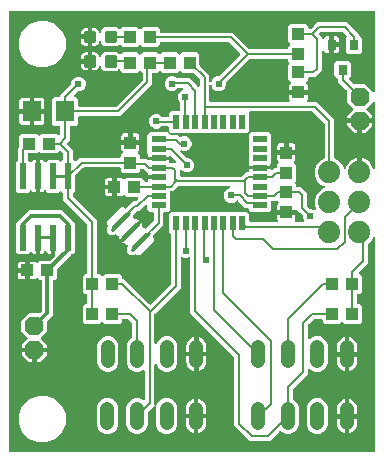
<source format=gbr>
G04 EAGLE Gerber X2 export*
%TF.Part,Single*%
%TF.FileFunction,Copper,L1,Top,Mixed*%
%TF.FilePolarity,Positive*%
%TF.GenerationSoftware,Autodesk,EAGLE,9.1.3*%
%TF.CreationDate,2018-09-23T19:11:10Z*%
G75*
%MOMM*%
%FSLAX34Y34*%
%LPD*%
%AMOC8*
5,1,8,0,0,1.08239X$1,22.5*%
G01*
%ADD10C,1.879600*%
%ADD11R,1.270000X0.558800*%
%ADD12R,0.558800X1.270000*%
%ADD13R,0.600000X2.200000*%
%ADD14C,1.200000*%
%ADD15C,0.450000*%
%ADD16C,0.254000*%
%ADD17R,1.100000X1.000000*%
%ADD18R,1.600000X1.800000*%
%ADD19R,0.800000X0.900000*%
%ADD20R,1.000000X1.100000*%
%ADD21C,0.300000*%
%ADD22P,1.732040X8X22.500000*%
%ADD23C,0.604000*%
%ADD24C,0.203200*%
%ADD25C,0.304800*%
%ADD26C,0.203200*%

G36*
X312732Y3819D02*
X312732Y3819D01*
X312790Y3817D01*
X312872Y3839D01*
X312956Y3851D01*
X313009Y3874D01*
X313065Y3889D01*
X313138Y3932D01*
X313215Y3967D01*
X313260Y4005D01*
X313310Y4034D01*
X313368Y4096D01*
X313432Y4150D01*
X313464Y4199D01*
X313504Y4242D01*
X313543Y4317D01*
X313590Y4387D01*
X313607Y4443D01*
X313634Y4495D01*
X313645Y4563D01*
X313675Y4658D01*
X313678Y4758D01*
X313689Y4826D01*
X313689Y184551D01*
X313682Y184605D01*
X313683Y184642D01*
X313676Y184665D01*
X313675Y184722D01*
X313657Y184776D01*
X313649Y184832D01*
X313614Y184910D01*
X313588Y184992D01*
X313556Y185040D01*
X313533Y185092D01*
X313478Y185157D01*
X313430Y185228D01*
X313386Y185265D01*
X313350Y185309D01*
X313278Y185356D01*
X313212Y185411D01*
X313160Y185435D01*
X313113Y185466D01*
X313031Y185492D01*
X312952Y185527D01*
X312896Y185535D01*
X312842Y185552D01*
X312756Y185554D01*
X312671Y185566D01*
X312615Y185558D01*
X312558Y185559D01*
X312475Y185538D01*
X312389Y185525D01*
X312338Y185502D01*
X312283Y185487D01*
X312209Y185444D01*
X312130Y185408D01*
X312087Y185371D01*
X312038Y185342D01*
X311979Y185279D01*
X311914Y185224D01*
X311888Y185182D01*
X311844Y185135D01*
X311784Y185019D01*
X311748Y184964D01*
X311744Y184952D01*
X311736Y184939D01*
X310856Y182814D01*
X307892Y179851D01*
X307840Y179781D01*
X307780Y179717D01*
X307754Y179668D01*
X307721Y179623D01*
X307690Y179542D01*
X307650Y179464D01*
X307642Y179416D01*
X307620Y179358D01*
X307608Y179210D01*
X307595Y179133D01*
X307595Y163416D01*
X304916Y160738D01*
X300363Y156184D01*
X300328Y156138D01*
X300285Y156097D01*
X300243Y156025D01*
X300192Y155957D01*
X300171Y155903D01*
X300142Y155852D01*
X300121Y155771D01*
X300091Y155692D01*
X300086Y155633D01*
X300071Y155577D01*
X300074Y155492D01*
X300067Y155408D01*
X300079Y155351D01*
X300081Y155293D01*
X300106Y155212D01*
X300123Y155130D01*
X300150Y155078D01*
X300168Y155022D01*
X300208Y154966D01*
X300254Y154877D01*
X300323Y154805D01*
X300363Y154749D01*
X302299Y152813D01*
X302299Y139287D01*
X300513Y137501D01*
X299330Y137501D01*
X299272Y137493D01*
X299214Y137495D01*
X299132Y137473D01*
X299048Y137461D01*
X298995Y137438D01*
X298939Y137423D01*
X298866Y137380D01*
X298789Y137345D01*
X298744Y137307D01*
X298694Y137278D01*
X298636Y137216D01*
X298572Y137162D01*
X298540Y137113D01*
X298500Y137070D01*
X298461Y136995D01*
X298414Y136925D01*
X298397Y136869D01*
X298370Y136817D01*
X298359Y136749D01*
X298329Y136654D01*
X298326Y136554D01*
X298315Y136486D01*
X298315Y130214D01*
X298323Y130156D01*
X298321Y130098D01*
X298343Y130016D01*
X298355Y129932D01*
X298378Y129879D01*
X298393Y129823D01*
X298436Y129750D01*
X298471Y129673D01*
X298509Y129628D01*
X298538Y129578D01*
X298600Y129520D01*
X298654Y129456D01*
X298703Y129424D01*
X298746Y129384D01*
X298821Y129345D01*
X298891Y129298D01*
X298947Y129281D01*
X298999Y129254D01*
X299067Y129243D01*
X299162Y129213D01*
X299262Y129210D01*
X299330Y129199D01*
X300513Y129199D01*
X302299Y127413D01*
X302299Y113887D01*
X300513Y112101D01*
X287987Y112101D01*
X286468Y113621D01*
X286421Y113656D01*
X286381Y113698D01*
X286308Y113741D01*
X286241Y113791D01*
X286186Y113812D01*
X286136Y113842D01*
X286054Y113863D01*
X285975Y113893D01*
X285917Y113898D01*
X285860Y113912D01*
X285776Y113909D01*
X285692Y113916D01*
X285634Y113905D01*
X285576Y113903D01*
X285496Y113877D01*
X285413Y113860D01*
X285361Y113833D01*
X285305Y113815D01*
X285249Y113775D01*
X285161Y113729D01*
X285088Y113661D01*
X285032Y113621D01*
X283513Y112101D01*
X270987Y112101D01*
X269201Y113887D01*
X269201Y115570D01*
X269193Y115628D01*
X269195Y115686D01*
X269173Y115768D01*
X269161Y115852D01*
X269138Y115905D01*
X269123Y115961D01*
X269080Y116034D01*
X269045Y116111D01*
X269007Y116156D01*
X268978Y116206D01*
X268916Y116264D01*
X268862Y116328D01*
X268813Y116360D01*
X268770Y116400D01*
X268695Y116439D01*
X268625Y116486D01*
X268569Y116503D01*
X268517Y116530D01*
X268449Y116541D01*
X268354Y116571D01*
X268254Y116574D01*
X268186Y116585D01*
X262454Y116585D01*
X262368Y116573D01*
X262280Y116570D01*
X262228Y116553D01*
X262173Y116545D01*
X262093Y116510D01*
X262010Y116483D01*
X261970Y116455D01*
X261913Y116429D01*
X261800Y116333D01*
X261736Y116288D01*
X257346Y111898D01*
X257294Y111828D01*
X257234Y111764D01*
X257208Y111715D01*
X257175Y111670D01*
X257144Y111589D01*
X257104Y111511D01*
X257096Y111463D01*
X257074Y111405D01*
X257062Y111257D01*
X257049Y111180D01*
X257049Y100097D01*
X257053Y100067D01*
X257050Y100038D01*
X257073Y99927D01*
X257089Y99815D01*
X257101Y99788D01*
X257106Y99760D01*
X257159Y99659D01*
X257205Y99556D01*
X257224Y99533D01*
X257237Y99507D01*
X257315Y99425D01*
X257388Y99339D01*
X257413Y99322D01*
X257433Y99301D01*
X257531Y99244D01*
X257625Y99181D01*
X257653Y99172D01*
X257678Y99157D01*
X257788Y99129D01*
X257896Y99095D01*
X257926Y99095D01*
X257954Y99087D01*
X258067Y99091D01*
X258180Y99088D01*
X258209Y99095D01*
X258238Y99096D01*
X258346Y99131D01*
X258455Y99160D01*
X258481Y99175D01*
X258509Y99184D01*
X258573Y99229D01*
X258700Y99305D01*
X258743Y99351D01*
X258782Y99379D01*
X259688Y100285D01*
X263014Y101663D01*
X266614Y101663D01*
X269940Y100285D01*
X272485Y97740D01*
X273863Y94414D01*
X273863Y78814D01*
X272485Y75488D01*
X269940Y72943D01*
X266614Y71565D01*
X263014Y71565D01*
X259688Y72943D01*
X258782Y73849D01*
X258758Y73867D01*
X258739Y73889D01*
X258645Y73952D01*
X258555Y74020D01*
X258527Y74031D01*
X258503Y74047D01*
X258395Y74081D01*
X258289Y74121D01*
X258260Y74124D01*
X258232Y74133D01*
X258118Y74136D01*
X258006Y74145D01*
X257977Y74139D01*
X257948Y74140D01*
X257838Y74111D01*
X257727Y74089D01*
X257701Y74076D01*
X257673Y74068D01*
X257575Y74010D01*
X257475Y73958D01*
X257453Y73938D01*
X257428Y73923D01*
X257351Y73840D01*
X257269Y73762D01*
X257254Y73737D01*
X257234Y73716D01*
X257182Y73615D01*
X257125Y73517D01*
X257118Y73489D01*
X257104Y73462D01*
X257091Y73385D01*
X257055Y73242D01*
X257057Y73179D01*
X257049Y73131D01*
X257049Y70198D01*
X244176Y57326D01*
X244150Y57291D01*
X244136Y57279D01*
X244113Y57245D01*
X244064Y57192D01*
X244038Y57143D01*
X244005Y57098D01*
X243991Y57062D01*
X243978Y57043D01*
X243964Y56998D01*
X243934Y56939D01*
X243926Y56891D01*
X243904Y56833D01*
X243901Y56798D01*
X243893Y56772D01*
X243890Y56677D01*
X243879Y56608D01*
X243879Y48825D01*
X243879Y48823D01*
X243879Y48822D01*
X243899Y48680D01*
X243919Y48543D01*
X243919Y48542D01*
X243919Y48540D01*
X243981Y48405D01*
X244035Y48284D01*
X244036Y48283D01*
X244037Y48281D01*
X244130Y48172D01*
X244218Y48067D01*
X244220Y48066D01*
X244221Y48065D01*
X244234Y48057D01*
X244455Y47909D01*
X244484Y47900D01*
X244505Y47887D01*
X244940Y47707D01*
X247485Y45162D01*
X248863Y41836D01*
X248863Y26236D01*
X247485Y22910D01*
X244940Y20365D01*
X241614Y18987D01*
X238014Y18987D01*
X234688Y20365D01*
X234008Y21045D01*
X233961Y21081D01*
X233921Y21123D01*
X233848Y21166D01*
X233781Y21216D01*
X233726Y21237D01*
X233675Y21267D01*
X233594Y21288D01*
X233515Y21318D01*
X233456Y21322D01*
X233400Y21337D01*
X233316Y21334D01*
X233232Y21341D01*
X233174Y21330D01*
X233116Y21328D01*
X233036Y21302D01*
X232953Y21285D01*
X232901Y21258D01*
X232845Y21240D01*
X232789Y21200D01*
X232700Y21154D01*
X232628Y21085D01*
X232572Y21045D01*
X224480Y12953D01*
X207358Y12953D01*
X194563Y25748D01*
X194563Y83494D01*
X194551Y83580D01*
X194548Y83668D01*
X194531Y83720D01*
X194523Y83775D01*
X194488Y83855D01*
X194461Y83938D01*
X194433Y83978D01*
X194407Y84035D01*
X194311Y84148D01*
X194266Y84212D01*
X157163Y121314D01*
X157163Y167708D01*
X157147Y167822D01*
X157137Y167936D01*
X157127Y167962D01*
X157123Y167990D01*
X157076Y168094D01*
X157035Y168201D01*
X157019Y168224D01*
X157007Y168249D01*
X156933Y168337D01*
X156864Y168428D01*
X156841Y168445D01*
X156824Y168466D01*
X156728Y168530D01*
X156636Y168598D01*
X156610Y168608D01*
X156587Y168624D01*
X156477Y168658D01*
X156370Y168699D01*
X156342Y168701D01*
X156316Y168709D01*
X156201Y168712D01*
X156087Y168721D01*
X156062Y168716D01*
X156032Y168717D01*
X155775Y168650D01*
X155759Y168646D01*
X154623Y168175D01*
X152209Y168175D01*
X150697Y168802D01*
X150585Y168830D01*
X150476Y168865D01*
X150448Y168866D01*
X150421Y168873D01*
X150307Y168869D01*
X150192Y168872D01*
X150165Y168865D01*
X150137Y168864D01*
X150028Y168829D01*
X149917Y168800D01*
X149893Y168786D01*
X149866Y168778D01*
X149771Y168714D01*
X149672Y168655D01*
X149653Y168635D01*
X149630Y168620D01*
X149556Y168532D01*
X149478Y168448D01*
X149465Y168423D01*
X149447Y168402D01*
X149401Y168297D01*
X149348Y168195D01*
X149344Y168170D01*
X149332Y168142D01*
X149295Y167878D01*
X149293Y167864D01*
X149293Y142782D01*
X127044Y120534D01*
X126992Y120464D01*
X126932Y120400D01*
X126906Y120351D01*
X126873Y120306D01*
X126842Y120225D01*
X126802Y120147D01*
X126794Y120099D01*
X126772Y120041D01*
X126760Y119893D01*
X126747Y119816D01*
X126747Y96182D01*
X126755Y96127D01*
X126753Y96082D01*
X126760Y96057D01*
X126761Y96011D01*
X126779Y95957D01*
X126787Y95901D01*
X126821Y95824D01*
X126825Y95807D01*
X126828Y95802D01*
X126848Y95740D01*
X126880Y95693D01*
X126903Y95641D01*
X126958Y95576D01*
X127006Y95504D01*
X127050Y95468D01*
X127086Y95424D01*
X127158Y95377D01*
X127224Y95321D01*
X127276Y95298D01*
X127323Y95267D01*
X127405Y95241D01*
X127484Y95206D01*
X127540Y95198D01*
X127594Y95181D01*
X127680Y95179D01*
X127765Y95167D01*
X127821Y95175D01*
X127878Y95174D01*
X127961Y95195D01*
X128046Y95208D01*
X128098Y95231D01*
X128153Y95245D01*
X128227Y95289D01*
X128306Y95325D01*
X128349Y95362D01*
X128398Y95391D01*
X128457Y95453D01*
X128522Y95509D01*
X128548Y95551D01*
X128592Y95598D01*
X128644Y95700D01*
X128684Y95760D01*
X128690Y95778D01*
X128700Y95794D01*
X129559Y97867D01*
X132104Y100412D01*
X135430Y101790D01*
X139030Y101790D01*
X142356Y100412D01*
X144901Y97867D01*
X146279Y94541D01*
X146279Y78941D01*
X144901Y75615D01*
X142356Y73070D01*
X139030Y71692D01*
X135430Y71692D01*
X132104Y73070D01*
X129559Y75615D01*
X128700Y77688D01*
X128656Y77762D01*
X128621Y77841D01*
X128584Y77884D01*
X128555Y77933D01*
X128493Y77992D01*
X128437Y78058D01*
X128390Y78089D01*
X128349Y78128D01*
X128272Y78168D01*
X128201Y78215D01*
X128147Y78233D01*
X128096Y78259D01*
X128012Y78275D01*
X127930Y78301D01*
X127873Y78303D01*
X127817Y78314D01*
X127732Y78306D01*
X127646Y78308D01*
X127591Y78294D01*
X127534Y78289D01*
X127454Y78258D01*
X127371Y78237D01*
X127322Y78208D01*
X127269Y78187D01*
X127200Y78135D01*
X127126Y78091D01*
X127087Y78050D01*
X127042Y78016D01*
X126990Y77947D01*
X126932Y77884D01*
X126906Y77833D01*
X126872Y77788D01*
X126841Y77707D01*
X126802Y77631D01*
X126794Y77582D01*
X126771Y77522D01*
X126760Y77377D01*
X126747Y77300D01*
X126747Y44160D01*
X126759Y44075D01*
X126761Y43989D01*
X126779Y43935D01*
X126787Y43879D01*
X126822Y43800D01*
X126848Y43719D01*
X126880Y43671D01*
X126903Y43619D01*
X126958Y43554D01*
X127006Y43482D01*
X127050Y43446D01*
X127086Y43402D01*
X127158Y43355D01*
X127224Y43299D01*
X127276Y43276D01*
X127323Y43245D01*
X127405Y43219D01*
X127484Y43184D01*
X127540Y43176D01*
X127594Y43159D01*
X127680Y43157D01*
X127765Y43145D01*
X127821Y43153D01*
X127878Y43152D01*
X127961Y43173D01*
X128046Y43186D01*
X128098Y43209D01*
X128153Y43224D01*
X128227Y43267D01*
X128306Y43303D01*
X128349Y43340D01*
X128398Y43369D01*
X128457Y43431D01*
X128522Y43487D01*
X128548Y43529D01*
X128592Y43576D01*
X128658Y43705D01*
X128700Y43772D01*
X129381Y45416D01*
X131926Y47961D01*
X135252Y49339D01*
X138852Y49339D01*
X142178Y47961D01*
X144723Y45416D01*
X146101Y42090D01*
X146101Y26490D01*
X144723Y23164D01*
X142178Y20619D01*
X138852Y19241D01*
X135252Y19241D01*
X131926Y20619D01*
X129381Y23164D01*
X128003Y26490D01*
X128003Y42042D01*
X127999Y42071D01*
X128002Y42100D01*
X127979Y42211D01*
X127963Y42323D01*
X127951Y42350D01*
X127946Y42379D01*
X127893Y42480D01*
X127847Y42583D01*
X127828Y42605D01*
X127815Y42631D01*
X127737Y42713D01*
X127664Y42800D01*
X127639Y42816D01*
X127619Y42837D01*
X127521Y42894D01*
X127427Y42957D01*
X127399Y42966D01*
X127374Y42981D01*
X127264Y43009D01*
X127156Y43043D01*
X127126Y43044D01*
X127098Y43051D01*
X126985Y43048D01*
X126872Y43050D01*
X126843Y43043D01*
X126814Y43042D01*
X126706Y43007D01*
X126597Y42979D01*
X126571Y42964D01*
X126543Y42955D01*
X126480Y42909D01*
X126352Y42833D01*
X126309Y42788D01*
X126270Y42760D01*
X124068Y40558D01*
X121398Y37888D01*
X121346Y37818D01*
X121286Y37754D01*
X121260Y37705D01*
X121227Y37660D01*
X121196Y37579D01*
X121156Y37501D01*
X121148Y37453D01*
X121126Y37395D01*
X121114Y37247D01*
X121101Y37170D01*
X121101Y26490D01*
X119723Y23164D01*
X117178Y20619D01*
X113852Y19241D01*
X110252Y19241D01*
X106926Y20619D01*
X104381Y23164D01*
X103003Y26490D01*
X103003Y42090D01*
X104381Y45416D01*
X106926Y47961D01*
X110252Y49339D01*
X113852Y49339D01*
X117213Y47946D01*
X117325Y47918D01*
X117434Y47883D01*
X117462Y47882D01*
X117489Y47875D01*
X117603Y47879D01*
X117718Y47876D01*
X117745Y47883D01*
X117773Y47884D01*
X117882Y47919D01*
X117993Y47948D01*
X118017Y47962D01*
X118044Y47970D01*
X118139Y48034D01*
X118238Y48093D01*
X118257Y48113D01*
X118280Y48128D01*
X118354Y48216D01*
X118432Y48300D01*
X118445Y48325D01*
X118463Y48346D01*
X118509Y48451D01*
X118562Y48553D01*
X118566Y48578D01*
X118578Y48606D01*
X118615Y48870D01*
X118617Y48884D01*
X118617Y72073D01*
X118601Y72187D01*
X118591Y72301D01*
X118581Y72327D01*
X118577Y72355D01*
X118530Y72459D01*
X118489Y72567D01*
X118473Y72589D01*
X118461Y72614D01*
X118387Y72702D01*
X118318Y72793D01*
X118295Y72810D01*
X118278Y72831D01*
X118182Y72895D01*
X118090Y72963D01*
X118064Y72973D01*
X118041Y72989D01*
X117931Y73023D01*
X117824Y73064D01*
X117796Y73066D01*
X117770Y73074D01*
X117655Y73077D01*
X117541Y73087D01*
X117516Y73081D01*
X117486Y73082D01*
X117229Y73015D01*
X117213Y73011D01*
X114030Y71692D01*
X110430Y71692D01*
X107104Y73070D01*
X104559Y75615D01*
X103181Y78941D01*
X103181Y94541D01*
X104559Y97867D01*
X107104Y100412D01*
X107538Y100592D01*
X107540Y100593D01*
X107541Y100593D01*
X107660Y100664D01*
X107783Y100736D01*
X107784Y100738D01*
X107786Y100738D01*
X107883Y100843D01*
X107978Y100943D01*
X107979Y100945D01*
X107980Y100946D01*
X108044Y101071D01*
X108109Y101196D01*
X108109Y101197D01*
X108110Y101199D01*
X108112Y101214D01*
X108164Y101475D01*
X108161Y101505D01*
X108165Y101530D01*
X108165Y112234D01*
X108153Y112321D01*
X108150Y112408D01*
X108133Y112461D01*
X108125Y112516D01*
X108089Y112595D01*
X108063Y112679D01*
X108035Y112718D01*
X108009Y112775D01*
X107913Y112888D01*
X107868Y112952D01*
X104532Y116288D01*
X104462Y116340D01*
X104398Y116400D01*
X104349Y116426D01*
X104304Y116459D01*
X104223Y116490D01*
X104145Y116530D01*
X104097Y116538D01*
X104039Y116560D01*
X103891Y116572D01*
X103814Y116585D01*
X100114Y116585D01*
X100056Y116577D01*
X99998Y116579D01*
X99916Y116557D01*
X99832Y116545D01*
X99779Y116522D01*
X99723Y116507D01*
X99650Y116464D01*
X99573Y116429D01*
X99528Y116391D01*
X99478Y116362D01*
X99420Y116300D01*
X99356Y116246D01*
X99324Y116197D01*
X99284Y116154D01*
X99245Y116079D01*
X99198Y116009D01*
X99181Y115953D01*
X99154Y115901D01*
X99143Y115833D01*
X99113Y115738D01*
X99110Y115638D01*
X99099Y115570D01*
X99099Y113887D01*
X97313Y112101D01*
X84787Y112101D01*
X83268Y113621D01*
X83221Y113656D01*
X83181Y113698D01*
X83108Y113741D01*
X83041Y113791D01*
X82986Y113812D01*
X82936Y113842D01*
X82854Y113863D01*
X82775Y113893D01*
X82717Y113898D01*
X82660Y113912D01*
X82576Y113909D01*
X82492Y113916D01*
X82434Y113905D01*
X82376Y113903D01*
X82296Y113877D01*
X82213Y113860D01*
X82161Y113833D01*
X82105Y113815D01*
X82049Y113775D01*
X81961Y113729D01*
X81888Y113661D01*
X81832Y113621D01*
X80313Y112101D01*
X67787Y112101D01*
X66001Y113887D01*
X66001Y127413D01*
X67787Y129199D01*
X68970Y129199D01*
X69028Y129207D01*
X69086Y129205D01*
X69168Y129227D01*
X69252Y129239D01*
X69305Y129262D01*
X69361Y129277D01*
X69434Y129320D01*
X69511Y129355D01*
X69556Y129393D01*
X69606Y129422D01*
X69664Y129484D01*
X69728Y129538D01*
X69760Y129587D01*
X69800Y129630D01*
X69839Y129705D01*
X69886Y129775D01*
X69903Y129831D01*
X69930Y129883D01*
X69941Y129951D01*
X69971Y130046D01*
X69974Y130146D01*
X69985Y130214D01*
X69985Y136486D01*
X69977Y136544D01*
X69979Y136602D01*
X69957Y136684D01*
X69945Y136768D01*
X69922Y136821D01*
X69907Y136877D01*
X69864Y136950D01*
X69829Y137027D01*
X69791Y137072D01*
X69762Y137122D01*
X69700Y137180D01*
X69646Y137244D01*
X69597Y137276D01*
X69554Y137316D01*
X69479Y137355D01*
X69409Y137402D01*
X69353Y137419D01*
X69301Y137446D01*
X69233Y137457D01*
X69138Y137487D01*
X69038Y137490D01*
X68970Y137501D01*
X67787Y137501D01*
X66001Y139287D01*
X66001Y152813D01*
X67787Y154599D01*
X68970Y154599D01*
X69028Y154607D01*
X69086Y154605D01*
X69168Y154627D01*
X69252Y154639D01*
X69305Y154662D01*
X69361Y154677D01*
X69434Y154720D01*
X69511Y154755D01*
X69556Y154793D01*
X69606Y154822D01*
X69664Y154884D01*
X69728Y154938D01*
X69760Y154987D01*
X69800Y155030D01*
X69839Y155105D01*
X69886Y155175D01*
X69903Y155231D01*
X69930Y155283D01*
X69941Y155351D01*
X69971Y155446D01*
X69974Y155546D01*
X69985Y155614D01*
X69985Y196134D01*
X69973Y196220D01*
X69970Y196308D01*
X69953Y196360D01*
X69945Y196415D01*
X69910Y196495D01*
X69883Y196578D01*
X69855Y196618D01*
X69829Y196675D01*
X69733Y196788D01*
X69688Y196852D01*
X49529Y217010D01*
X49529Y222661D01*
X49517Y222747D01*
X49514Y222835D01*
X49497Y222887D01*
X49489Y222942D01*
X49454Y223022D01*
X49427Y223105D01*
X49399Y223144D01*
X49373Y223202D01*
X49277Y223315D01*
X49232Y223379D01*
X47962Y224649D01*
X47915Y224684D01*
X47875Y224726D01*
X47802Y224769D01*
X47735Y224819D01*
X47680Y224840D01*
X47630Y224870D01*
X47548Y224891D01*
X47469Y224921D01*
X47411Y224926D01*
X47354Y224940D01*
X47270Y224937D01*
X47186Y224944D01*
X47128Y224933D01*
X47070Y224931D01*
X46990Y224905D01*
X46907Y224888D01*
X46855Y224861D01*
X46799Y224843D01*
X46743Y224803D01*
X46655Y224757D01*
X46582Y224689D01*
X46526Y224649D01*
X45157Y223279D01*
X36631Y223279D01*
X34864Y225047D01*
X34825Y225076D01*
X34792Y225112D01*
X34712Y225161D01*
X34637Y225218D01*
X34591Y225235D01*
X34549Y225260D01*
X34459Y225285D01*
X34371Y225319D01*
X34322Y225323D01*
X34275Y225336D01*
X34181Y225335D01*
X34088Y225342D01*
X34040Y225333D01*
X33991Y225332D01*
X33901Y225305D01*
X33809Y225287D01*
X33766Y225264D01*
X33719Y225250D01*
X33640Y225199D01*
X33557Y225156D01*
X33521Y225122D01*
X33480Y225095D01*
X33433Y225038D01*
X33350Y224960D01*
X33307Y224885D01*
X33267Y224836D01*
X33227Y224768D01*
X32754Y224295D01*
X32175Y223960D01*
X31528Y223787D01*
X29693Y223787D01*
X29693Y236844D01*
X29685Y236902D01*
X29687Y236960D01*
X29665Y237042D01*
X29653Y237125D01*
X29630Y237179D01*
X29615Y237235D01*
X29572Y237308D01*
X29563Y237327D01*
X29594Y237373D01*
X29611Y237429D01*
X29638Y237481D01*
X29649Y237549D01*
X29679Y237644D01*
X29682Y237744D01*
X29693Y237812D01*
X29693Y250869D01*
X31528Y250869D01*
X32175Y250696D01*
X32754Y250361D01*
X33227Y249888D01*
X33267Y249820D01*
X33297Y249781D01*
X33319Y249738D01*
X33384Y249670D01*
X33442Y249596D01*
X33481Y249567D01*
X33515Y249532D01*
X33596Y249484D01*
X33672Y249429D01*
X33718Y249413D01*
X33760Y249388D01*
X33851Y249365D01*
X33940Y249333D01*
X33989Y249330D01*
X34036Y249318D01*
X34130Y249321D01*
X34224Y249315D01*
X34271Y249325D01*
X34320Y249327D01*
X34409Y249356D01*
X34501Y249376D01*
X34544Y249399D01*
X34590Y249414D01*
X34651Y249457D01*
X34751Y249512D01*
X34813Y249573D01*
X34864Y249609D01*
X36631Y251377D01*
X45157Y251377D01*
X46526Y250007D01*
X46573Y249972D01*
X46613Y249930D01*
X46686Y249887D01*
X46753Y249837D01*
X46808Y249816D01*
X46858Y249786D01*
X46940Y249765D01*
X47019Y249735D01*
X47077Y249730D01*
X47134Y249716D01*
X47218Y249719D01*
X47302Y249712D01*
X47360Y249723D01*
X47418Y249725D01*
X47498Y249751D01*
X47581Y249768D01*
X47633Y249795D01*
X47689Y249813D01*
X47745Y249853D01*
X47833Y249899D01*
X47906Y249967D01*
X47962Y250007D01*
X49232Y251277D01*
X49284Y251347D01*
X49344Y251411D01*
X49370Y251461D01*
X49403Y251505D01*
X49434Y251586D01*
X49474Y251664D01*
X49482Y251712D01*
X49504Y251770D01*
X49516Y251918D01*
X49529Y251995D01*
X49529Y255960D01*
X49517Y256046D01*
X49514Y256134D01*
X49497Y256186D01*
X49489Y256241D01*
X49454Y256321D01*
X49427Y256404D01*
X49399Y256444D01*
X49373Y256501D01*
X49277Y256614D01*
X49232Y256678D01*
X47472Y258437D01*
X47426Y258472D01*
X47385Y258515D01*
X47313Y258557D01*
X47245Y258608D01*
X47191Y258629D01*
X47140Y258658D01*
X47059Y258679D01*
X46980Y258709D01*
X46921Y258714D01*
X46865Y258729D01*
X46780Y258726D01*
X46696Y258733D01*
X46639Y258721D01*
X46581Y258719D01*
X46500Y258694D01*
X46418Y258677D01*
X46366Y258650D01*
X46310Y258632D01*
X46254Y258592D01*
X46165Y258546D01*
X46093Y258477D01*
X46037Y258437D01*
X44473Y256873D01*
X30947Y256873D01*
X29928Y257893D01*
X29881Y257928D01*
X29841Y257970D01*
X29768Y258013D01*
X29701Y258063D01*
X29646Y258084D01*
X29596Y258114D01*
X29514Y258135D01*
X29435Y258165D01*
X29377Y258170D01*
X29320Y258184D01*
X29236Y258181D01*
X29152Y258188D01*
X29094Y258177D01*
X29036Y258175D01*
X28956Y258149D01*
X28873Y258132D01*
X28821Y258105D01*
X28765Y258087D01*
X28709Y258047D01*
X28621Y258001D01*
X28548Y257933D01*
X28492Y257893D01*
X27473Y256873D01*
X20574Y256873D01*
X20516Y256865D01*
X20458Y256867D01*
X20376Y256845D01*
X20292Y256833D01*
X20239Y256810D01*
X20183Y256795D01*
X20110Y256752D01*
X20033Y256717D01*
X19988Y256679D01*
X19938Y256650D01*
X19880Y256588D01*
X19816Y256534D01*
X19784Y256485D01*
X19744Y256442D01*
X19705Y256367D01*
X19658Y256297D01*
X19641Y256241D01*
X19614Y256189D01*
X19603Y256121D01*
X19573Y256026D01*
X19570Y255926D01*
X19559Y255858D01*
X19559Y251995D01*
X19571Y251909D01*
X19574Y251821D01*
X19591Y251769D01*
X19599Y251714D01*
X19634Y251634D01*
X19661Y251551D01*
X19689Y251512D01*
X19715Y251454D01*
X19811Y251341D01*
X19856Y251277D01*
X21524Y249609D01*
X21563Y249580D01*
X21596Y249544D01*
X21676Y249495D01*
X21751Y249438D01*
X21797Y249421D01*
X21839Y249396D01*
X21929Y249371D01*
X22017Y249337D01*
X22066Y249333D01*
X22113Y249320D01*
X22207Y249321D01*
X22300Y249314D01*
X22348Y249323D01*
X22397Y249324D01*
X22487Y249351D01*
X22579Y249369D01*
X22622Y249392D01*
X22669Y249406D01*
X22748Y249457D01*
X22831Y249500D01*
X22867Y249534D01*
X22908Y249561D01*
X22955Y249618D01*
X23038Y249696D01*
X23081Y249771D01*
X23121Y249820D01*
X23161Y249888D01*
X23634Y250361D01*
X24213Y250696D01*
X24860Y250869D01*
X26695Y250869D01*
X26695Y237812D01*
X26703Y237754D01*
X26701Y237696D01*
X26723Y237614D01*
X26735Y237531D01*
X26758Y237477D01*
X26773Y237421D01*
X26816Y237348D01*
X26825Y237329D01*
X26794Y237283D01*
X26777Y237227D01*
X26750Y237175D01*
X26739Y237107D01*
X26709Y237012D01*
X26706Y236912D01*
X26695Y236844D01*
X26695Y223787D01*
X24860Y223787D01*
X24213Y223960D01*
X23634Y224295D01*
X23161Y224768D01*
X23121Y224836D01*
X23091Y224875D01*
X23069Y224918D01*
X23004Y224986D01*
X22946Y225060D01*
X22907Y225089D01*
X22873Y225124D01*
X22792Y225172D01*
X22716Y225227D01*
X22670Y225243D01*
X22628Y225268D01*
X22537Y225291D01*
X22448Y225323D01*
X22399Y225326D01*
X22352Y225338D01*
X22258Y225335D01*
X22164Y225341D01*
X22117Y225331D01*
X22068Y225329D01*
X21979Y225300D01*
X21887Y225280D01*
X21844Y225257D01*
X21798Y225242D01*
X21737Y225199D01*
X21637Y225144D01*
X21575Y225083D01*
X21524Y225047D01*
X19757Y223279D01*
X11231Y223279D01*
X9445Y225065D01*
X9445Y249591D01*
X11132Y251277D01*
X11184Y251347D01*
X11244Y251411D01*
X11270Y251461D01*
X11303Y251505D01*
X11334Y251586D01*
X11374Y251664D01*
X11382Y251712D01*
X11404Y251770D01*
X11416Y251918D01*
X11429Y251995D01*
X11429Y261390D01*
X11864Y261824D01*
X11916Y261894D01*
X11976Y261958D01*
X12002Y262007D01*
X12035Y262051D01*
X12066Y262133D01*
X12106Y262211D01*
X12114Y262259D01*
X12136Y262317D01*
X12148Y262465D01*
X12161Y262542D01*
X12161Y271185D01*
X13947Y272971D01*
X27473Y272971D01*
X28492Y271951D01*
X28539Y271916D01*
X28579Y271874D01*
X28652Y271831D01*
X28719Y271781D01*
X28774Y271760D01*
X28824Y271730D01*
X28906Y271709D01*
X28985Y271679D01*
X29043Y271674D01*
X29100Y271660D01*
X29184Y271663D01*
X29268Y271656D01*
X29326Y271667D01*
X29384Y271669D01*
X29464Y271695D01*
X29547Y271712D01*
X29599Y271739D01*
X29655Y271757D01*
X29711Y271797D01*
X29799Y271843D01*
X29872Y271911D01*
X29928Y271951D01*
X30947Y272971D01*
X44473Y272971D01*
X45286Y272157D01*
X45310Y272140D01*
X45329Y272117D01*
X45423Y272055D01*
X45513Y271987D01*
X45541Y271976D01*
X45565Y271960D01*
X45673Y271926D01*
X45779Y271885D01*
X45808Y271883D01*
X45836Y271874D01*
X45950Y271871D01*
X46062Y271862D01*
X46091Y271867D01*
X46120Y271867D01*
X46230Y271895D01*
X46341Y271918D01*
X46367Y271931D01*
X46395Y271939D01*
X46493Y271996D01*
X46593Y272049D01*
X46615Y272069D01*
X46640Y272084D01*
X46717Y272166D01*
X46799Y272244D01*
X46814Y272270D01*
X46834Y272291D01*
X46886Y272392D01*
X46943Y272490D01*
X46950Y272518D01*
X46964Y272544D01*
X46977Y272622D01*
X47013Y272765D01*
X47011Y272828D01*
X47019Y272875D01*
X47019Y279036D01*
X47011Y279094D01*
X47013Y279152D01*
X46991Y279234D01*
X46979Y279318D01*
X46956Y279371D01*
X46941Y279427D01*
X46898Y279500D01*
X46863Y279577D01*
X46825Y279622D01*
X46796Y279672D01*
X46734Y279730D01*
X46680Y279794D01*
X46631Y279826D01*
X46588Y279866D01*
X46513Y279905D01*
X46443Y279952D01*
X46387Y279969D01*
X46335Y279996D01*
X46267Y280007D01*
X46172Y280037D01*
X46072Y280040D01*
X46004Y280051D01*
X41821Y280051D01*
X40035Y281837D01*
X40035Y302363D01*
X41821Y304149D01*
X46004Y304149D01*
X46062Y304157D01*
X46120Y304155D01*
X46202Y304177D01*
X46286Y304189D01*
X46339Y304212D01*
X46395Y304227D01*
X46468Y304270D01*
X46545Y304305D01*
X46590Y304343D01*
X46640Y304372D01*
X46698Y304434D01*
X46762Y304488D01*
X46794Y304537D01*
X46834Y304580D01*
X46873Y304655D01*
X46920Y304725D01*
X46937Y304781D01*
X46964Y304833D01*
X46975Y304901D01*
X47005Y304996D01*
X47008Y305096D01*
X47019Y305164D01*
X47019Y305752D01*
X56118Y314850D01*
X56170Y314920D01*
X56230Y314984D01*
X56256Y315033D01*
X56289Y315078D01*
X56320Y315159D01*
X56360Y315237D01*
X56368Y315285D01*
X56390Y315343D01*
X56402Y315491D01*
X56415Y315568D01*
X56415Y316675D01*
X57339Y318906D01*
X59046Y320613D01*
X61277Y321537D01*
X63691Y321537D01*
X65922Y320613D01*
X67629Y318906D01*
X68553Y316675D01*
X68553Y314261D01*
X67629Y312030D01*
X65922Y310323D01*
X63691Y309399D01*
X62584Y309399D01*
X62498Y309387D01*
X62410Y309384D01*
X62358Y309367D01*
X62303Y309359D01*
X62223Y309324D01*
X62140Y309297D01*
X62100Y309269D01*
X62043Y309243D01*
X61930Y309147D01*
X61866Y309102D01*
X58646Y305882D01*
X58629Y305858D01*
X58606Y305839D01*
X58543Y305745D01*
X58475Y305655D01*
X58465Y305627D01*
X58449Y305603D01*
X58414Y305495D01*
X58374Y305389D01*
X58372Y305360D01*
X58363Y305332D01*
X58360Y305218D01*
X58351Y305106D01*
X58356Y305077D01*
X58356Y305048D01*
X58384Y304938D01*
X58406Y304827D01*
X58420Y304801D01*
X58427Y304773D01*
X58485Y304675D01*
X58537Y304575D01*
X58558Y304553D01*
X58573Y304528D01*
X58655Y304451D01*
X58733Y304369D01*
X58759Y304354D01*
X58780Y304334D01*
X58881Y304282D01*
X58979Y304225D01*
X59007Y304218D01*
X59033Y304204D01*
X59110Y304191D01*
X59254Y304155D01*
X59317Y304157D01*
X59364Y304149D01*
X60347Y304149D01*
X62133Y302363D01*
X62133Y297180D01*
X62140Y297128D01*
X62139Y297102D01*
X62140Y297098D01*
X62139Y297064D01*
X62161Y296982D01*
X62173Y296898D01*
X62196Y296845D01*
X62211Y296789D01*
X62254Y296716D01*
X62289Y296639D01*
X62327Y296594D01*
X62356Y296544D01*
X62418Y296486D01*
X62472Y296422D01*
X62521Y296390D01*
X62564Y296350D01*
X62639Y296311D01*
X62709Y296264D01*
X62765Y296247D01*
X62817Y296220D01*
X62885Y296209D01*
X62980Y296179D01*
X63080Y296176D01*
X63148Y296165D01*
X94162Y296165D01*
X94248Y296177D01*
X94336Y296180D01*
X94388Y296197D01*
X94443Y296205D01*
X94523Y296240D01*
X94606Y296267D01*
X94646Y296295D01*
X94703Y296321D01*
X94816Y296417D01*
X94880Y296462D01*
X116542Y318124D01*
X116594Y318194D01*
X116654Y318258D01*
X116680Y318307D01*
X116713Y318352D01*
X116744Y318433D01*
X116784Y318511D01*
X116792Y318559D01*
X116814Y318617D01*
X116826Y318765D01*
X116839Y318842D01*
X116839Y324485D01*
X116827Y324571D01*
X116824Y324659D01*
X116807Y324711D01*
X116799Y324766D01*
X116764Y324846D01*
X116737Y324929D01*
X116709Y324968D01*
X116683Y325026D01*
X116587Y325139D01*
X116542Y325203D01*
X115272Y326473D01*
X115225Y326508D01*
X115185Y326550D01*
X115112Y326593D01*
X115045Y326643D01*
X114990Y326664D01*
X114940Y326694D01*
X114858Y326715D01*
X114779Y326745D01*
X114721Y326750D01*
X114664Y326764D01*
X114580Y326761D01*
X114496Y326768D01*
X114438Y326757D01*
X114380Y326755D01*
X114300Y326729D01*
X114217Y326712D01*
X114165Y326685D01*
X114109Y326667D01*
X114053Y326627D01*
X113965Y326581D01*
X113892Y326513D01*
X113836Y326473D01*
X112317Y324953D01*
X99791Y324953D01*
X98005Y326739D01*
X98005Y326843D01*
X98001Y326872D01*
X98004Y326902D01*
X97981Y327013D01*
X97965Y327125D01*
X97953Y327152D01*
X97948Y327180D01*
X97895Y327281D01*
X97849Y327384D01*
X97830Y327407D01*
X97817Y327433D01*
X97739Y327515D01*
X97666Y327601D01*
X97641Y327618D01*
X97621Y327639D01*
X97523Y327696D01*
X97429Y327759D01*
X97401Y327768D01*
X97376Y327783D01*
X97266Y327810D01*
X97158Y327845D01*
X97128Y327845D01*
X97100Y327853D01*
X96987Y327849D01*
X96874Y327852D01*
X96845Y327845D01*
X96816Y327844D01*
X96708Y327809D01*
X96599Y327780D01*
X96573Y327765D01*
X96545Y327756D01*
X96481Y327711D01*
X96354Y327635D01*
X96311Y327589D01*
X96272Y327561D01*
X95180Y326469D01*
X84412Y326469D01*
X81747Y329134D01*
X81747Y330054D01*
X81746Y330064D01*
X81747Y330073D01*
X81726Y330205D01*
X81707Y330336D01*
X81703Y330344D01*
X81702Y330354D01*
X81645Y330474D01*
X81591Y330595D01*
X81585Y330602D01*
X81581Y330611D01*
X81493Y330711D01*
X81408Y330812D01*
X81399Y330817D01*
X81393Y330825D01*
X81282Y330896D01*
X81171Y330970D01*
X81161Y330972D01*
X81153Y330978D01*
X81027Y331015D01*
X80900Y331055D01*
X80890Y331056D01*
X80881Y331058D01*
X80748Y331059D01*
X80616Y331063D01*
X80606Y331060D01*
X80596Y331060D01*
X80468Y331024D01*
X80341Y330991D01*
X80332Y330986D01*
X80323Y330983D01*
X80209Y330913D01*
X80096Y330846D01*
X80089Y330838D01*
X80081Y330833D01*
X79992Y330735D01*
X79902Y330638D01*
X79897Y330629D01*
X79891Y330622D01*
X79867Y330571D01*
X79772Y330385D01*
X79766Y330350D01*
X79751Y330317D01*
X79521Y329458D01*
X78989Y328537D01*
X78237Y327785D01*
X77316Y327253D01*
X76288Y326977D01*
X74287Y326977D01*
X74287Y333502D01*
X74279Y333560D01*
X74280Y333618D01*
X74259Y333700D01*
X74247Y333783D01*
X74223Y333837D01*
X74209Y333893D01*
X74166Y333966D01*
X74131Y334043D01*
X74093Y334087D01*
X74063Y334138D01*
X74002Y334195D01*
X73947Y334260D01*
X73899Y334292D01*
X73856Y334332D01*
X73781Y334371D01*
X73711Y334417D01*
X73655Y334435D01*
X73603Y334462D01*
X73535Y334473D01*
X73440Y334503D01*
X73340Y334506D01*
X73272Y334517D01*
X72255Y334517D01*
X72255Y334519D01*
X73272Y334519D01*
X73330Y334527D01*
X73388Y334526D01*
X73470Y334547D01*
X73553Y334559D01*
X73607Y334583D01*
X73663Y334597D01*
X73736Y334640D01*
X73813Y334675D01*
X73857Y334713D01*
X73908Y334743D01*
X73965Y334804D01*
X74030Y334859D01*
X74062Y334907D01*
X74102Y334950D01*
X74141Y335025D01*
X74187Y335095D01*
X74205Y335151D01*
X74232Y335203D01*
X74243Y335271D01*
X74273Y335366D01*
X74276Y335466D01*
X74287Y335534D01*
X74287Y342059D01*
X76288Y342059D01*
X77316Y341783D01*
X78237Y341251D01*
X78989Y340499D01*
X79521Y339578D01*
X79751Y338719D01*
X79755Y338710D01*
X79757Y338700D01*
X79811Y338580D01*
X79863Y338458D01*
X79869Y338450D01*
X79873Y338441D01*
X79958Y338340D01*
X80042Y338237D01*
X80050Y338232D01*
X80057Y338224D01*
X80167Y338150D01*
X80276Y338075D01*
X80285Y338072D01*
X80293Y338066D01*
X80420Y338026D01*
X80545Y337984D01*
X80555Y337984D01*
X80564Y337981D01*
X80697Y337977D01*
X80829Y337971D01*
X80839Y337974D01*
X80848Y337973D01*
X80976Y338007D01*
X81105Y338038D01*
X81114Y338043D01*
X81123Y338045D01*
X81236Y338112D01*
X81353Y338178D01*
X81359Y338186D01*
X81368Y338190D01*
X81458Y338287D01*
X81551Y338382D01*
X81556Y338391D01*
X81562Y338398D01*
X81623Y338516D01*
X81685Y338633D01*
X81687Y338642D01*
X81692Y338651D01*
X81701Y338707D01*
X81745Y338911D01*
X81741Y338946D01*
X81747Y338982D01*
X81747Y339902D01*
X84412Y342567D01*
X95180Y342567D01*
X97026Y340721D01*
X97072Y340686D01*
X97113Y340644D01*
X97186Y340601D01*
X97253Y340550D01*
X97308Y340529D01*
X97358Y340500D01*
X97440Y340479D01*
X97519Y340449D01*
X97577Y340444D01*
X97634Y340430D01*
X97718Y340432D01*
X97802Y340425D01*
X97859Y340437D01*
X97918Y340439D01*
X97998Y340465D01*
X98081Y340481D01*
X98133Y340508D01*
X98188Y340526D01*
X98244Y340566D01*
X98333Y340612D01*
X98405Y340681D01*
X98462Y340721D01*
X99791Y342051D01*
X112317Y342051D01*
X113836Y340531D01*
X113883Y340496D01*
X113923Y340454D01*
X113996Y340411D01*
X114063Y340361D01*
X114118Y340340D01*
X114168Y340310D01*
X114250Y340289D01*
X114329Y340259D01*
X114387Y340254D01*
X114444Y340240D01*
X114528Y340243D01*
X114612Y340236D01*
X114670Y340247D01*
X114728Y340249D01*
X114808Y340275D01*
X114891Y340292D01*
X114943Y340319D01*
X114999Y340337D01*
X115055Y340377D01*
X115143Y340423D01*
X115216Y340491D01*
X115272Y340531D01*
X116791Y342051D01*
X129317Y342051D01*
X130727Y340640D01*
X130774Y340605D01*
X130814Y340563D01*
X130887Y340520D01*
X130954Y340470D01*
X131009Y340449D01*
X131059Y340419D01*
X131141Y340398D01*
X131220Y340368D01*
X131278Y340363D01*
X131335Y340349D01*
X131419Y340352D01*
X131503Y340345D01*
X131561Y340356D01*
X131619Y340358D01*
X131699Y340384D01*
X131782Y340401D01*
X131834Y340428D01*
X131890Y340446D01*
X131946Y340486D01*
X132034Y340532D01*
X132107Y340600D01*
X132163Y340640D01*
X133573Y342051D01*
X146099Y342051D01*
X147618Y340531D01*
X147665Y340496D01*
X147705Y340454D01*
X147778Y340411D01*
X147845Y340361D01*
X147900Y340340D01*
X147950Y340310D01*
X148032Y340289D01*
X148111Y340259D01*
X148169Y340254D01*
X148226Y340240D01*
X148310Y340243D01*
X148394Y340236D01*
X148452Y340247D01*
X148510Y340249D01*
X148590Y340275D01*
X148673Y340292D01*
X148725Y340319D01*
X148781Y340337D01*
X148837Y340377D01*
X148925Y340423D01*
X148998Y340491D01*
X149054Y340531D01*
X150573Y342051D01*
X163099Y342051D01*
X164885Y340265D01*
X164885Y331622D01*
X164897Y331536D01*
X164900Y331448D01*
X164917Y331396D01*
X164925Y331341D01*
X164960Y331261D01*
X164987Y331178D01*
X165015Y331138D01*
X165041Y331081D01*
X165137Y330968D01*
X165182Y330904D01*
X173293Y322794D01*
X173293Y317831D01*
X173305Y317746D01*
X173307Y317660D01*
X173325Y317606D01*
X173333Y317550D01*
X173368Y317471D01*
X173394Y317389D01*
X173426Y317342D01*
X173449Y317290D01*
X173504Y317225D01*
X173552Y317153D01*
X173596Y317117D01*
X173632Y317073D01*
X173704Y317026D01*
X173770Y316970D01*
X173822Y316947D01*
X173869Y316916D01*
X173951Y316890D01*
X174030Y316855D01*
X174086Y316847D01*
X174140Y316830D01*
X174226Y316828D01*
X174311Y316816D01*
X174367Y316824D01*
X174424Y316823D01*
X174507Y316844D01*
X174593Y316857D01*
X174644Y316880D01*
X174699Y316894D01*
X174773Y316938D01*
X174852Y316974D01*
X174895Y317010D01*
X174944Y317040D01*
X175003Y317102D01*
X175068Y317158D01*
X175094Y317200D01*
X175138Y317247D01*
X175204Y317376D01*
X175246Y317443D01*
X175957Y319160D01*
X177664Y320867D01*
X179895Y321791D01*
X180730Y321791D01*
X180816Y321803D01*
X180904Y321806D01*
X180956Y321823D01*
X181011Y321831D01*
X181091Y321866D01*
X181174Y321893D01*
X181214Y321921D01*
X181271Y321947D01*
X181384Y322043D01*
X181448Y322088D01*
X199392Y340032D01*
X199427Y340079D01*
X199469Y340119D01*
X199512Y340192D01*
X199563Y340259D01*
X199583Y340314D01*
X199613Y340364D01*
X199634Y340446D01*
X199664Y340525D01*
X199669Y340583D01*
X199683Y340640D01*
X199680Y340724D01*
X199687Y340808D01*
X199676Y340866D01*
X199674Y340924D01*
X199648Y341004D01*
X199632Y341087D01*
X199605Y341139D01*
X199587Y341195D01*
X199546Y341251D01*
X199501Y341339D01*
X199432Y341412D01*
X199392Y341468D01*
X190384Y350476D01*
X190314Y350528D01*
X190250Y350588D01*
X190201Y350614D01*
X190156Y350647D01*
X190075Y350678D01*
X189997Y350718D01*
X189949Y350726D01*
X189891Y350748D01*
X189743Y350760D01*
X189666Y350773D01*
X132118Y350773D01*
X132060Y350765D01*
X132002Y350767D01*
X131920Y350745D01*
X131836Y350733D01*
X131783Y350710D01*
X131727Y350695D01*
X131654Y350652D01*
X131577Y350617D01*
X131532Y350579D01*
X131482Y350550D01*
X131424Y350488D01*
X131360Y350434D01*
X131328Y350385D01*
X131288Y350342D01*
X131249Y350267D01*
X131202Y350197D01*
X131185Y350141D01*
X131158Y350089D01*
X131147Y350021D01*
X131117Y349926D01*
X131114Y349826D01*
X131103Y349758D01*
X131103Y348329D01*
X129317Y346543D01*
X116791Y346543D01*
X115272Y348063D01*
X115225Y348098D01*
X115185Y348140D01*
X115112Y348183D01*
X115045Y348233D01*
X114990Y348254D01*
X114940Y348284D01*
X114858Y348305D01*
X114779Y348335D01*
X114721Y348340D01*
X114664Y348354D01*
X114580Y348351D01*
X114496Y348358D01*
X114438Y348347D01*
X114380Y348345D01*
X114300Y348319D01*
X114217Y348302D01*
X114165Y348275D01*
X114109Y348257D01*
X114053Y348217D01*
X113965Y348171D01*
X113892Y348103D01*
X113836Y348063D01*
X112317Y346543D01*
X99791Y346543D01*
X97827Y348508D01*
X97780Y348543D01*
X97740Y348585D01*
X97667Y348628D01*
X97599Y348679D01*
X97545Y348700D01*
X97494Y348729D01*
X97413Y348750D01*
X97334Y348780D01*
X97275Y348785D01*
X97219Y348799D01*
X97134Y348797D01*
X97050Y348804D01*
X96993Y348792D01*
X96935Y348790D01*
X96854Y348764D01*
X96772Y348748D01*
X96720Y348721D01*
X96664Y348703D01*
X96608Y348663D01*
X96519Y348617D01*
X96447Y348548D01*
X96391Y348508D01*
X95180Y347297D01*
X84412Y347297D01*
X81747Y349962D01*
X81747Y350882D01*
X81746Y350892D01*
X81747Y350901D01*
X81726Y351032D01*
X81707Y351163D01*
X81703Y351172D01*
X81702Y351182D01*
X81646Y351302D01*
X81591Y351423D01*
X81585Y351430D01*
X81581Y351439D01*
X81493Y351539D01*
X81408Y351640D01*
X81399Y351645D01*
X81393Y351653D01*
X81281Y351724D01*
X81171Y351797D01*
X81162Y351800D01*
X81153Y351806D01*
X81027Y351843D01*
X80900Y351883D01*
X80890Y351884D01*
X80881Y351886D01*
X80748Y351887D01*
X80616Y351891D01*
X80606Y351888D01*
X80596Y351888D01*
X80468Y351852D01*
X80341Y351819D01*
X80332Y351814D01*
X80323Y351811D01*
X80210Y351741D01*
X80096Y351673D01*
X80089Y351666D01*
X80081Y351661D01*
X79992Y351563D01*
X79902Y351466D01*
X79897Y351457D01*
X79891Y351450D01*
X79867Y351399D01*
X79772Y351213D01*
X79766Y351178D01*
X79751Y351145D01*
X79521Y350286D01*
X78989Y349365D01*
X78237Y348613D01*
X77316Y348081D01*
X76288Y347805D01*
X74287Y347805D01*
X74287Y354330D01*
X74279Y354388D01*
X74280Y354446D01*
X74259Y354528D01*
X74247Y354611D01*
X74223Y354665D01*
X74209Y354721D01*
X74166Y354794D01*
X74131Y354871D01*
X74093Y354915D01*
X74063Y354966D01*
X74002Y355023D01*
X73947Y355088D01*
X73899Y355120D01*
X73856Y355160D01*
X73781Y355199D01*
X73711Y355245D01*
X73655Y355263D01*
X73603Y355290D01*
X73535Y355301D01*
X73440Y355331D01*
X73340Y355334D01*
X73272Y355345D01*
X72255Y355345D01*
X72255Y355347D01*
X73272Y355347D01*
X73330Y355355D01*
X73388Y355354D01*
X73470Y355375D01*
X73553Y355387D01*
X73607Y355411D01*
X73663Y355425D01*
X73736Y355468D01*
X73813Y355503D01*
X73857Y355541D01*
X73908Y355571D01*
X73965Y355632D01*
X74030Y355687D01*
X74062Y355735D01*
X74102Y355778D01*
X74141Y355853D01*
X74187Y355923D01*
X74205Y355979D01*
X74232Y356031D01*
X74243Y356099D01*
X74273Y356194D01*
X74276Y356294D01*
X74287Y356362D01*
X74287Y362887D01*
X76288Y362887D01*
X77316Y362611D01*
X78237Y362079D01*
X78989Y361327D01*
X79521Y360406D01*
X79751Y359547D01*
X79755Y359538D01*
X79757Y359529D01*
X79811Y359408D01*
X79863Y359286D01*
X79869Y359278D01*
X79873Y359269D01*
X79958Y359169D01*
X80042Y359065D01*
X80050Y359060D01*
X80057Y359052D01*
X80167Y358979D01*
X80276Y358903D01*
X80285Y358900D01*
X80293Y358895D01*
X80420Y358854D01*
X80545Y358812D01*
X80555Y358812D01*
X80564Y358809D01*
X80697Y358805D01*
X80829Y358799D01*
X80839Y358802D01*
X80848Y358801D01*
X80976Y358835D01*
X81105Y358866D01*
X81114Y358871D01*
X81123Y358873D01*
X81237Y358941D01*
X81353Y359006D01*
X81359Y359013D01*
X81368Y359019D01*
X81458Y359115D01*
X81551Y359210D01*
X81556Y359219D01*
X81562Y359226D01*
X81623Y359344D01*
X81685Y359461D01*
X81687Y359470D01*
X81692Y359479D01*
X81701Y359535D01*
X81745Y359739D01*
X81741Y359775D01*
X81747Y359810D01*
X81747Y360730D01*
X84412Y363395D01*
X95180Y363395D01*
X96645Y361930D01*
X96691Y361895D01*
X96732Y361853D01*
X96805Y361810D01*
X96872Y361759D01*
X96927Y361738D01*
X96977Y361709D01*
X97059Y361688D01*
X97138Y361658D01*
X97196Y361653D01*
X97253Y361639D01*
X97337Y361641D01*
X97421Y361634D01*
X97478Y361646D01*
X97537Y361648D01*
X97617Y361674D01*
X97700Y361690D01*
X97752Y361717D01*
X97807Y361735D01*
X97863Y361775D01*
X97952Y361821D01*
X98024Y361890D01*
X98081Y361930D01*
X99791Y363641D01*
X112317Y363641D01*
X113836Y362121D01*
X113883Y362086D01*
X113923Y362044D01*
X113996Y362001D01*
X114063Y361951D01*
X114118Y361930D01*
X114168Y361900D01*
X114250Y361879D01*
X114329Y361849D01*
X114387Y361844D01*
X114444Y361830D01*
X114528Y361833D01*
X114612Y361826D01*
X114670Y361837D01*
X114728Y361839D01*
X114808Y361865D01*
X114891Y361882D01*
X114943Y361909D01*
X114999Y361927D01*
X115055Y361967D01*
X115143Y362013D01*
X115216Y362081D01*
X115272Y362121D01*
X116791Y363641D01*
X129317Y363641D01*
X131103Y361855D01*
X131103Y359918D01*
X131111Y359860D01*
X131109Y359802D01*
X131131Y359720D01*
X131143Y359636D01*
X131166Y359583D01*
X131181Y359527D01*
X131224Y359454D01*
X131259Y359377D01*
X131297Y359332D01*
X131326Y359282D01*
X131388Y359224D01*
X131442Y359160D01*
X131491Y359128D01*
X131534Y359088D01*
X131609Y359049D01*
X131679Y359002D01*
X131735Y358985D01*
X131787Y358958D01*
X131855Y358947D01*
X131950Y358917D01*
X132050Y358914D01*
X132118Y358903D01*
X193454Y358903D01*
X196132Y356224D01*
X207244Y345112D01*
X207314Y345060D01*
X207378Y345000D01*
X207427Y344974D01*
X207471Y344941D01*
X207553Y344910D01*
X207631Y344870D01*
X207679Y344862D01*
X207737Y344840D01*
X207885Y344828D01*
X207962Y344815D01*
X239102Y344815D01*
X239160Y344823D01*
X239218Y344821D01*
X239300Y344843D01*
X239384Y344855D01*
X239437Y344878D01*
X239493Y344893D01*
X239566Y344936D01*
X239643Y344971D01*
X239688Y345009D01*
X239738Y345038D01*
X239796Y345100D01*
X239860Y345154D01*
X239892Y345203D01*
X239932Y345246D01*
X239971Y345321D01*
X240018Y345391D01*
X240035Y345447D01*
X240062Y345499D01*
X240073Y345567D01*
X240103Y345662D01*
X240106Y345762D01*
X240117Y345830D01*
X240117Y347013D01*
X241637Y348532D01*
X241672Y348579D01*
X241714Y348619D01*
X241757Y348692D01*
X241807Y348759D01*
X241828Y348814D01*
X241858Y348864D01*
X241879Y348946D01*
X241909Y349025D01*
X241914Y349083D01*
X241928Y349140D01*
X241925Y349224D01*
X241932Y349308D01*
X241921Y349366D01*
X241919Y349424D01*
X241893Y349504D01*
X241876Y349587D01*
X241849Y349639D01*
X241831Y349695D01*
X241791Y349751D01*
X241745Y349839D01*
X241677Y349912D01*
X241637Y349968D01*
X240117Y351487D01*
X240117Y364013D01*
X241903Y365799D01*
X255429Y365799D01*
X257215Y364013D01*
X257215Y362950D01*
X257219Y362921D01*
X257216Y362892D01*
X257239Y362781D01*
X257255Y362669D01*
X257267Y362642D01*
X257272Y362613D01*
X257325Y362513D01*
X257371Y362409D01*
X257390Y362387D01*
X257403Y362361D01*
X257481Y362279D01*
X257554Y362192D01*
X257579Y362176D01*
X257599Y362155D01*
X257697Y362097D01*
X257791Y362035D01*
X257819Y362026D01*
X257844Y362011D01*
X257954Y361983D01*
X258062Y361949D01*
X258092Y361948D01*
X258120Y361941D01*
X258233Y361944D01*
X258346Y361942D01*
X258375Y361949D01*
X258404Y361950D01*
X258512Y361985D01*
X258621Y362013D01*
X258647Y362028D01*
X258675Y362037D01*
X258738Y362083D01*
X258866Y362159D01*
X258909Y362204D01*
X258948Y362232D01*
X261576Y364860D01*
X264254Y367539D01*
X289466Y367539D01*
X299823Y357182D01*
X299823Y357146D01*
X299831Y357088D01*
X299829Y357030D01*
X299851Y356948D01*
X299863Y356864D01*
X299886Y356811D01*
X299901Y356755D01*
X299944Y356682D01*
X299979Y356605D01*
X300017Y356560D01*
X300046Y356510D01*
X300108Y356452D01*
X300162Y356388D01*
X300211Y356356D01*
X300254Y356316D01*
X300329Y356277D01*
X300399Y356230D01*
X300455Y356213D01*
X300507Y356186D01*
X300575Y356175D01*
X300670Y356145D01*
X300770Y356142D01*
X300838Y356131D01*
X301021Y356131D01*
X302807Y354345D01*
X302807Y342819D01*
X301021Y341033D01*
X290495Y341033D01*
X288709Y342819D01*
X288709Y354345D01*
X289218Y354854D01*
X289253Y354900D01*
X289296Y354941D01*
X289338Y355013D01*
X289389Y355081D01*
X289410Y355136D01*
X289439Y355186D01*
X289460Y355268D01*
X289490Y355347D01*
X289495Y355405D01*
X289510Y355461D01*
X289507Y355546D01*
X289514Y355630D01*
X289502Y355687D01*
X289500Y355746D01*
X289475Y355826D01*
X289458Y355909D01*
X289431Y355961D01*
X289413Y356016D01*
X289373Y356072D01*
X289327Y356161D01*
X289258Y356233D01*
X289218Y356289D01*
X286396Y359112D01*
X286326Y359164D01*
X286262Y359224D01*
X286213Y359250D01*
X286168Y359283D01*
X286087Y359314D01*
X286009Y359354D01*
X285961Y359362D01*
X285903Y359384D01*
X285755Y359396D01*
X285678Y359409D01*
X268042Y359409D01*
X267956Y359397D01*
X267868Y359394D01*
X267816Y359377D01*
X267761Y359369D01*
X267681Y359334D01*
X267598Y359307D01*
X267558Y359279D01*
X267501Y359253D01*
X267388Y359157D01*
X267324Y359112D01*
X266680Y358468D01*
X266645Y358421D01*
X266603Y358381D01*
X266560Y358308D01*
X266509Y358241D01*
X266489Y358186D01*
X266459Y358136D01*
X266438Y358054D01*
X266408Y357975D01*
X266403Y357917D01*
X266389Y357860D01*
X266392Y357776D01*
X266385Y357692D01*
X266396Y357634D01*
X266398Y357576D01*
X266424Y357496D01*
X266440Y357413D01*
X266467Y357361D01*
X266485Y357305D01*
X266525Y357249D01*
X266571Y357161D01*
X266640Y357088D01*
X266680Y357032D01*
X268479Y355234D01*
X268479Y354540D01*
X268481Y354521D01*
X268479Y354502D01*
X268501Y354380D01*
X268519Y354259D01*
X268527Y354241D01*
X268530Y354222D01*
X268585Y354112D01*
X268635Y354000D01*
X268647Y353985D01*
X268656Y353967D01*
X268739Y353876D01*
X268818Y353783D01*
X268835Y353772D01*
X268848Y353757D01*
X268953Y353693D01*
X269055Y353625D01*
X269074Y353619D01*
X269090Y353609D01*
X269209Y353576D01*
X269326Y353539D01*
X269346Y353539D01*
X269365Y353534D01*
X269487Y353535D01*
X269610Y353532D01*
X269629Y353537D01*
X269649Y353537D01*
X269767Y353573D01*
X269885Y353604D01*
X269902Y353614D01*
X269921Y353619D01*
X270024Y353686D01*
X270130Y353749D01*
X270143Y353763D01*
X270160Y353774D01*
X270206Y353831D01*
X270324Y353956D01*
X270348Y354002D01*
X270373Y354033D01*
X270725Y354642D01*
X271198Y355115D01*
X271777Y355450D01*
X272424Y355623D01*
X274759Y355623D01*
X274759Y349566D01*
X274767Y349508D01*
X274765Y349450D01*
X274787Y349368D01*
X274799Y349285D01*
X274822Y349231D01*
X274837Y349175D01*
X274880Y349102D01*
X274915Y349025D01*
X274953Y348981D01*
X274982Y348930D01*
X275044Y348873D01*
X275098Y348808D01*
X275147Y348776D01*
X275190Y348736D01*
X275265Y348697D01*
X275335Y348651D01*
X275391Y348633D01*
X275443Y348606D01*
X275511Y348595D01*
X275553Y348582D01*
X275492Y348573D01*
X275439Y348549D01*
X275383Y348535D01*
X275310Y348491D01*
X275233Y348457D01*
X275188Y348419D01*
X275138Y348389D01*
X275080Y348328D01*
X275016Y348273D01*
X274984Y348225D01*
X274944Y348182D01*
X274905Y348107D01*
X274858Y348037D01*
X274841Y347981D01*
X274814Y347929D01*
X274803Y347861D01*
X274773Y347766D01*
X274770Y347666D01*
X274759Y347598D01*
X274759Y341541D01*
X272424Y341541D01*
X271777Y341714D01*
X271198Y342049D01*
X270725Y342522D01*
X270373Y343131D01*
X270361Y343147D01*
X270353Y343164D01*
X270274Y343258D01*
X270198Y343355D01*
X270182Y343367D01*
X270169Y343381D01*
X270067Y343449D01*
X269968Y343522D01*
X269949Y343528D01*
X269933Y343539D01*
X269816Y343576D01*
X269700Y343618D01*
X269680Y343619D01*
X269662Y343625D01*
X269539Y343628D01*
X269416Y343636D01*
X269397Y343632D01*
X269378Y343632D01*
X269259Y343601D01*
X269139Y343575D01*
X269121Y343565D01*
X269103Y343560D01*
X268997Y343498D01*
X268889Y343439D01*
X268875Y343425D01*
X268858Y343415D01*
X268774Y343325D01*
X268687Y343239D01*
X268677Y343222D01*
X268664Y343208D01*
X268608Y343098D01*
X268548Y342991D01*
X268543Y342972D01*
X268534Y342955D01*
X268522Y342882D01*
X268483Y342714D01*
X268485Y342663D01*
X268479Y342624D01*
X268479Y326738D01*
X262914Y321173D01*
X258230Y321173D01*
X258172Y321165D01*
X258114Y321167D01*
X258032Y321145D01*
X257948Y321133D01*
X257895Y321110D01*
X257839Y321095D01*
X257766Y321052D01*
X257689Y321017D01*
X257644Y320979D01*
X257594Y320950D01*
X257536Y320888D01*
X257472Y320834D01*
X257440Y320785D01*
X257400Y320742D01*
X257361Y320667D01*
X257314Y320597D01*
X257297Y320541D01*
X257270Y320489D01*
X257259Y320421D01*
X257229Y320326D01*
X257226Y320226D01*
X257215Y320158D01*
X257215Y318975D01*
X255257Y317018D01*
X255228Y316979D01*
X255192Y316946D01*
X255143Y316866D01*
X255086Y316790D01*
X255069Y316745D01*
X255043Y316703D01*
X255018Y316613D01*
X254985Y316525D01*
X254981Y316476D01*
X254968Y316429D01*
X254969Y316335D01*
X254961Y316241D01*
X254971Y316194D01*
X254972Y316145D01*
X254999Y316055D01*
X255017Y315963D01*
X255040Y315919D01*
X255054Y315873D01*
X255105Y315794D01*
X255148Y315710D01*
X255182Y315675D01*
X255208Y315634D01*
X255266Y315587D01*
X255344Y315504D01*
X255419Y315460D01*
X255467Y315420D01*
X255726Y315271D01*
X256199Y314798D01*
X256534Y314219D01*
X256707Y313572D01*
X256707Y310269D01*
X249682Y310269D01*
X249624Y310261D01*
X249566Y310262D01*
X249484Y310241D01*
X249401Y310229D01*
X249347Y310205D01*
X249291Y310191D01*
X249218Y310148D01*
X249141Y310113D01*
X249097Y310075D01*
X249046Y310045D01*
X248989Y309984D01*
X248924Y309929D01*
X248892Y309881D01*
X248852Y309838D01*
X248813Y309763D01*
X248767Y309693D01*
X248749Y309637D01*
X248722Y309585D01*
X248711Y309517D01*
X248681Y309422D01*
X248678Y309322D01*
X248667Y309254D01*
X248667Y307222D01*
X248675Y307164D01*
X248674Y307106D01*
X248695Y307024D01*
X248707Y306941D01*
X248731Y306887D01*
X248745Y306831D01*
X248788Y306758D01*
X248823Y306681D01*
X248861Y306636D01*
X248891Y306586D01*
X248952Y306528D01*
X249007Y306464D01*
X249055Y306432D01*
X249098Y306392D01*
X249173Y306353D01*
X249243Y306307D01*
X249299Y306289D01*
X249351Y306262D01*
X249419Y306251D01*
X249514Y306221D01*
X249614Y306218D01*
X249682Y306207D01*
X256707Y306207D01*
X256707Y302904D01*
X256534Y302257D01*
X256242Y301752D01*
X256232Y301727D01*
X256226Y301718D01*
X256223Y301709D01*
X256205Y301683D01*
X256174Y301584D01*
X256135Y301488D01*
X256131Y301449D01*
X256120Y301412D01*
X256117Y301308D01*
X256106Y301205D01*
X256113Y301167D01*
X256112Y301128D01*
X256138Y301027D01*
X256157Y300925D01*
X256174Y300890D01*
X256184Y300853D01*
X256237Y300764D01*
X256283Y300671D01*
X256309Y300642D01*
X256329Y300608D01*
X256405Y300537D01*
X256475Y300461D01*
X256508Y300440D01*
X256537Y300414D01*
X256629Y300366D01*
X256717Y300312D01*
X256755Y300302D01*
X256790Y300284D01*
X256866Y300271D01*
X256991Y300237D01*
X257066Y300238D01*
X257121Y300229D01*
X264066Y300229D01*
X278969Y285326D01*
X278969Y253132D01*
X278969Y253130D01*
X278969Y253129D01*
X278990Y252986D01*
X279009Y252850D01*
X279009Y252849D01*
X279010Y252847D01*
X279067Y252722D01*
X279125Y252591D01*
X279126Y252590D01*
X279127Y252588D01*
X279219Y252479D01*
X279309Y252374D01*
X279310Y252373D01*
X279311Y252372D01*
X279324Y252364D01*
X279545Y252216D01*
X279575Y252207D01*
X279596Y252194D01*
X281955Y251217D01*
X285456Y247716D01*
X286973Y244054D01*
X287008Y243994D01*
X287034Y243930D01*
X287080Y243872D01*
X287117Y243809D01*
X287168Y243761D01*
X287211Y243707D01*
X287270Y243664D01*
X287324Y243614D01*
X287386Y243582D01*
X287442Y243542D01*
X287511Y243517D01*
X287577Y243483D01*
X287645Y243470D01*
X287710Y243447D01*
X287783Y243443D01*
X287856Y243428D01*
X287925Y243434D01*
X287994Y243430D01*
X288066Y243446D01*
X288139Y243453D01*
X288203Y243478D01*
X288271Y243493D01*
X288336Y243528D01*
X288404Y243555D01*
X288459Y243596D01*
X288520Y243630D01*
X288572Y243682D01*
X288631Y243726D01*
X288672Y243782D01*
X288721Y243831D01*
X288750Y243886D01*
X288801Y243954D01*
X288842Y244062D01*
X288876Y244128D01*
X289240Y245248D01*
X290093Y246922D01*
X291198Y248443D01*
X292527Y249771D01*
X294047Y250876D01*
X295721Y251729D01*
X297509Y252310D01*
X298273Y252431D01*
X298273Y241681D01*
X298281Y241623D01*
X298280Y241565D01*
X298301Y241483D01*
X298313Y241400D01*
X298337Y241346D01*
X298351Y241290D01*
X298395Y241217D01*
X298429Y241140D01*
X298467Y241096D01*
X298497Y241045D01*
X298558Y240988D01*
X298613Y240923D01*
X298661Y240891D01*
X298704Y240851D01*
X298779Y240812D01*
X298849Y240766D01*
X298905Y240748D01*
X298957Y240721D01*
X299025Y240710D01*
X299120Y240680D01*
X299220Y240677D01*
X299288Y240666D01*
X301320Y240666D01*
X301378Y240674D01*
X301436Y240673D01*
X301518Y240694D01*
X301602Y240706D01*
X301655Y240730D01*
X301712Y240744D01*
X301784Y240787D01*
X301861Y240822D01*
X301906Y240860D01*
X301956Y240890D01*
X302014Y240951D01*
X302078Y241006D01*
X302110Y241054D01*
X302150Y241097D01*
X302189Y241172D01*
X302236Y241242D01*
X302253Y241298D01*
X302280Y241350D01*
X302291Y241418D01*
X302321Y241513D01*
X302324Y241613D01*
X302335Y241681D01*
X302335Y252431D01*
X303100Y252310D01*
X304887Y251729D01*
X306561Y250876D01*
X308082Y249771D01*
X309410Y248443D01*
X310515Y246922D01*
X311368Y245248D01*
X311708Y244201D01*
X311764Y244088D01*
X311815Y243974D01*
X311826Y243961D01*
X311833Y243945D01*
X311917Y243852D01*
X311999Y243757D01*
X312013Y243747D01*
X312024Y243735D01*
X312131Y243669D01*
X312235Y243599D01*
X312251Y243594D01*
X312266Y243585D01*
X312387Y243551D01*
X312506Y243513D01*
X312523Y243513D01*
X312539Y243508D01*
X312665Y243509D01*
X312790Y243506D01*
X312807Y243510D01*
X312824Y243510D01*
X312944Y243546D01*
X313065Y243578D01*
X313080Y243586D01*
X313096Y243591D01*
X313202Y243659D01*
X313310Y243723D01*
X313321Y243735D01*
X313336Y243745D01*
X313418Y243839D01*
X313504Y243930D01*
X313512Y243945D01*
X313523Y243958D01*
X313577Y244072D01*
X313634Y244183D01*
X313636Y244199D01*
X313644Y244215D01*
X313689Y244496D01*
X313688Y244505D01*
X313689Y244514D01*
X313689Y299422D01*
X313685Y299451D01*
X313688Y299480D01*
X313665Y299591D01*
X313649Y299703D01*
X313637Y299730D01*
X313632Y299759D01*
X313580Y299859D01*
X313533Y299962D01*
X313514Y299985D01*
X313501Y300011D01*
X313423Y300093D01*
X313350Y300179D01*
X313325Y300196D01*
X313305Y300217D01*
X313207Y300274D01*
X313113Y300337D01*
X313085Y300346D01*
X313060Y300361D01*
X312950Y300389D01*
X312842Y300423D01*
X312812Y300424D01*
X312784Y300431D01*
X312671Y300427D01*
X312558Y300430D01*
X312529Y300423D01*
X312500Y300422D01*
X312392Y300387D01*
X312283Y300358D01*
X312257Y300343D01*
X312229Y300334D01*
X312166Y300289D01*
X312038Y300213D01*
X311995Y300167D01*
X311956Y300139D01*
X306561Y294745D01*
X306526Y294698D01*
X306484Y294658D01*
X306441Y294585D01*
X306390Y294517D01*
X306370Y294463D01*
X306340Y294412D01*
X306319Y294331D01*
X306289Y294252D01*
X306284Y294193D01*
X306270Y294137D01*
X306273Y294053D01*
X306266Y293969D01*
X306277Y293911D01*
X306279Y293853D01*
X306305Y293773D01*
X306322Y293690D01*
X306348Y293638D01*
X306366Y293582D01*
X306407Y293526D01*
X306453Y293437D01*
X306521Y293365D01*
X306561Y293309D01*
X311278Y288593D01*
X311278Y286257D01*
X301752Y286257D01*
X301694Y286249D01*
X301636Y286251D01*
X301554Y286229D01*
X301471Y286217D01*
X301417Y286193D01*
X301361Y286179D01*
X301288Y286136D01*
X301211Y286101D01*
X301167Y286063D01*
X301116Y286033D01*
X301059Y285972D01*
X300994Y285917D01*
X300962Y285869D01*
X300922Y285826D01*
X300883Y285751D01*
X300837Y285681D01*
X300819Y285625D01*
X300792Y285573D01*
X300781Y285505D01*
X300751Y285410D01*
X300748Y285310D01*
X300737Y285242D01*
X300737Y284225D01*
X300735Y284225D01*
X300735Y285242D01*
X300727Y285300D01*
X300728Y285358D01*
X300707Y285440D01*
X300695Y285523D01*
X300671Y285577D01*
X300657Y285633D01*
X300614Y285706D01*
X300579Y285783D01*
X300541Y285828D01*
X300511Y285878D01*
X300450Y285936D01*
X300395Y286000D01*
X300347Y286032D01*
X300304Y286072D01*
X300229Y286111D01*
X300159Y286157D01*
X300103Y286175D01*
X300051Y286202D01*
X299983Y286213D01*
X299888Y286243D01*
X299788Y286246D01*
X299720Y286257D01*
X290194Y286257D01*
X290194Y288593D01*
X294911Y293309D01*
X294946Y293356D01*
X294988Y293396D01*
X295031Y293469D01*
X295082Y293536D01*
X295102Y293591D01*
X295132Y293641D01*
X295153Y293723D01*
X295183Y293802D01*
X295188Y293860D01*
X295202Y293917D01*
X295199Y294001D01*
X295206Y294085D01*
X295195Y294142D01*
X295193Y294201D01*
X295167Y294281D01*
X295150Y294364D01*
X295124Y294416D01*
X295106Y294471D01*
X295065Y294528D01*
X295019Y294616D01*
X294951Y294688D01*
X294911Y294745D01*
X289686Y299969D01*
X289686Y309427D01*
X289679Y309481D01*
X289680Y309517D01*
X289673Y309542D01*
X289671Y309601D01*
X289654Y309654D01*
X289646Y309708D01*
X289611Y309788D01*
X289584Y309871D01*
X289556Y309911D01*
X289530Y309968D01*
X289434Y310081D01*
X289389Y310145D01*
X284872Y314662D01*
X282193Y317340D01*
X282193Y319018D01*
X282185Y319076D01*
X282187Y319134D01*
X282165Y319216D01*
X282153Y319300D01*
X282130Y319353D01*
X282115Y319409D01*
X282072Y319482D01*
X282037Y319559D01*
X281999Y319604D01*
X281970Y319654D01*
X281908Y319712D01*
X281854Y319776D01*
X281805Y319808D01*
X281762Y319848D01*
X281687Y319887D01*
X281617Y319934D01*
X281561Y319951D01*
X281509Y319978D01*
X281441Y319989D01*
X281346Y320019D01*
X281246Y320022D01*
X281178Y320033D01*
X280995Y320033D01*
X279209Y321819D01*
X279209Y333345D01*
X280995Y335131D01*
X291521Y335131D01*
X293307Y333345D01*
X293307Y321819D01*
X291977Y320489D01*
X291942Y320443D01*
X291899Y320402D01*
X291857Y320329D01*
X291806Y320262D01*
X291785Y320207D01*
X291756Y320157D01*
X291735Y320075D01*
X291705Y319996D01*
X291700Y319938D01*
X291685Y319882D01*
X291688Y319797D01*
X291681Y319713D01*
X291693Y319656D01*
X291695Y319597D01*
X291720Y319517D01*
X291737Y319434D01*
X291764Y319382D01*
X291782Y319327D01*
X291822Y319271D01*
X291868Y319182D01*
X291937Y319110D01*
X291977Y319054D01*
X295137Y315893D01*
X295207Y315841D01*
X295271Y315781D01*
X295320Y315755D01*
X295364Y315722D01*
X295446Y315691D01*
X295524Y315651D01*
X295572Y315643D01*
X295630Y315621D01*
X295778Y315609D01*
X295855Y315596D01*
X305313Y315596D01*
X311956Y308953D01*
X311980Y308935D01*
X311999Y308913D01*
X312093Y308850D01*
X312183Y308782D01*
X312211Y308771D01*
X312235Y308755D01*
X312343Y308721D01*
X312449Y308680D01*
X312478Y308678D01*
X312506Y308669D01*
X312620Y308666D01*
X312732Y308657D01*
X312761Y308663D01*
X312790Y308662D01*
X312900Y308690D01*
X313011Y308713D01*
X313037Y308726D01*
X313065Y308734D01*
X313163Y308792D01*
X313263Y308844D01*
X313285Y308864D01*
X313310Y308879D01*
X313387Y308961D01*
X313469Y309040D01*
X313484Y309065D01*
X313504Y309086D01*
X313556Y309187D01*
X313613Y309285D01*
X313620Y309313D01*
X313634Y309339D01*
X313647Y309417D01*
X313683Y309560D01*
X313681Y309623D01*
X313689Y309670D01*
X313689Y376174D01*
X313681Y376232D01*
X313683Y376290D01*
X313661Y376372D01*
X313649Y376456D01*
X313626Y376509D01*
X313611Y376565D01*
X313568Y376638D01*
X313533Y376715D01*
X313495Y376760D01*
X313466Y376810D01*
X313404Y376868D01*
X313350Y376932D01*
X313301Y376964D01*
X313258Y377004D01*
X313183Y377043D01*
X313113Y377090D01*
X313057Y377107D01*
X313005Y377134D01*
X312937Y377145D01*
X312842Y377175D01*
X312742Y377178D01*
X312674Y377189D01*
X4826Y377189D01*
X4768Y377181D01*
X4710Y377183D01*
X4628Y377161D01*
X4544Y377149D01*
X4491Y377126D01*
X4435Y377111D01*
X4362Y377068D01*
X4285Y377033D01*
X4240Y376995D01*
X4190Y376966D01*
X4132Y376904D01*
X4068Y376850D01*
X4036Y376801D01*
X3996Y376758D01*
X3957Y376683D01*
X3910Y376613D01*
X3893Y376557D01*
X3866Y376505D01*
X3855Y376437D01*
X3825Y376342D01*
X3822Y376242D01*
X3811Y376174D01*
X3811Y4826D01*
X3819Y4768D01*
X3817Y4710D01*
X3839Y4628D01*
X3851Y4544D01*
X3874Y4491D01*
X3889Y4435D01*
X3932Y4362D01*
X3967Y4285D01*
X4005Y4240D01*
X4034Y4190D01*
X4096Y4132D01*
X4150Y4068D01*
X4199Y4036D01*
X4242Y3996D01*
X4317Y3957D01*
X4387Y3910D01*
X4443Y3893D01*
X4495Y3866D01*
X4563Y3855D01*
X4658Y3825D01*
X4758Y3822D01*
X4826Y3811D01*
X312674Y3811D01*
X312732Y3819D01*
G37*
G36*
X262668Y208623D02*
X262668Y208623D01*
X262724Y208618D01*
X262809Y208635D01*
X262894Y208643D01*
X262947Y208663D01*
X263003Y208674D01*
X263080Y208714D01*
X263160Y208745D01*
X263205Y208779D01*
X263256Y208805D01*
X263318Y208864D01*
X263386Y208916D01*
X263421Y208962D01*
X263462Y209001D01*
X263505Y209075D01*
X263557Y209144D01*
X263577Y209197D01*
X263605Y209246D01*
X263627Y209329D01*
X263657Y209410D01*
X263662Y209467D01*
X263676Y209522D01*
X263673Y209608D01*
X263680Y209693D01*
X263669Y209742D01*
X263667Y209806D01*
X263622Y209944D01*
X263604Y210020D01*
X262457Y212789D01*
X262457Y217741D01*
X264352Y222316D01*
X267854Y225817D01*
X270775Y227027D01*
X270801Y227042D01*
X270829Y227051D01*
X270923Y227114D01*
X271020Y227172D01*
X271040Y227193D01*
X271065Y227209D01*
X271138Y227296D01*
X271215Y227378D01*
X271229Y227404D01*
X271248Y227427D01*
X271294Y227530D01*
X271346Y227631D01*
X271351Y227660D01*
X271363Y227687D01*
X271379Y227799D01*
X271401Y227910D01*
X271398Y227939D01*
X271402Y227968D01*
X271386Y228080D01*
X271376Y228193D01*
X271366Y228220D01*
X271361Y228249D01*
X271315Y228353D01*
X271274Y228458D01*
X271256Y228482D01*
X271244Y228509D01*
X271171Y228595D01*
X271103Y228685D01*
X271079Y228703D01*
X271060Y228725D01*
X270994Y228767D01*
X270875Y228855D01*
X270816Y228877D01*
X270775Y228903D01*
X267854Y230113D01*
X264352Y233614D01*
X262457Y238189D01*
X262457Y243141D01*
X264352Y247716D01*
X267854Y251217D01*
X270213Y252194D01*
X270214Y252195D01*
X270216Y252195D01*
X270336Y252267D01*
X270458Y252338D01*
X270459Y252340D01*
X270460Y252340D01*
X270558Y252444D01*
X270653Y252545D01*
X270653Y252547D01*
X270655Y252548D01*
X270719Y252673D01*
X270783Y252798D01*
X270783Y252799D01*
X270784Y252801D01*
X270786Y252816D01*
X270838Y253077D01*
X270835Y253107D01*
X270839Y253132D01*
X270839Y281538D01*
X270827Y281624D01*
X270824Y281712D01*
X270807Y281764D01*
X270800Y281819D01*
X270764Y281899D01*
X270737Y281982D01*
X270709Y282021D01*
X270683Y282079D01*
X270587Y282192D01*
X270542Y282255D01*
X260996Y291802D01*
X260926Y291854D01*
X260862Y291914D01*
X260813Y291940D01*
X260768Y291973D01*
X260687Y292004D01*
X260609Y292044D01*
X260561Y292052D01*
X260503Y292074D01*
X260355Y292086D01*
X260278Y292099D01*
X208086Y292099D01*
X208028Y292091D01*
X207970Y292093D01*
X207888Y292071D01*
X207804Y292059D01*
X207751Y292036D01*
X207695Y292021D01*
X207622Y291978D01*
X207545Y291943D01*
X207500Y291905D01*
X207450Y291876D01*
X207392Y291814D01*
X207328Y291760D01*
X207296Y291711D01*
X207256Y291668D01*
X207217Y291593D01*
X207170Y291523D01*
X207153Y291467D01*
X207126Y291415D01*
X207115Y291347D01*
X207085Y291252D01*
X207082Y291152D01*
X207071Y291084D01*
X207071Y275851D01*
X205285Y274065D01*
X141171Y274065D01*
X139385Y275851D01*
X139385Y278384D01*
X139377Y278442D01*
X139379Y278500D01*
X139357Y278582D01*
X139345Y278666D01*
X139322Y278719D01*
X139307Y278775D01*
X139264Y278848D01*
X139229Y278925D01*
X139191Y278970D01*
X139162Y279020D01*
X139100Y279078D01*
X139046Y279142D01*
X138997Y279174D01*
X138954Y279214D01*
X138879Y279253D01*
X138809Y279300D01*
X138753Y279317D01*
X138701Y279344D01*
X138633Y279355D01*
X138538Y279385D01*
X138438Y279388D01*
X138370Y279399D01*
X132954Y279399D01*
X132868Y279387D01*
X132780Y279384D01*
X132728Y279367D01*
X132673Y279359D01*
X132593Y279324D01*
X132510Y279297D01*
X132470Y279269D01*
X132413Y279243D01*
X132300Y279147D01*
X132236Y279102D01*
X131708Y278573D01*
X129477Y277649D01*
X127063Y277649D01*
X124832Y278573D01*
X123125Y280280D01*
X122201Y282511D01*
X122201Y284925D01*
X123125Y287156D01*
X124832Y288863D01*
X127063Y289787D01*
X129477Y289787D01*
X131708Y288863D01*
X132744Y287826D01*
X132814Y287774D01*
X132878Y287714D01*
X132927Y287688D01*
X132972Y287655D01*
X133053Y287624D01*
X133131Y287584D01*
X133179Y287576D01*
X133237Y287554D01*
X133385Y287542D01*
X133462Y287529D01*
X138370Y287529D01*
X138428Y287537D01*
X138486Y287535D01*
X138568Y287557D01*
X138652Y287569D01*
X138705Y287592D01*
X138761Y287607D01*
X138834Y287650D01*
X138911Y287685D01*
X138956Y287723D01*
X139006Y287752D01*
X139064Y287814D01*
X139128Y287868D01*
X139160Y287917D01*
X139200Y287960D01*
X139239Y288035D01*
X139286Y288105D01*
X139303Y288161D01*
X139330Y288213D01*
X139341Y288281D01*
X139371Y288376D01*
X139374Y288476D01*
X139385Y288544D01*
X139385Y291077D01*
X141171Y292863D01*
X147828Y292863D01*
X147886Y292871D01*
X147944Y292869D01*
X148026Y292891D01*
X148110Y292903D01*
X148163Y292926D01*
X148219Y292941D01*
X148292Y292984D01*
X148369Y293019D01*
X148414Y293057D01*
X148464Y293086D01*
X148522Y293148D01*
X148586Y293202D01*
X148618Y293251D01*
X148658Y293294D01*
X148697Y293369D01*
X148744Y293439D01*
X148761Y293495D01*
X148788Y293547D01*
X148799Y293615D01*
X148829Y293710D01*
X148832Y293810D01*
X148843Y293878D01*
X148843Y299354D01*
X148831Y299440D01*
X148828Y299528D01*
X148811Y299580D01*
X148803Y299635D01*
X148768Y299715D01*
X148741Y299798D01*
X148713Y299838D01*
X148687Y299895D01*
X148591Y300008D01*
X148546Y300072D01*
X147763Y300854D01*
X146839Y303085D01*
X146839Y305499D01*
X147763Y307730D01*
X149470Y309437D01*
X150729Y309958D01*
X150803Y310002D01*
X150881Y310037D01*
X150925Y310074D01*
X150974Y310103D01*
X151033Y310165D01*
X151098Y310221D01*
X151130Y310268D01*
X151169Y310309D01*
X151208Y310386D01*
X151256Y310457D01*
X151273Y310511D01*
X151299Y310562D01*
X151316Y310646D01*
X151342Y310728D01*
X151343Y310785D01*
X151354Y310841D01*
X151347Y310926D01*
X151349Y311012D01*
X151334Y311067D01*
X151330Y311124D01*
X151299Y311205D01*
X151277Y311287D01*
X151248Y311336D01*
X151228Y311389D01*
X151176Y311458D01*
X151132Y311532D01*
X151090Y311571D01*
X151056Y311616D01*
X150987Y311668D01*
X150924Y311726D01*
X150874Y311752D01*
X150828Y311786D01*
X150748Y311817D01*
X150671Y311856D01*
X150623Y311864D01*
X150562Y311887D01*
X150418Y311898D01*
X150340Y311911D01*
X146924Y311911D01*
X146838Y311899D01*
X146750Y311896D01*
X146698Y311879D01*
X146643Y311871D01*
X146563Y311836D01*
X146480Y311809D01*
X146440Y311781D01*
X146383Y311755D01*
X146270Y311659D01*
X146206Y311614D01*
X145170Y310577D01*
X142939Y309653D01*
X140525Y309653D01*
X138294Y310577D01*
X136587Y312284D01*
X135663Y314515D01*
X135663Y316929D01*
X136587Y319160D01*
X138294Y320867D01*
X140525Y321791D01*
X142939Y321791D01*
X145170Y320867D01*
X145698Y320338D01*
X145768Y320286D01*
X145832Y320226D01*
X145881Y320200D01*
X145926Y320167D01*
X146007Y320136D01*
X146085Y320096D01*
X146133Y320088D01*
X146191Y320066D01*
X146339Y320054D01*
X146416Y320041D01*
X156624Y320041D01*
X162614Y314050D01*
X163430Y313234D01*
X163454Y313217D01*
X163473Y313194D01*
X163567Y313131D01*
X163657Y313063D01*
X163685Y313053D01*
X163709Y313037D01*
X163817Y313002D01*
X163923Y312962D01*
X163952Y312960D01*
X163980Y312951D01*
X164094Y312948D01*
X164206Y312939D01*
X164235Y312944D01*
X164264Y312944D01*
X164374Y312972D01*
X164485Y312994D01*
X164511Y313008D01*
X164539Y313015D01*
X164637Y313073D01*
X164737Y313125D01*
X164759Y313146D01*
X164784Y313161D01*
X164861Y313243D01*
X164943Y313321D01*
X164958Y313347D01*
X164978Y313368D01*
X165030Y313469D01*
X165087Y313567D01*
X165094Y313595D01*
X165108Y313621D01*
X165121Y313698D01*
X165157Y313842D01*
X165155Y313905D01*
X165163Y313952D01*
X165163Y319006D01*
X165151Y319092D01*
X165148Y319180D01*
X165131Y319232D01*
X165123Y319287D01*
X165088Y319367D01*
X165061Y319450D01*
X165033Y319490D01*
X165007Y319547D01*
X164911Y319660D01*
X164866Y319724D01*
X159934Y324656D01*
X159864Y324708D01*
X159800Y324768D01*
X159751Y324794D01*
X159706Y324827D01*
X159625Y324858D01*
X159547Y324898D01*
X159499Y324906D01*
X159441Y324928D01*
X159293Y324940D01*
X159216Y324953D01*
X150573Y324953D01*
X149054Y326473D01*
X149007Y326508D01*
X148967Y326550D01*
X148894Y326593D01*
X148827Y326643D01*
X148772Y326664D01*
X148722Y326694D01*
X148640Y326715D01*
X148561Y326745D01*
X148503Y326750D01*
X148446Y326764D01*
X148362Y326761D01*
X148278Y326768D01*
X148220Y326757D01*
X148162Y326755D01*
X148082Y326729D01*
X147999Y326712D01*
X147947Y326685D01*
X147891Y326667D01*
X147835Y326627D01*
X147747Y326581D01*
X147674Y326513D01*
X147618Y326473D01*
X146099Y324953D01*
X133573Y324953D01*
X132163Y326364D01*
X132116Y326399D01*
X132076Y326441D01*
X132050Y326456D01*
X132030Y326475D01*
X131981Y326500D01*
X131936Y326534D01*
X131881Y326555D01*
X131831Y326585D01*
X131801Y326592D01*
X131777Y326605D01*
X131731Y326612D01*
X131670Y326636D01*
X131612Y326641D01*
X131555Y326655D01*
X131490Y326653D01*
X131446Y326660D01*
X131444Y326660D01*
X131419Y326657D01*
X131387Y326659D01*
X131329Y326648D01*
X131271Y326646D01*
X131215Y326628D01*
X131163Y326620D01*
X131138Y326609D01*
X131108Y326603D01*
X131056Y326576D01*
X131000Y326558D01*
X130960Y326529D01*
X130903Y326504D01*
X130882Y326486D01*
X130856Y326472D01*
X130783Y326404D01*
X130727Y326364D01*
X129317Y324953D01*
X125984Y324953D01*
X125926Y324945D01*
X125868Y324947D01*
X125786Y324925D01*
X125702Y324913D01*
X125649Y324890D01*
X125593Y324875D01*
X125520Y324832D01*
X125443Y324797D01*
X125398Y324759D01*
X125348Y324730D01*
X125290Y324668D01*
X125226Y324614D01*
X125194Y324565D01*
X125154Y324522D01*
X125115Y324447D01*
X125068Y324377D01*
X125051Y324321D01*
X125024Y324269D01*
X125013Y324201D01*
X124983Y324106D01*
X124980Y324006D01*
X124969Y323938D01*
X124969Y315054D01*
X97950Y288035D01*
X63148Y288035D01*
X63090Y288027D01*
X63032Y288029D01*
X62950Y288007D01*
X62866Y287995D01*
X62813Y287972D01*
X62757Y287957D01*
X62684Y287914D01*
X62607Y287879D01*
X62562Y287841D01*
X62512Y287812D01*
X62454Y287750D01*
X62390Y287696D01*
X62358Y287647D01*
X62318Y287604D01*
X62279Y287529D01*
X62232Y287459D01*
X62215Y287403D01*
X62188Y287351D01*
X62177Y287283D01*
X62147Y287188D01*
X62144Y287088D01*
X62133Y287020D01*
X62133Y281837D01*
X60347Y280051D01*
X56164Y280051D01*
X56106Y280043D01*
X56048Y280045D01*
X55966Y280023D01*
X55882Y280011D01*
X55829Y279988D01*
X55773Y279973D01*
X55700Y279930D01*
X55623Y279895D01*
X55578Y279857D01*
X55528Y279828D01*
X55470Y279766D01*
X55406Y279712D01*
X55374Y279663D01*
X55334Y279620D01*
X55295Y279545D01*
X55248Y279475D01*
X55231Y279419D01*
X55204Y279367D01*
X55193Y279299D01*
X55163Y279204D01*
X55160Y279104D01*
X55149Y279036D01*
X55149Y267840D01*
X53075Y265767D01*
X53040Y265720D01*
X52998Y265680D01*
X52955Y265607D01*
X52904Y265540D01*
X52884Y265485D01*
X52854Y265435D01*
X52833Y265353D01*
X52803Y265274D01*
X52798Y265216D01*
X52784Y265159D01*
X52787Y265075D01*
X52780Y264991D01*
X52791Y264933D01*
X52793Y264875D01*
X52819Y264795D01*
X52835Y264712D01*
X52862Y264660D01*
X52880Y264604D01*
X52921Y264548D01*
X52966Y264460D01*
X53035Y264387D01*
X53075Y264331D01*
X57659Y259748D01*
X57659Y251995D01*
X57671Y251909D01*
X57674Y251821D01*
X57691Y251769D01*
X57699Y251714D01*
X57734Y251634D01*
X57761Y251551D01*
X57789Y251512D01*
X57815Y251454D01*
X57911Y251341D01*
X57956Y251277D01*
X59158Y250076D01*
X59204Y250041D01*
X59245Y249998D01*
X59317Y249956D01*
X59385Y249905D01*
X59440Y249884D01*
X59490Y249855D01*
X59572Y249834D01*
X59651Y249804D01*
X59709Y249799D01*
X59765Y249784D01*
X59850Y249787D01*
X59934Y249780D01*
X59991Y249792D01*
X60050Y249794D01*
X60130Y249819D01*
X60213Y249836D01*
X60265Y249863D01*
X60320Y249881D01*
X60376Y249921D01*
X60465Y249967D01*
X60537Y250036D01*
X60593Y250076D01*
X63384Y252867D01*
X97362Y252867D01*
X97420Y252875D01*
X97478Y252873D01*
X97560Y252895D01*
X97644Y252907D01*
X97697Y252930D01*
X97753Y252945D01*
X97826Y252988D01*
X97903Y253023D01*
X97948Y253061D01*
X97998Y253090D01*
X98056Y253152D01*
X98120Y253206D01*
X98152Y253255D01*
X98192Y253298D01*
X98231Y253373D01*
X98278Y253443D01*
X98295Y253499D01*
X98322Y253551D01*
X98333Y253619D01*
X98363Y253714D01*
X98366Y253814D01*
X98377Y253882D01*
X98377Y255565D01*
X99756Y256943D01*
X99791Y256990D01*
X99833Y257030D01*
X99876Y257103D01*
X99927Y257170D01*
X99948Y257225D01*
X99977Y257276D01*
X99998Y257357D01*
X100028Y257436D01*
X100033Y257495D01*
X100047Y257551D01*
X100044Y257635D01*
X100051Y257719D01*
X100040Y257777D01*
X100038Y257835D01*
X100012Y257915D01*
X99996Y257998D01*
X99969Y258050D01*
X99951Y258106D01*
X99911Y258162D01*
X99865Y258251D01*
X99796Y258323D01*
X99756Y258379D01*
X99393Y258742D01*
X99058Y259321D01*
X98885Y259968D01*
X98885Y263771D01*
X105410Y263771D01*
X105468Y263779D01*
X105526Y263777D01*
X105608Y263799D01*
X105691Y263811D01*
X105745Y263835D01*
X105801Y263849D01*
X105874Y263892D01*
X105951Y263927D01*
X105995Y263965D01*
X106046Y263995D01*
X106103Y264056D01*
X106168Y264111D01*
X106200Y264159D01*
X106240Y264202D01*
X106279Y264277D01*
X106325Y264347D01*
X106343Y264403D01*
X106370Y264455D01*
X106381Y264523D01*
X106411Y264618D01*
X106414Y264718D01*
X106425Y264786D01*
X106425Y265803D01*
X106427Y265803D01*
X106427Y264786D01*
X106435Y264728D01*
X106434Y264670D01*
X106455Y264588D01*
X106467Y264505D01*
X106491Y264451D01*
X106505Y264395D01*
X106548Y264322D01*
X106583Y264245D01*
X106621Y264200D01*
X106651Y264150D01*
X106712Y264092D01*
X106767Y264028D01*
X106815Y263996D01*
X106858Y263956D01*
X106933Y263917D01*
X107003Y263871D01*
X107059Y263853D01*
X107111Y263826D01*
X107179Y263815D01*
X107274Y263785D01*
X107374Y263782D01*
X107442Y263771D01*
X113967Y263771D01*
X113967Y259968D01*
X113794Y259321D01*
X113459Y258742D01*
X113096Y258379D01*
X113061Y258332D01*
X113019Y258292D01*
X112976Y258219D01*
X112925Y258152D01*
X112904Y258097D01*
X112875Y258047D01*
X112854Y257965D01*
X112824Y257886D01*
X112819Y257828D01*
X112805Y257771D01*
X112808Y257687D01*
X112801Y257603D01*
X112812Y257546D01*
X112814Y257487D01*
X112840Y257407D01*
X112856Y257324D01*
X112883Y257272D01*
X112901Y257217D01*
X112942Y257160D01*
X112987Y257072D01*
X113049Y257007D01*
X113061Y256987D01*
X113073Y256976D01*
X113096Y256943D01*
X114475Y255565D01*
X114475Y252476D01*
X114483Y252418D01*
X114481Y252360D01*
X114503Y252278D01*
X114515Y252194D01*
X114538Y252141D01*
X114553Y252085D01*
X114596Y252012D01*
X114631Y251935D01*
X114669Y251890D01*
X114698Y251840D01*
X114760Y251782D01*
X114814Y251718D01*
X114863Y251686D01*
X114906Y251646D01*
X114981Y251607D01*
X115051Y251560D01*
X115107Y251543D01*
X115159Y251516D01*
X115227Y251505D01*
X115322Y251475D01*
X115422Y251472D01*
X115490Y251461D01*
X120810Y251461D01*
X120831Y251439D01*
X120901Y251387D01*
X120965Y251327D01*
X121014Y251301D01*
X121059Y251268D01*
X121140Y251237D01*
X121218Y251197D01*
X121266Y251189D01*
X121324Y251167D01*
X121472Y251155D01*
X121549Y251142D01*
X129921Y251142D01*
X129979Y251150D01*
X130037Y251148D01*
X130119Y251170D01*
X130202Y251182D01*
X130256Y251205D01*
X130309Y251219D01*
X130352Y251197D01*
X130420Y251186D01*
X130515Y251156D01*
X130615Y251153D01*
X130683Y251142D01*
X139193Y251142D01*
X139193Y249618D01*
X139201Y249560D01*
X139199Y249502D01*
X139221Y249420D01*
X139233Y249336D01*
X139256Y249283D01*
X139271Y249227D01*
X139314Y249154D01*
X139349Y249077D01*
X139387Y249032D01*
X139416Y248982D01*
X139478Y248924D01*
X139532Y248860D01*
X139581Y248828D01*
X139624Y248788D01*
X139699Y248749D01*
X139769Y248702D01*
X139825Y248685D01*
X139877Y248658D01*
X139945Y248647D01*
X140040Y248617D01*
X140140Y248614D01*
X140208Y248603D01*
X144010Y248603D01*
X144039Y248607D01*
X144068Y248604D01*
X144179Y248627D01*
X144291Y248643D01*
X144318Y248655D01*
X144347Y248660D01*
X144447Y248712D01*
X144551Y248759D01*
X144573Y248778D01*
X144599Y248791D01*
X144681Y248869D01*
X144768Y248942D01*
X144784Y248967D01*
X144805Y248987D01*
X144863Y249085D01*
X144925Y249179D01*
X144934Y249207D01*
X144949Y249232D01*
X144977Y249342D01*
X145011Y249450D01*
X145012Y249480D01*
X145019Y249508D01*
X145016Y249621D01*
X145018Y249734D01*
X145011Y249763D01*
X145010Y249792D01*
X144975Y249900D01*
X144947Y250009D01*
X144932Y250035D01*
X144923Y250063D01*
X144877Y250126D01*
X144801Y250254D01*
X144756Y250297D01*
X144728Y250336D01*
X140926Y254138D01*
X140902Y254155D01*
X140883Y254178D01*
X140789Y254241D01*
X140699Y254309D01*
X140671Y254319D01*
X140647Y254335D01*
X140539Y254370D01*
X140433Y254410D01*
X140404Y254412D01*
X140376Y254421D01*
X140262Y254424D01*
X140150Y254433D01*
X140121Y254428D01*
X140092Y254428D01*
X139982Y254400D01*
X139871Y254378D01*
X139845Y254364D01*
X139817Y254357D01*
X139719Y254299D01*
X139619Y254247D01*
X139597Y254226D01*
X139572Y254211D01*
X139495Y254129D01*
X139413Y254051D01*
X139398Y254025D01*
X139378Y254004D01*
X139342Y253934D01*
X130683Y253934D01*
X130625Y253926D01*
X130567Y253928D01*
X130485Y253906D01*
X130402Y253894D01*
X130348Y253871D01*
X130295Y253857D01*
X130252Y253879D01*
X130184Y253890D01*
X130089Y253920D01*
X129989Y253923D01*
X129921Y253934D01*
X121411Y253934D01*
X121411Y255553D01*
X121399Y255639D01*
X121396Y255727D01*
X121379Y255779D01*
X121371Y255834D01*
X121336Y255914D01*
X121309Y255997D01*
X121281Y256037D01*
X121255Y256094D01*
X121163Y256203D01*
X121147Y256229D01*
X121137Y256239D01*
X121114Y256271D01*
X120903Y256481D01*
X120903Y272595D01*
X122689Y274381D01*
X137915Y274381D01*
X139963Y272332D01*
X140033Y272280D01*
X140097Y272220D01*
X140147Y272194D01*
X140191Y272161D01*
X140272Y272130D01*
X140350Y272090D01*
X140398Y272082D01*
X140456Y272060D01*
X140604Y272048D01*
X140681Y272035D01*
X146718Y272035D01*
X148213Y270540D01*
X148214Y270539D01*
X148215Y270538D01*
X148328Y270453D01*
X148440Y270369D01*
X148441Y270368D01*
X148443Y270367D01*
X148573Y270318D01*
X148705Y270268D01*
X148707Y270268D01*
X148708Y270267D01*
X148847Y270256D01*
X148989Y270244D01*
X148990Y270244D01*
X148992Y270244D01*
X149007Y270248D01*
X149267Y270300D01*
X149295Y270314D01*
X149319Y270320D01*
X150939Y270991D01*
X153353Y270991D01*
X155584Y270067D01*
X157291Y268360D01*
X158215Y266129D01*
X158215Y263715D01*
X157291Y261484D01*
X155584Y259777D01*
X153353Y258853D01*
X150939Y258853D01*
X150137Y259185D01*
X150054Y259207D01*
X149974Y259237D01*
X149917Y259242D01*
X149862Y259256D01*
X149776Y259254D01*
X149691Y259261D01*
X149635Y259250D01*
X149578Y259248D01*
X149496Y259222D01*
X149412Y259205D01*
X149361Y259179D01*
X149307Y259161D01*
X149236Y259113D01*
X149160Y259074D01*
X149118Y259035D01*
X149071Y259003D01*
X149016Y258937D01*
X148953Y258878D01*
X148925Y258829D01*
X148888Y258786D01*
X148853Y258707D01*
X148810Y258633D01*
X148796Y258578D01*
X148773Y258526D01*
X148761Y258441D01*
X148740Y258357D01*
X148741Y258301D01*
X148734Y258244D01*
X148746Y258159D01*
X148749Y258073D01*
X148766Y258019D01*
X148774Y257963D01*
X148810Y257884D01*
X148836Y257803D01*
X148865Y257762D01*
X148891Y257704D01*
X148986Y257593D01*
X149031Y257529D01*
X153560Y253000D01*
X153630Y252948D01*
X153694Y252888D01*
X153743Y252862D01*
X153788Y252829D01*
X153869Y252798D01*
X153947Y252758D01*
X153995Y252750D01*
X154053Y252728D01*
X154201Y252716D01*
X154278Y252703D01*
X155385Y252703D01*
X157616Y251779D01*
X159323Y250072D01*
X160247Y247841D01*
X160247Y245427D01*
X159323Y243196D01*
X157616Y241489D01*
X155385Y240565D01*
X152971Y240565D01*
X150740Y241489D01*
X150070Y242160D01*
X150046Y242177D01*
X150027Y242200D01*
X149933Y242262D01*
X149843Y242331D01*
X149815Y242341D01*
X149791Y242357D01*
X149683Y242391D01*
X149577Y242432D01*
X149548Y242434D01*
X149520Y242443D01*
X149406Y242446D01*
X149294Y242455D01*
X149265Y242450D01*
X149236Y242450D01*
X149126Y242422D01*
X149015Y242399D01*
X148989Y242386D01*
X148961Y242379D01*
X148863Y242321D01*
X148763Y242268D01*
X148741Y242248D01*
X148716Y242233D01*
X148639Y242151D01*
X148557Y242073D01*
X148542Y242047D01*
X148522Y242026D01*
X148470Y241925D01*
X148413Y241827D01*
X148406Y241799D01*
X148392Y241773D01*
X148379Y241695D01*
X148343Y241552D01*
X148345Y241489D01*
X148337Y241442D01*
X148337Y237998D01*
X148345Y237940D01*
X148343Y237882D01*
X148365Y237800D01*
X148377Y237716D01*
X148400Y237663D01*
X148415Y237607D01*
X148458Y237534D01*
X148493Y237457D01*
X148531Y237412D01*
X148560Y237362D01*
X148622Y237304D01*
X148676Y237240D01*
X148725Y237208D01*
X148768Y237168D01*
X148843Y237129D01*
X148913Y237082D01*
X148969Y237065D01*
X149021Y237038D01*
X149089Y237027D01*
X149184Y236997D01*
X149284Y236994D01*
X149352Y236983D01*
X200334Y236983D01*
X200420Y236995D01*
X200508Y236998D01*
X200560Y237015D01*
X200615Y237023D01*
X200695Y237058D01*
X200778Y237085D01*
X200818Y237113D01*
X200875Y237139D01*
X200988Y237235D01*
X201052Y237280D01*
X204374Y240603D01*
X206248Y240603D01*
X206306Y240611D01*
X206364Y240609D01*
X206446Y240631D01*
X206530Y240643D01*
X206583Y240666D01*
X206639Y240681D01*
X206712Y240724D01*
X206789Y240759D01*
X206834Y240797D01*
X206884Y240826D01*
X206942Y240888D01*
X207006Y240942D01*
X207038Y240991D01*
X207078Y241034D01*
X207117Y241109D01*
X207164Y241179D01*
X207181Y241235D01*
X207208Y241287D01*
X207219Y241355D01*
X207249Y241450D01*
X207252Y241550D01*
X207263Y241618D01*
X207263Y243142D01*
X215773Y243142D01*
X215831Y243150D01*
X215889Y243148D01*
X215971Y243170D01*
X216054Y243182D01*
X216108Y243205D01*
X216161Y243219D01*
X216204Y243197D01*
X216272Y243186D01*
X216367Y243156D01*
X216467Y243153D01*
X216535Y243142D01*
X225082Y243142D01*
X225085Y243123D01*
X225097Y243096D01*
X225102Y243067D01*
X225119Y243035D01*
X225123Y243018D01*
X225156Y242963D01*
X225201Y242863D01*
X225220Y242841D01*
X225233Y242815D01*
X225262Y242784D01*
X225268Y242774D01*
X225302Y242742D01*
X225311Y242733D01*
X225384Y242646D01*
X225409Y242630D01*
X225429Y242609D01*
X225470Y242585D01*
X225476Y242579D01*
X225502Y242566D01*
X225527Y242552D01*
X225621Y242489D01*
X225649Y242480D01*
X225674Y242465D01*
X225724Y242452D01*
X225729Y242450D01*
X225742Y242448D01*
X225784Y242437D01*
X225892Y242403D01*
X225922Y242402D01*
X225950Y242395D01*
X226040Y242398D01*
X226060Y242394D01*
X226066Y242394D01*
X226089Y242398D01*
X226176Y242396D01*
X226205Y242403D01*
X226234Y242404D01*
X226313Y242429D01*
X226347Y242434D01*
X226378Y242448D01*
X226451Y242467D01*
X226477Y242482D01*
X226505Y242491D01*
X226555Y242528D01*
X226606Y242551D01*
X226642Y242581D01*
X226696Y242613D01*
X226739Y242658D01*
X226778Y242686D01*
X228322Y244231D01*
X229442Y244231D01*
X229500Y244239D01*
X229558Y244237D01*
X229640Y244259D01*
X229724Y244271D01*
X229777Y244294D01*
X229833Y244309D01*
X229906Y244352D01*
X229983Y244387D01*
X230028Y244425D01*
X230078Y244454D01*
X230136Y244516D01*
X230200Y244570D01*
X230232Y244619D01*
X230272Y244662D01*
X230311Y244737D01*
X230358Y244807D01*
X230375Y244863D01*
X230402Y244915D01*
X230413Y244983D01*
X230443Y245078D01*
X230446Y245178D01*
X230457Y245246D01*
X230457Y246929D01*
X231836Y248307D01*
X231871Y248354D01*
X231913Y248394D01*
X231956Y248467D01*
X232007Y248534D01*
X232028Y248589D01*
X232057Y248640D01*
X232078Y248721D01*
X232108Y248800D01*
X232113Y248859D01*
X232127Y248915D01*
X232124Y248999D01*
X232131Y249083D01*
X232120Y249141D01*
X232118Y249199D01*
X232092Y249279D01*
X232076Y249362D01*
X232049Y249414D01*
X232031Y249470D01*
X231991Y249526D01*
X231945Y249615D01*
X231876Y249687D01*
X231836Y249743D01*
X231473Y250106D01*
X231138Y250685D01*
X230965Y251332D01*
X230965Y255135D01*
X237490Y255135D01*
X237548Y255143D01*
X237606Y255141D01*
X237688Y255163D01*
X237771Y255175D01*
X237825Y255199D01*
X237881Y255213D01*
X237954Y255256D01*
X238031Y255291D01*
X238075Y255329D01*
X238126Y255359D01*
X238183Y255420D01*
X238248Y255475D01*
X238280Y255523D01*
X238320Y255566D01*
X238359Y255641D01*
X238405Y255711D01*
X238423Y255767D01*
X238450Y255819D01*
X238461Y255887D01*
X238491Y255982D01*
X238494Y256082D01*
X238505Y256150D01*
X238505Y257167D01*
X238507Y257167D01*
X238507Y256150D01*
X238515Y256092D01*
X238514Y256034D01*
X238535Y255952D01*
X238547Y255869D01*
X238571Y255815D01*
X238585Y255759D01*
X238628Y255686D01*
X238663Y255609D01*
X238701Y255564D01*
X238731Y255514D01*
X238792Y255456D01*
X238847Y255392D01*
X238895Y255360D01*
X238938Y255320D01*
X239013Y255281D01*
X239083Y255235D01*
X239139Y255217D01*
X239191Y255190D01*
X239259Y255179D01*
X239354Y255149D01*
X239454Y255146D01*
X239522Y255135D01*
X246047Y255135D01*
X246047Y251332D01*
X245874Y250685D01*
X245539Y250106D01*
X245176Y249743D01*
X245141Y249696D01*
X245099Y249656D01*
X245056Y249583D01*
X245005Y249516D01*
X244984Y249461D01*
X244955Y249411D01*
X244934Y249329D01*
X244904Y249250D01*
X244899Y249192D01*
X244885Y249135D01*
X244888Y249051D01*
X244881Y248967D01*
X244892Y248910D01*
X244894Y248851D01*
X244920Y248771D01*
X244936Y248688D01*
X244963Y248636D01*
X244981Y248581D01*
X245022Y248524D01*
X245067Y248436D01*
X245136Y248364D01*
X245176Y248307D01*
X246555Y246929D01*
X246555Y233403D01*
X245898Y232747D01*
X245863Y232700D01*
X245821Y232660D01*
X245778Y232587D01*
X245728Y232520D01*
X245707Y232465D01*
X245677Y232415D01*
X245656Y232333D01*
X245626Y232254D01*
X245621Y232196D01*
X245607Y232139D01*
X245610Y232055D01*
X245603Y231971D01*
X245614Y231913D01*
X245616Y231855D01*
X245642Y231775D01*
X245659Y231692D01*
X245686Y231640D01*
X245704Y231584D01*
X245744Y231528D01*
X245790Y231440D01*
X245858Y231367D01*
X245898Y231311D01*
X246555Y230655D01*
X246555Y228972D01*
X246563Y228914D01*
X246561Y228856D01*
X246583Y228774D01*
X246595Y228690D01*
X246618Y228637D01*
X246633Y228581D01*
X246676Y228508D01*
X246711Y228431D01*
X246749Y228386D01*
X246778Y228336D01*
X246840Y228278D01*
X246894Y228214D01*
X246943Y228182D01*
X246986Y228142D01*
X247061Y228103D01*
X247131Y228056D01*
X247187Y228039D01*
X247239Y228012D01*
X247307Y228001D01*
X247402Y227971D01*
X247502Y227968D01*
X247570Y227957D01*
X250740Y227957D01*
X255779Y222918D01*
X255779Y212670D01*
X255791Y212584D01*
X255794Y212496D01*
X255811Y212444D01*
X255819Y212389D01*
X255854Y212309D01*
X255881Y212226D01*
X255909Y212186D01*
X255935Y212129D01*
X256031Y212016D01*
X256076Y211952D01*
X257954Y210074D01*
X258024Y210022D01*
X258088Y209962D01*
X258137Y209936D01*
X258182Y209903D01*
X258263Y209872D01*
X258341Y209832D01*
X258389Y209824D01*
X258447Y209802D01*
X258595Y209790D01*
X258672Y209777D01*
X259779Y209777D01*
X262041Y208840D01*
X262080Y208803D01*
X262130Y208777D01*
X262175Y208743D01*
X262256Y208713D01*
X262332Y208673D01*
X262388Y208662D01*
X262441Y208642D01*
X262527Y208635D01*
X262611Y208618D01*
X262668Y208623D01*
G37*
G36*
X123306Y128610D02*
X123306Y128610D01*
X123364Y128612D01*
X123444Y128638D01*
X123527Y128654D01*
X123579Y128681D01*
X123635Y128699D01*
X123691Y128740D01*
X123779Y128785D01*
X123852Y128854D01*
X123908Y128894D01*
X140866Y145852D01*
X140918Y145922D01*
X140978Y145986D01*
X141004Y146035D01*
X141037Y146080D01*
X141068Y146161D01*
X141108Y146239D01*
X141116Y146287D01*
X141138Y146345D01*
X141150Y146493D01*
X141163Y146570D01*
X141163Y187801D01*
X141151Y187887D01*
X141148Y187975D01*
X141131Y188027D01*
X141123Y188082D01*
X141088Y188162D01*
X141061Y188245D01*
X141033Y188284D01*
X141007Y188342D01*
X140911Y188455D01*
X140866Y188519D01*
X139385Y189999D01*
X139385Y205225D01*
X141171Y207011D01*
X205285Y207011D01*
X207071Y205225D01*
X207071Y199644D01*
X207079Y199586D01*
X207077Y199528D01*
X207099Y199446D01*
X207111Y199362D01*
X207134Y199309D01*
X207149Y199253D01*
X207192Y199180D01*
X207227Y199103D01*
X207265Y199058D01*
X207294Y199008D01*
X207356Y198950D01*
X207410Y198886D01*
X207459Y198854D01*
X207502Y198814D01*
X207577Y198775D01*
X207647Y198728D01*
X207703Y198711D01*
X207755Y198684D01*
X207823Y198673D01*
X207918Y198643D01*
X208018Y198640D01*
X208086Y198629D01*
X230409Y198629D01*
X230448Y198634D01*
X230487Y198632D01*
X230588Y198654D01*
X230691Y198669D01*
X230726Y198685D01*
X230764Y198693D01*
X230855Y198742D01*
X230950Y198785D01*
X230980Y198810D01*
X231014Y198829D01*
X231088Y198902D01*
X231167Y198968D01*
X231189Y199001D01*
X231217Y199028D01*
X231267Y199119D01*
X231325Y199205D01*
X231336Y199242D01*
X231356Y199276D01*
X231379Y199377D01*
X231410Y199476D01*
X231411Y199515D01*
X231420Y199553D01*
X231415Y199657D01*
X231418Y199760D01*
X231408Y199798D01*
X231406Y199837D01*
X231379Y199910D01*
X231346Y200035D01*
X231308Y200099D01*
X231288Y200152D01*
X231138Y200411D01*
X230965Y201058D01*
X230965Y204861D01*
X237490Y204861D01*
X237548Y204869D01*
X237606Y204867D01*
X237688Y204889D01*
X237771Y204901D01*
X237825Y204925D01*
X237881Y204939D01*
X237954Y204982D01*
X238031Y205017D01*
X238075Y205055D01*
X238126Y205085D01*
X238183Y205146D01*
X238248Y205201D01*
X238280Y205249D01*
X238320Y205292D01*
X238359Y205367D01*
X238405Y205437D01*
X238423Y205493D01*
X238450Y205545D01*
X238461Y205613D01*
X238491Y205708D01*
X238494Y205808D01*
X238505Y205876D01*
X238505Y207908D01*
X238498Y207961D01*
X238498Y207992D01*
X238498Y207995D01*
X238498Y208024D01*
X238477Y208106D01*
X238465Y208189D01*
X238441Y208243D01*
X238427Y208299D01*
X238384Y208372D01*
X238349Y208449D01*
X238311Y208493D01*
X238281Y208544D01*
X238220Y208601D01*
X238165Y208666D01*
X238117Y208698D01*
X238074Y208738D01*
X237999Y208777D01*
X237929Y208823D01*
X237873Y208841D01*
X237821Y208868D01*
X237753Y208879D01*
X237658Y208909D01*
X237558Y208912D01*
X237490Y208923D01*
X230965Y208923D01*
X230965Y212726D01*
X231138Y213373D01*
X231473Y213952D01*
X231836Y214315D01*
X231871Y214362D01*
X231913Y214402D01*
X231956Y214475D01*
X232007Y214542D01*
X232027Y214597D01*
X232057Y214647D01*
X232078Y214729D01*
X232108Y214808D01*
X232113Y214866D01*
X232127Y214923D01*
X232124Y215007D01*
X232131Y215091D01*
X232120Y215148D01*
X232118Y215207D01*
X232092Y215287D01*
X232076Y215370D01*
X232049Y215422D01*
X232031Y215477D01*
X231991Y215534D01*
X231945Y215622D01*
X231876Y215695D01*
X231836Y215751D01*
X231195Y216391D01*
X231149Y216426D01*
X231108Y216469D01*
X231035Y216511D01*
X230968Y216562D01*
X230914Y216583D01*
X230863Y216612D01*
X230781Y216633D01*
X230702Y216663D01*
X230644Y216668D01*
X230587Y216683D01*
X230503Y216680D01*
X230419Y216687D01*
X230362Y216675D01*
X230303Y216673D01*
X230223Y216648D01*
X230140Y216631D01*
X230088Y216604D01*
X230033Y216586D01*
X229977Y216546D01*
X229888Y216500D01*
X229860Y216473D01*
X226568Y216473D01*
X226510Y216465D01*
X226452Y216467D01*
X226370Y216445D01*
X226286Y216433D01*
X226233Y216410D01*
X226177Y216395D01*
X226104Y216352D01*
X226027Y216317D01*
X225982Y216279D01*
X225932Y216250D01*
X225874Y216188D01*
X225810Y216134D01*
X225778Y216085D01*
X225738Y216042D01*
X225699Y215967D01*
X225652Y215897D01*
X225635Y215841D01*
X225608Y215789D01*
X225597Y215721D01*
X225567Y215626D01*
X225564Y215526D01*
X225553Y215458D01*
X225553Y208481D01*
X223767Y206695D01*
X208541Y206695D01*
X206755Y208481D01*
X206755Y209236D01*
X206747Y209294D01*
X206749Y209352D01*
X206727Y209434D01*
X206715Y209518D01*
X206692Y209571D01*
X206677Y209627D01*
X206634Y209700D01*
X206599Y209777D01*
X206561Y209822D01*
X206532Y209872D01*
X206470Y209930D01*
X206416Y209994D01*
X206367Y210026D01*
X206324Y210066D01*
X206249Y210105D01*
X206179Y210152D01*
X206123Y210169D01*
X206071Y210196D01*
X206003Y210207D01*
X205908Y210237D01*
X205808Y210240D01*
X205740Y210251D01*
X203862Y210251D01*
X201184Y212930D01*
X197588Y216526D01*
X197541Y216561D01*
X197501Y216603D01*
X197428Y216646D01*
X197361Y216697D01*
X197306Y216717D01*
X197256Y216747D01*
X197174Y216768D01*
X197095Y216798D01*
X197037Y216803D01*
X196980Y216817D01*
X196896Y216814D01*
X196812Y216821D01*
X196755Y216810D01*
X196696Y216808D01*
X196616Y216782D01*
X196533Y216765D01*
X196481Y216739D01*
X196425Y216721D01*
X196369Y216680D01*
X196281Y216634D01*
X196208Y216566D01*
X196152Y216526D01*
X195462Y215835D01*
X193231Y214911D01*
X190817Y214911D01*
X188586Y215835D01*
X186879Y217542D01*
X185955Y219773D01*
X185955Y222187D01*
X186879Y224418D01*
X188586Y226125D01*
X190458Y226900D01*
X190532Y226944D01*
X190610Y226979D01*
X190654Y227016D01*
X190703Y227045D01*
X190762Y227107D01*
X190827Y227163D01*
X190859Y227210D01*
X190898Y227251D01*
X190937Y227328D01*
X190985Y227399D01*
X191002Y227453D01*
X191028Y227504D01*
X191045Y227588D01*
X191071Y227670D01*
X191072Y227727D01*
X191083Y227783D01*
X191076Y227868D01*
X191078Y227954D01*
X191064Y228009D01*
X191059Y228066D01*
X191028Y228146D01*
X191006Y228229D01*
X190977Y228278D01*
X190957Y228331D01*
X190905Y228400D01*
X190861Y228474D01*
X190819Y228513D01*
X190785Y228558D01*
X190716Y228610D01*
X190654Y228668D01*
X190603Y228694D01*
X190557Y228728D01*
X190477Y228759D01*
X190400Y228798D01*
X190352Y228806D01*
X190291Y228829D01*
X190147Y228840D01*
X190069Y228853D01*
X147138Y228853D01*
X147052Y228841D01*
X146964Y228838D01*
X146911Y228821D01*
X146857Y228813D01*
X146777Y228778D01*
X146694Y228751D01*
X146654Y228723D01*
X146597Y228697D01*
X146484Y228601D01*
X146420Y228556D01*
X145658Y227794D01*
X142338Y224473D01*
X140716Y224473D01*
X140658Y224465D01*
X140600Y224467D01*
X140518Y224445D01*
X140434Y224433D01*
X140381Y224410D01*
X140325Y224395D01*
X140252Y224352D01*
X140175Y224317D01*
X140130Y224279D01*
X140080Y224250D01*
X140022Y224188D01*
X139958Y224134D01*
X139926Y224085D01*
X139886Y224042D01*
X139847Y223967D01*
X139800Y223897D01*
X139783Y223841D01*
X139756Y223789D01*
X139745Y223721D01*
X139715Y223626D01*
X139712Y223526D01*
X139701Y223458D01*
X139701Y208481D01*
X137915Y206695D01*
X135382Y206695D01*
X135324Y206687D01*
X135266Y206689D01*
X135184Y206667D01*
X135100Y206655D01*
X135047Y206632D01*
X134991Y206617D01*
X134918Y206574D01*
X134841Y206539D01*
X134796Y206501D01*
X134746Y206472D01*
X134688Y206410D01*
X134624Y206356D01*
X134592Y206307D01*
X134552Y206264D01*
X134513Y206189D01*
X134466Y206119D01*
X134449Y206063D01*
X134422Y206011D01*
X134411Y205943D01*
X134381Y205848D01*
X134378Y205748D01*
X134367Y205680D01*
X134367Y195976D01*
X131688Y193297D01*
X126712Y188321D01*
X126659Y188251D01*
X126599Y188187D01*
X126574Y188138D01*
X126541Y188093D01*
X126510Y188012D01*
X126470Y187934D01*
X126462Y187886D01*
X126439Y187828D01*
X126433Y187755D01*
X126428Y187739D01*
X126427Y187677D01*
X126427Y187676D01*
X125868Y187118D01*
X125832Y187071D01*
X125790Y187030D01*
X125747Y186958D01*
X125697Y186890D01*
X125676Y186836D01*
X125646Y186785D01*
X125626Y186703D01*
X125596Y186625D01*
X125591Y186566D01*
X125576Y186510D01*
X125579Y186425D01*
X125572Y186341D01*
X125583Y186284D01*
X125585Y186226D01*
X125611Y186145D01*
X125628Y186063D01*
X125655Y186011D01*
X125673Y185955D01*
X125713Y185899D01*
X125759Y185810D01*
X125828Y185738D01*
X125868Y185682D01*
X126537Y185012D01*
X126537Y182487D01*
X114693Y170643D01*
X112168Y170643D01*
X111498Y171312D01*
X111452Y171348D01*
X111411Y171390D01*
X111338Y171433D01*
X111271Y171483D01*
X111216Y171504D01*
X111166Y171534D01*
X111084Y171554D01*
X111005Y171584D01*
X110947Y171589D01*
X110890Y171604D01*
X110806Y171601D01*
X110722Y171608D01*
X110665Y171597D01*
X110606Y171595D01*
X110526Y171569D01*
X110443Y171552D01*
X110391Y171525D01*
X110336Y171507D01*
X110280Y171467D01*
X110191Y171421D01*
X110119Y171352D01*
X110062Y171312D01*
X109516Y170766D01*
X105938Y170766D01*
X103408Y173296D01*
X103408Y176873D01*
X103955Y177420D01*
X103990Y177467D01*
X104032Y177507D01*
X104075Y177580D01*
X104126Y177647D01*
X104147Y177702D01*
X104176Y177752D01*
X104197Y177834D01*
X104227Y177913D01*
X104232Y177971D01*
X104246Y178028D01*
X104244Y178112D01*
X104251Y178196D01*
X104239Y178253D01*
X104237Y178312D01*
X104211Y178392D01*
X104195Y178475D01*
X104168Y178527D01*
X104150Y178582D01*
X104110Y178638D01*
X104064Y178727D01*
X103995Y178800D01*
X103955Y178856D01*
X102289Y180522D01*
X102219Y180574D01*
X102155Y180634D01*
X102106Y180659D01*
X102062Y180693D01*
X101980Y180724D01*
X101902Y180764D01*
X101854Y180772D01*
X101796Y180794D01*
X101648Y180806D01*
X101571Y180819D01*
X100810Y180819D01*
X99884Y181003D01*
X99013Y181364D01*
X98781Y181519D01*
X107144Y189882D01*
X107179Y189928D01*
X107221Y189969D01*
X107232Y189986D01*
X107242Y189996D01*
X107298Y190036D01*
X115661Y198399D01*
X115816Y198167D01*
X116177Y197296D01*
X116361Y196370D01*
X116361Y195609D01*
X116373Y195522D01*
X116376Y195435D01*
X116393Y195382D01*
X116401Y195327D01*
X116437Y195248D01*
X116463Y195164D01*
X116491Y195125D01*
X116517Y195068D01*
X116613Y194955D01*
X116658Y194891D01*
X118324Y193225D01*
X118371Y193190D01*
X118411Y193148D01*
X118484Y193105D01*
X118551Y193054D01*
X118606Y193033D01*
X118657Y193004D01*
X118738Y192983D01*
X118817Y192953D01*
X118875Y192948D01*
X118932Y192934D01*
X119016Y192936D01*
X119100Y192929D01*
X119158Y192941D01*
X119216Y192943D01*
X119297Y192969D01*
X119379Y192985D01*
X119431Y193012D01*
X119487Y193030D01*
X119543Y193070D01*
X119631Y193116D01*
X119704Y193185D01*
X119760Y193225D01*
X120317Y193782D01*
X120332Y193784D01*
X120419Y193787D01*
X120472Y193804D01*
X120527Y193811D01*
X120607Y193847D01*
X120690Y193874D01*
X120729Y193902D01*
X120786Y193928D01*
X120900Y194024D01*
X120963Y194069D01*
X125940Y199046D01*
X125954Y199065D01*
X125970Y199078D01*
X126001Y199125D01*
X126052Y199179D01*
X126078Y199229D01*
X126111Y199273D01*
X126126Y199312D01*
X126128Y199315D01*
X126133Y199331D01*
X126142Y199355D01*
X126182Y199433D01*
X126190Y199480D01*
X126212Y199539D01*
X126224Y199686D01*
X126237Y199764D01*
X126237Y205680D01*
X126229Y205738D01*
X126231Y205796D01*
X126209Y205878D01*
X126197Y205962D01*
X126174Y206015D01*
X126159Y206071D01*
X126116Y206144D01*
X126081Y206221D01*
X126043Y206266D01*
X126014Y206316D01*
X125952Y206374D01*
X125898Y206438D01*
X125849Y206470D01*
X125806Y206510D01*
X125731Y206549D01*
X125661Y206596D01*
X125605Y206613D01*
X125553Y206640D01*
X125485Y206651D01*
X125390Y206681D01*
X125290Y206684D01*
X125222Y206695D01*
X122689Y206695D01*
X120903Y208481D01*
X120903Y212272D01*
X120899Y212301D01*
X120902Y212330D01*
X120879Y212441D01*
X120863Y212553D01*
X120851Y212580D01*
X120846Y212609D01*
X120793Y212709D01*
X120747Y212813D01*
X120728Y212835D01*
X120715Y212861D01*
X120637Y212943D01*
X120564Y213030D01*
X120539Y213046D01*
X120519Y213067D01*
X120421Y213125D01*
X120327Y213187D01*
X120299Y213196D01*
X120274Y213211D01*
X120164Y213239D01*
X120056Y213273D01*
X120026Y213274D01*
X119998Y213281D01*
X119885Y213278D01*
X119772Y213280D01*
X119743Y213273D01*
X119714Y213272D01*
X119606Y213237D01*
X119497Y213209D01*
X119471Y213194D01*
X119443Y213185D01*
X119380Y213139D01*
X119252Y213063D01*
X119209Y213018D01*
X119170Y212990D01*
X116630Y210450D01*
X113952Y207771D01*
X112642Y207771D01*
X112555Y207759D01*
X112468Y207756D01*
X112415Y207739D01*
X112360Y207731D01*
X112280Y207696D01*
X112197Y207669D01*
X112158Y207641D01*
X112101Y207615D01*
X111987Y207519D01*
X111924Y207474D01*
X109741Y205291D01*
X109689Y205221D01*
X109629Y205157D01*
X109603Y205108D01*
X109570Y205064D01*
X109539Y204982D01*
X109499Y204904D01*
X109491Y204857D01*
X109469Y204798D01*
X109457Y204651D01*
X109456Y204647D01*
X108897Y204088D01*
X108862Y204041D01*
X108820Y204001D01*
X108777Y203928D01*
X108726Y203861D01*
X108705Y203806D01*
X108676Y203756D01*
X108655Y203674D01*
X108625Y203595D01*
X108620Y203537D01*
X108606Y203480D01*
X108608Y203396D01*
X108601Y203312D01*
X108613Y203255D01*
X108615Y203196D01*
X108641Y203116D01*
X108657Y203033D01*
X108684Y202981D01*
X108702Y202926D01*
X108742Y202870D01*
X108788Y202781D01*
X108857Y202708D01*
X108897Y202652D01*
X110563Y200986D01*
X110633Y200934D01*
X110697Y200874D01*
X110746Y200849D01*
X110790Y200815D01*
X110872Y200784D01*
X110950Y200744D01*
X110997Y200736D01*
X111056Y200714D01*
X111204Y200702D01*
X111281Y200689D01*
X112042Y200689D01*
X112968Y200505D01*
X113839Y200144D01*
X114071Y199989D01*
X105708Y191626D01*
X105673Y191580D01*
X105631Y191539D01*
X105620Y191522D01*
X105610Y191512D01*
X105554Y191472D01*
X97191Y183109D01*
X97036Y183341D01*
X96675Y184212D01*
X96491Y185138D01*
X96491Y185899D01*
X96479Y185986D01*
X96476Y186073D01*
X96459Y186126D01*
X96451Y186180D01*
X96415Y186260D01*
X96389Y186343D01*
X96361Y186383D01*
X96335Y186440D01*
X96239Y186553D01*
X96194Y186617D01*
X94528Y188283D01*
X94481Y188318D01*
X94441Y188360D01*
X94368Y188403D01*
X94300Y188454D01*
X94246Y188475D01*
X94195Y188504D01*
X94114Y188525D01*
X94035Y188555D01*
X93977Y188560D01*
X93920Y188574D01*
X93836Y188572D01*
X93752Y188579D01*
X93694Y188567D01*
X93636Y188565D01*
X93555Y188539D01*
X93473Y188523D01*
X93421Y188496D01*
X93365Y188478D01*
X93309Y188438D01*
X93220Y188392D01*
X93148Y188323D01*
X93092Y188283D01*
X92545Y187736D01*
X88968Y187736D01*
X86438Y190266D01*
X86438Y193844D01*
X86984Y194390D01*
X87020Y194437D01*
X87062Y194477D01*
X87105Y194550D01*
X87155Y194618D01*
X87176Y194672D01*
X87206Y194723D01*
X87226Y194804D01*
X87256Y194883D01*
X87261Y194942D01*
X87276Y194998D01*
X87273Y195083D01*
X87280Y195167D01*
X87269Y195224D01*
X87267Y195282D01*
X87241Y195363D01*
X87224Y195445D01*
X87197Y195497D01*
X87179Y195553D01*
X87139Y195609D01*
X87093Y195698D01*
X87024Y195770D01*
X86984Y195826D01*
X86315Y196496D01*
X86315Y199021D01*
X98159Y210865D01*
X100684Y210865D01*
X101354Y210196D01*
X101400Y210160D01*
X101441Y210118D01*
X101468Y210102D01*
X101479Y210091D01*
X101520Y210071D01*
X101581Y210025D01*
X101636Y210004D01*
X101686Y209974D01*
X101730Y209963D01*
X101732Y209962D01*
X101739Y209961D01*
X101768Y209954D01*
X101847Y209924D01*
X101905Y209919D01*
X101962Y209904D01*
X102046Y209907D01*
X102130Y209900D01*
X102187Y209911D01*
X102246Y209913D01*
X102326Y209939D01*
X102360Y209946D01*
X102361Y209946D01*
X102362Y209946D01*
X102409Y209956D01*
X102461Y209983D01*
X102516Y210001D01*
X102572Y210041D01*
X102573Y210041D01*
X102621Y210063D01*
X102631Y210071D01*
X102661Y210087D01*
X102733Y210156D01*
X102790Y210196D01*
X103346Y210752D01*
X103361Y210754D01*
X103449Y210757D01*
X103501Y210774D01*
X103556Y210782D01*
X103636Y210818D01*
X103719Y210845D01*
X103758Y210873D01*
X103816Y210898D01*
X103929Y210994D01*
X103993Y211040D01*
X108854Y215901D01*
X110164Y215901D01*
X110250Y215913D01*
X110338Y215916D01*
X110390Y215933D01*
X110445Y215941D01*
X110525Y215976D01*
X110608Y216003D01*
X110648Y216031D01*
X110705Y216057D01*
X110818Y216153D01*
X110882Y216198D01*
X112994Y218310D01*
X113011Y218334D01*
X113034Y218353D01*
X113097Y218447D01*
X113165Y218537D01*
X113175Y218565D01*
X113191Y218589D01*
X113226Y218697D01*
X113266Y218803D01*
X113268Y218832D01*
X113277Y218860D01*
X113280Y218974D01*
X113289Y219086D01*
X113284Y219115D01*
X113284Y219144D01*
X113256Y219254D01*
X113234Y219365D01*
X113220Y219391D01*
X113213Y219419D01*
X113155Y219517D01*
X113103Y219617D01*
X113082Y219639D01*
X113067Y219664D01*
X112985Y219741D01*
X112907Y219823D01*
X112881Y219838D01*
X112860Y219858D01*
X112759Y219910D01*
X112661Y219967D01*
X112633Y219974D01*
X112607Y219988D01*
X112530Y220001D01*
X112386Y220037D01*
X112323Y220035D01*
X112276Y220043D01*
X103083Y220043D01*
X101705Y221422D01*
X101658Y221457D01*
X101618Y221499D01*
X101545Y221542D01*
X101478Y221593D01*
X101423Y221614D01*
X101372Y221643D01*
X101291Y221664D01*
X101212Y221694D01*
X101153Y221699D01*
X101097Y221713D01*
X101013Y221710D01*
X100929Y221717D01*
X100871Y221706D01*
X100813Y221704D01*
X100733Y221678D01*
X100650Y221662D01*
X100598Y221635D01*
X100542Y221617D01*
X100486Y221577D01*
X100397Y221531D01*
X100325Y221462D01*
X100269Y221422D01*
X99906Y221059D01*
X99327Y220724D01*
X98680Y220551D01*
X94877Y220551D01*
X94877Y227076D01*
X94869Y227134D01*
X94870Y227192D01*
X94849Y227274D01*
X94837Y227357D01*
X94813Y227411D01*
X94799Y227467D01*
X94756Y227540D01*
X94721Y227617D01*
X94683Y227661D01*
X94653Y227712D01*
X94592Y227769D01*
X94537Y227834D01*
X94489Y227866D01*
X94446Y227906D01*
X94371Y227945D01*
X94301Y227991D01*
X94245Y228009D01*
X94193Y228036D01*
X94125Y228047D01*
X94030Y228077D01*
X93930Y228080D01*
X93862Y228091D01*
X92845Y228091D01*
X92845Y228093D01*
X93862Y228093D01*
X93920Y228101D01*
X93978Y228100D01*
X94060Y228121D01*
X94143Y228133D01*
X94197Y228157D01*
X94253Y228171D01*
X94326Y228214D01*
X94403Y228249D01*
X94447Y228287D01*
X94498Y228317D01*
X94555Y228378D01*
X94620Y228433D01*
X94652Y228481D01*
X94692Y228524D01*
X94731Y228599D01*
X94777Y228669D01*
X94795Y228725D01*
X94822Y228777D01*
X94833Y228845D01*
X94863Y228940D01*
X94866Y229040D01*
X94877Y229108D01*
X94877Y235633D01*
X98680Y235633D01*
X99327Y235460D01*
X99906Y235125D01*
X100269Y234762D01*
X100316Y234727D01*
X100356Y234685D01*
X100429Y234642D01*
X100496Y234591D01*
X100551Y234570D01*
X100601Y234541D01*
X100683Y234520D01*
X100762Y234490D01*
X100820Y234485D01*
X100877Y234471D01*
X100961Y234474D01*
X101045Y234467D01*
X101102Y234478D01*
X101161Y234480D01*
X101241Y234506D01*
X101324Y234522D01*
X101376Y234549D01*
X101431Y234567D01*
X101488Y234608D01*
X101576Y234653D01*
X101648Y234722D01*
X101705Y234762D01*
X103083Y236141D01*
X116609Y236141D01*
X118395Y234355D01*
X118395Y233172D01*
X118403Y233114D01*
X118401Y233056D01*
X118423Y232974D01*
X118435Y232890D01*
X118458Y232837D01*
X118473Y232781D01*
X118516Y232708D01*
X118551Y232631D01*
X118589Y232586D01*
X118618Y232536D01*
X118680Y232478D01*
X118734Y232414D01*
X118783Y232382D01*
X118826Y232342D01*
X118901Y232303D01*
X118971Y232256D01*
X119027Y232239D01*
X119079Y232212D01*
X119147Y232201D01*
X119242Y232171D01*
X119342Y232168D01*
X119410Y232157D01*
X120045Y232157D01*
X120131Y232169D01*
X120219Y232172D01*
X120271Y232189D01*
X120326Y232197D01*
X120406Y232232D01*
X120489Y232259D01*
X120528Y232287D01*
X120586Y232313D01*
X120699Y232409D01*
X120763Y232454D01*
X121114Y232805D01*
X121166Y232875D01*
X121226Y232939D01*
X121252Y232989D01*
X121285Y233033D01*
X121316Y233114D01*
X121356Y233192D01*
X121364Y233240D01*
X121386Y233298D01*
X121398Y233446D01*
X121411Y233523D01*
X121411Y235142D01*
X129921Y235142D01*
X129979Y235150D01*
X130037Y235148D01*
X130119Y235170D01*
X130202Y235182D01*
X130256Y235205D01*
X130312Y235220D01*
X130385Y235263D01*
X130462Y235298D01*
X130506Y235336D01*
X130557Y235365D01*
X130614Y235427D01*
X130679Y235481D01*
X130711Y235530D01*
X130751Y235573D01*
X130790Y235648D01*
X130836Y235718D01*
X130854Y235774D01*
X130881Y235826D01*
X130892Y235894D01*
X130922Y235989D01*
X130925Y236089D01*
X130936Y236157D01*
X130936Y236919D01*
X130928Y236977D01*
X130929Y237035D01*
X130908Y237117D01*
X130896Y237201D01*
X130872Y237254D01*
X130858Y237310D01*
X130814Y237383D01*
X130780Y237460D01*
X130742Y237505D01*
X130712Y237555D01*
X130651Y237613D01*
X130596Y237677D01*
X130548Y237709D01*
X130505Y237749D01*
X130430Y237788D01*
X130360Y237835D01*
X130304Y237852D01*
X130252Y237879D01*
X130184Y237890D01*
X130089Y237920D01*
X129989Y237923D01*
X129921Y237934D01*
X121411Y237934D01*
X121411Y239458D01*
X121403Y239516D01*
X121405Y239574D01*
X121383Y239656D01*
X121371Y239739D01*
X121348Y239793D01*
X121333Y239849D01*
X121290Y239922D01*
X121255Y239999D01*
X121217Y240044D01*
X121188Y240094D01*
X121126Y240152D01*
X121072Y240216D01*
X121023Y240248D01*
X120980Y240288D01*
X120905Y240327D01*
X120835Y240373D01*
X120779Y240391D01*
X120727Y240418D01*
X120659Y240429D01*
X120564Y240459D01*
X120464Y240462D01*
X120396Y240473D01*
X120300Y240473D01*
X117740Y243034D01*
X117670Y243086D01*
X117606Y243146D01*
X117557Y243172D01*
X117512Y243205D01*
X117431Y243236D01*
X117353Y243276D01*
X117305Y243284D01*
X117247Y243306D01*
X117099Y243318D01*
X117022Y243331D01*
X115490Y243331D01*
X115432Y243323D01*
X115374Y243325D01*
X115292Y243303D01*
X115208Y243291D01*
X115155Y243268D01*
X115099Y243253D01*
X115026Y243210D01*
X114949Y243175D01*
X114904Y243137D01*
X114854Y243108D01*
X114796Y243046D01*
X114732Y242992D01*
X114700Y242943D01*
X114660Y242900D01*
X114621Y242825D01*
X114574Y242755D01*
X114557Y242699D01*
X114530Y242647D01*
X114519Y242579D01*
X114489Y242484D01*
X114486Y242384D01*
X114475Y242316D01*
X114475Y242039D01*
X112689Y240253D01*
X100163Y240253D01*
X98377Y242039D01*
X98377Y243722D01*
X98369Y243780D01*
X98371Y243838D01*
X98349Y243920D01*
X98337Y244004D01*
X98314Y244057D01*
X98299Y244113D01*
X98256Y244186D01*
X98221Y244263D01*
X98183Y244308D01*
X98154Y244358D01*
X98092Y244416D01*
X98038Y244480D01*
X97989Y244512D01*
X97946Y244552D01*
X97871Y244591D01*
X97801Y244638D01*
X97745Y244655D01*
X97693Y244682D01*
X97625Y244693D01*
X97530Y244723D01*
X97430Y244726D01*
X97362Y244737D01*
X67172Y244737D01*
X67086Y244725D01*
X66998Y244722D01*
X66946Y244705D01*
X66891Y244697D01*
X66811Y244662D01*
X66728Y244635D01*
X66688Y244607D01*
X66631Y244581D01*
X66518Y244485D01*
X66454Y244440D01*
X59940Y237926D01*
X59888Y237856D01*
X59828Y237792D01*
X59802Y237743D01*
X59769Y237698D01*
X59738Y237617D01*
X59698Y237539D01*
X59690Y237491D01*
X59668Y237433D01*
X59656Y237285D01*
X59643Y237208D01*
X59643Y225065D01*
X57956Y223379D01*
X57904Y223309D01*
X57844Y223245D01*
X57818Y223195D01*
X57785Y223151D01*
X57754Y223070D01*
X57714Y222992D01*
X57706Y222944D01*
X57684Y222886D01*
X57672Y222738D01*
X57659Y222661D01*
X57659Y220798D01*
X57671Y220712D01*
X57674Y220624D01*
X57691Y220572D01*
X57699Y220517D01*
X57734Y220437D01*
X57761Y220354D01*
X57789Y220314D01*
X57815Y220257D01*
X57911Y220144D01*
X57956Y220080D01*
X78115Y199922D01*
X78115Y155614D01*
X78123Y155556D01*
X78121Y155498D01*
X78143Y155416D01*
X78155Y155332D01*
X78178Y155279D01*
X78193Y155223D01*
X78236Y155150D01*
X78271Y155073D01*
X78309Y155028D01*
X78338Y154978D01*
X78400Y154920D01*
X78454Y154856D01*
X78503Y154824D01*
X78546Y154784D01*
X78621Y154745D01*
X78691Y154698D01*
X78747Y154681D01*
X78799Y154654D01*
X78867Y154643D01*
X78962Y154613D01*
X79062Y154610D01*
X79130Y154599D01*
X80313Y154599D01*
X81832Y153079D01*
X81879Y153044D01*
X81919Y153002D01*
X81992Y152959D01*
X82059Y152909D01*
X82114Y152888D01*
X82164Y152858D01*
X82246Y152837D01*
X82325Y152807D01*
X82383Y152802D01*
X82440Y152788D01*
X82524Y152791D01*
X82608Y152784D01*
X82666Y152795D01*
X82724Y152797D01*
X82804Y152823D01*
X82887Y152840D01*
X82939Y152867D01*
X82995Y152885D01*
X83051Y152925D01*
X83139Y152971D01*
X83212Y153039D01*
X83268Y153079D01*
X84787Y154599D01*
X97313Y154599D01*
X99099Y152813D01*
X99099Y151130D01*
X99107Y151072D01*
X99105Y151014D01*
X99127Y150932D01*
X99139Y150848D01*
X99162Y150795D01*
X99177Y150739D01*
X99220Y150666D01*
X99255Y150589D01*
X99293Y150544D01*
X99322Y150494D01*
X99384Y150436D01*
X99438Y150372D01*
X99487Y150340D01*
X99530Y150300D01*
X99605Y150261D01*
X99675Y150214D01*
X99731Y150197D01*
X99783Y150170D01*
X99851Y150159D01*
X99946Y150129D01*
X100046Y150126D01*
X100114Y150115D01*
X101252Y150115D01*
X103930Y147436D01*
X122472Y128894D01*
X122519Y128859D01*
X122559Y128817D01*
X122632Y128774D01*
X122699Y128723D01*
X122754Y128703D01*
X122804Y128673D01*
X122886Y128652D01*
X122965Y128622D01*
X123023Y128617D01*
X123080Y128603D01*
X123164Y128606D01*
X123248Y128599D01*
X123306Y128610D01*
G37*
%LPC*%
G36*
X25145Y90169D02*
X25145Y90169D01*
X25145Y91186D01*
X25138Y91234D01*
X25138Y91239D01*
X25137Y91244D01*
X25138Y91302D01*
X25117Y91384D01*
X25105Y91467D01*
X25081Y91521D01*
X25067Y91577D01*
X25024Y91650D01*
X24989Y91727D01*
X24951Y91772D01*
X24921Y91822D01*
X24860Y91880D01*
X24805Y91944D01*
X24757Y91976D01*
X24714Y92016D01*
X24639Y92055D01*
X24569Y92101D01*
X24513Y92119D01*
X24461Y92146D01*
X24393Y92157D01*
X24298Y92187D01*
X24198Y92190D01*
X24130Y92201D01*
X14604Y92201D01*
X14604Y94537D01*
X19321Y99253D01*
X19356Y99300D01*
X19398Y99340D01*
X19441Y99413D01*
X19492Y99480D01*
X19512Y99535D01*
X19542Y99585D01*
X19563Y99667D01*
X19593Y99746D01*
X19598Y99804D01*
X19612Y99861D01*
X19609Y99945D01*
X19616Y100029D01*
X19605Y100086D01*
X19603Y100145D01*
X19577Y100225D01*
X19560Y100308D01*
X19534Y100360D01*
X19516Y100415D01*
X19475Y100472D01*
X19429Y100560D01*
X19361Y100632D01*
X19321Y100689D01*
X14096Y105913D01*
X14096Y115067D01*
X20569Y121540D01*
X29308Y121540D01*
X29395Y121552D01*
X29482Y121555D01*
X29535Y121572D01*
X29590Y121580D01*
X29670Y121615D01*
X29753Y121642D01*
X29792Y121670D01*
X29849Y121696D01*
X29963Y121792D01*
X30026Y121837D01*
X31316Y123127D01*
X31368Y123197D01*
X31428Y123260D01*
X31454Y123310D01*
X31487Y123354D01*
X31518Y123436D01*
X31558Y123514D01*
X31566Y123561D01*
X31588Y123620D01*
X31600Y123767D01*
X31613Y123845D01*
X31613Y148416D01*
X31605Y148474D01*
X31607Y148532D01*
X31585Y148614D01*
X31573Y148698D01*
X31550Y148751D01*
X31535Y148807D01*
X31492Y148880D01*
X31457Y148957D01*
X31419Y149002D01*
X31390Y149052D01*
X31328Y149110D01*
X31274Y149174D01*
X31225Y149206D01*
X31182Y149246D01*
X31107Y149285D01*
X31037Y149332D01*
X30981Y149349D01*
X30929Y149376D01*
X30861Y149387D01*
X30766Y149417D01*
X30666Y149420D01*
X30598Y149431D01*
X29423Y149431D01*
X28045Y150810D01*
X27998Y150845D01*
X27958Y150887D01*
X27885Y150930D01*
X27818Y150981D01*
X27763Y151002D01*
X27712Y151031D01*
X27631Y151052D01*
X27552Y151082D01*
X27493Y151087D01*
X27437Y151101D01*
X27353Y151098D01*
X27269Y151105D01*
X27211Y151094D01*
X27153Y151092D01*
X27073Y151066D01*
X26990Y151050D01*
X26938Y151023D01*
X26882Y151005D01*
X26826Y150965D01*
X26737Y150919D01*
X26665Y150850D01*
X26609Y150810D01*
X26246Y150447D01*
X25667Y150112D01*
X25020Y149939D01*
X21217Y149939D01*
X21217Y156464D01*
X21209Y156522D01*
X21210Y156580D01*
X21189Y156662D01*
X21177Y156745D01*
X21153Y156799D01*
X21139Y156855D01*
X21096Y156928D01*
X21061Y157005D01*
X21023Y157049D01*
X20993Y157100D01*
X20932Y157157D01*
X20877Y157222D01*
X20829Y157254D01*
X20786Y157294D01*
X20711Y157333D01*
X20641Y157379D01*
X20585Y157397D01*
X20533Y157424D01*
X20465Y157435D01*
X20370Y157465D01*
X20270Y157468D01*
X20202Y157479D01*
X19185Y157479D01*
X19185Y157481D01*
X20202Y157481D01*
X20260Y157489D01*
X20318Y157488D01*
X20400Y157509D01*
X20483Y157521D01*
X20537Y157545D01*
X20593Y157559D01*
X20666Y157602D01*
X20743Y157637D01*
X20787Y157675D01*
X20838Y157705D01*
X20895Y157766D01*
X20960Y157821D01*
X20992Y157869D01*
X21032Y157912D01*
X21071Y157987D01*
X21117Y158057D01*
X21135Y158113D01*
X21162Y158165D01*
X21173Y158233D01*
X21203Y158328D01*
X21206Y158428D01*
X21217Y158496D01*
X21217Y165021D01*
X25020Y165021D01*
X25667Y164848D01*
X26246Y164513D01*
X26609Y164150D01*
X26656Y164115D01*
X26696Y164073D01*
X26769Y164030D01*
X26836Y163979D01*
X26891Y163958D01*
X26941Y163929D01*
X27023Y163908D01*
X27102Y163878D01*
X27160Y163873D01*
X27217Y163859D01*
X27301Y163862D01*
X27385Y163855D01*
X27442Y163866D01*
X27501Y163868D01*
X27581Y163894D01*
X27664Y163910D01*
X27716Y163937D01*
X27771Y163955D01*
X27828Y163996D01*
X27916Y164041D01*
X27988Y164110D01*
X28045Y164150D01*
X29423Y165529D01*
X37347Y165529D01*
X37434Y165541D01*
X37521Y165544D01*
X37574Y165561D01*
X37629Y165569D01*
X37709Y165604D01*
X37792Y165631D01*
X37831Y165659D01*
X37888Y165685D01*
X38001Y165781D01*
X38065Y165826D01*
X42293Y170054D01*
X42311Y170078D01*
X42333Y170097D01*
X42396Y170191D01*
X42464Y170281D01*
X42475Y170309D01*
X42491Y170333D01*
X42525Y170441D01*
X42565Y170547D01*
X42568Y170576D01*
X42577Y170604D01*
X42580Y170718D01*
X42589Y170830D01*
X42583Y170859D01*
X42584Y170888D01*
X42555Y170998D01*
X42533Y171109D01*
X42520Y171135D01*
X42512Y171163D01*
X42454Y171261D01*
X42402Y171361D01*
X42393Y171371D01*
X42393Y184844D01*
X42385Y184902D01*
X42387Y184960D01*
X42365Y185042D01*
X42353Y185125D01*
X42330Y185179D01*
X42315Y185235D01*
X42272Y185308D01*
X42237Y185385D01*
X42199Y185429D01*
X42170Y185480D01*
X42108Y185537D01*
X42054Y185602D01*
X42005Y185634D01*
X41962Y185674D01*
X41887Y185713D01*
X41817Y185759D01*
X41761Y185777D01*
X41709Y185804D01*
X41641Y185815D01*
X41546Y185845D01*
X41446Y185848D01*
X41419Y185852D01*
X41417Y185870D01*
X41418Y185928D01*
X41397Y186010D01*
X41385Y186094D01*
X41361Y186147D01*
X41347Y186203D01*
X41303Y186276D01*
X41269Y186353D01*
X41231Y186398D01*
X41201Y186448D01*
X41140Y186506D01*
X41085Y186570D01*
X41037Y186602D01*
X40994Y186642D01*
X40919Y186681D01*
X40849Y186728D01*
X40793Y186745D01*
X40741Y186772D01*
X40673Y186783D01*
X40578Y186813D01*
X40478Y186816D01*
X40410Y186827D01*
X28678Y186827D01*
X28620Y186819D01*
X28562Y186821D01*
X28480Y186799D01*
X28397Y186787D01*
X28343Y186764D01*
X28287Y186749D01*
X28214Y186706D01*
X28137Y186671D01*
X28093Y186633D01*
X28042Y186604D01*
X27985Y186542D01*
X27920Y186488D01*
X27888Y186439D01*
X27848Y186396D01*
X27809Y186321D01*
X27763Y186251D01*
X27745Y186195D01*
X27718Y186143D01*
X27707Y186075D01*
X27677Y185980D01*
X27674Y185880D01*
X27670Y185853D01*
X27652Y185851D01*
X27594Y185852D01*
X27512Y185831D01*
X27428Y185819D01*
X27375Y185795D01*
X27319Y185781D01*
X27246Y185737D01*
X27169Y185703D01*
X27124Y185665D01*
X27074Y185635D01*
X27016Y185574D01*
X26952Y185519D01*
X26920Y185471D01*
X26880Y185428D01*
X26841Y185353D01*
X26794Y185283D01*
X26777Y185227D01*
X26750Y185175D01*
X26739Y185107D01*
X26709Y185012D01*
X26706Y184912D01*
X26695Y184844D01*
X26695Y171787D01*
X24860Y171787D01*
X24213Y171960D01*
X23634Y172295D01*
X23161Y172768D01*
X23121Y172836D01*
X23091Y172875D01*
X23069Y172918D01*
X23004Y172986D01*
X22946Y173060D01*
X22907Y173089D01*
X22873Y173124D01*
X22792Y173172D01*
X22716Y173227D01*
X22670Y173243D01*
X22628Y173268D01*
X22537Y173291D01*
X22448Y173323D01*
X22399Y173326D01*
X22352Y173338D01*
X22258Y173335D01*
X22164Y173341D01*
X22117Y173331D01*
X22068Y173329D01*
X21979Y173300D01*
X21887Y173280D01*
X21844Y173257D01*
X21798Y173242D01*
X21737Y173199D01*
X21637Y173144D01*
X21575Y173083D01*
X21524Y173047D01*
X19757Y171279D01*
X11231Y171279D01*
X9445Y173065D01*
X9445Y197591D01*
X11244Y199390D01*
X11307Y199392D01*
X11360Y199409D01*
X11415Y199417D01*
X11495Y199452D01*
X11578Y199479D01*
X11617Y199507D01*
X11674Y199533D01*
X11787Y199629D01*
X11851Y199674D01*
X20458Y208281D01*
X48630Y208281D01*
X51606Y205305D01*
X55191Y201720D01*
X57237Y199674D01*
X57307Y199622D01*
X57370Y199562D01*
X57420Y199536D01*
X57464Y199503D01*
X57546Y199472D01*
X57624Y199432D01*
X57671Y199424D01*
X57730Y199402D01*
X57841Y199393D01*
X59643Y197591D01*
X59643Y173065D01*
X57857Y171279D01*
X56873Y171279D01*
X56786Y171267D01*
X56699Y171264D01*
X56646Y171247D01*
X56591Y171239D01*
X56511Y171204D01*
X56428Y171177D01*
X56389Y171149D01*
X56332Y171123D01*
X56218Y171027D01*
X56155Y170982D01*
X45032Y159859D01*
X45015Y159837D01*
X44995Y159819D01*
X44963Y159771D01*
X44920Y159726D01*
X44894Y159676D01*
X44861Y159632D01*
X44850Y159602D01*
X44837Y159583D01*
X44821Y159534D01*
X44790Y159472D01*
X44782Y159425D01*
X44760Y159366D01*
X44757Y159330D01*
X44751Y159312D01*
X44749Y159240D01*
X44748Y159219D01*
X44735Y159141D01*
X44735Y151217D01*
X42949Y149431D01*
X41774Y149431D01*
X41716Y149423D01*
X41658Y149425D01*
X41576Y149403D01*
X41492Y149391D01*
X41439Y149368D01*
X41383Y149353D01*
X41310Y149310D01*
X41233Y149275D01*
X41188Y149237D01*
X41138Y149208D01*
X41080Y149146D01*
X41016Y149092D01*
X40984Y149043D01*
X40944Y149000D01*
X40905Y148925D01*
X40858Y148855D01*
X40841Y148799D01*
X40814Y148747D01*
X40803Y148679D01*
X40773Y148584D01*
X40770Y148484D01*
X40759Y148416D01*
X40759Y119636D01*
X36493Y115370D01*
X36441Y115300D01*
X36381Y115237D01*
X36355Y115187D01*
X36322Y115143D01*
X36291Y115061D01*
X36251Y114983D01*
X36243Y114936D01*
X36221Y114877D01*
X36209Y114730D01*
X36196Y114652D01*
X36196Y105913D01*
X30971Y100689D01*
X30936Y100642D01*
X30894Y100602D01*
X30851Y100529D01*
X30800Y100462D01*
X30780Y100407D01*
X30750Y100356D01*
X30729Y100275D01*
X30699Y100196D01*
X30694Y100137D01*
X30680Y100081D01*
X30683Y99997D01*
X30676Y99913D01*
X30687Y99855D01*
X30689Y99797D01*
X30715Y99717D01*
X30732Y99634D01*
X30758Y99582D01*
X30776Y99526D01*
X30817Y99470D01*
X30863Y99381D01*
X30931Y99309D01*
X30971Y99253D01*
X35688Y94537D01*
X35688Y92201D01*
X26162Y92201D01*
X26104Y92193D01*
X26046Y92195D01*
X25964Y92173D01*
X25881Y92161D01*
X25827Y92137D01*
X25771Y92123D01*
X25698Y92080D01*
X25621Y92045D01*
X25577Y92007D01*
X25526Y91977D01*
X25469Y91916D01*
X25404Y91861D01*
X25372Y91813D01*
X25332Y91770D01*
X25293Y91695D01*
X25247Y91625D01*
X25229Y91569D01*
X25202Y91517D01*
X25191Y91449D01*
X25161Y91354D01*
X25158Y91254D01*
X25147Y91186D01*
X25147Y90169D01*
X25145Y90169D01*
G37*
%LPD*%
G36*
X240250Y300234D02*
X240250Y300234D01*
X240289Y300232D01*
X240390Y300254D01*
X240493Y300269D01*
X240528Y300285D01*
X240566Y300293D01*
X240657Y300342D01*
X240752Y300385D01*
X240782Y300410D01*
X240816Y300429D01*
X240890Y300502D01*
X240969Y300568D01*
X240991Y300601D01*
X241019Y300628D01*
X241069Y300719D01*
X241127Y300805D01*
X241138Y300842D01*
X241158Y300876D01*
X241181Y300977D01*
X241212Y301076D01*
X241213Y301115D01*
X241222Y301153D01*
X241217Y301257D01*
X241220Y301360D01*
X241210Y301398D01*
X241208Y301437D01*
X241181Y301510D01*
X241148Y301635D01*
X241128Y301669D01*
X241128Y301670D01*
X241109Y301702D01*
X241090Y301752D01*
X240798Y302257D01*
X240625Y302904D01*
X240625Y306207D01*
X247650Y306207D01*
X247708Y306215D01*
X247766Y306213D01*
X247848Y306235D01*
X247931Y306247D01*
X247985Y306271D01*
X248041Y306285D01*
X248114Y306328D01*
X248191Y306363D01*
X248235Y306401D01*
X248286Y306431D01*
X248343Y306492D01*
X248408Y306547D01*
X248440Y306595D01*
X248480Y306638D01*
X248519Y306713D01*
X248565Y306783D01*
X248583Y306839D01*
X248610Y306891D01*
X248621Y306959D01*
X248651Y307054D01*
X248654Y307154D01*
X248665Y307222D01*
X248665Y309254D01*
X248657Y309312D01*
X248658Y309370D01*
X248637Y309452D01*
X248625Y309535D01*
X248601Y309589D01*
X248587Y309645D01*
X248544Y309718D01*
X248509Y309795D01*
X248471Y309839D01*
X248441Y309890D01*
X248380Y309947D01*
X248325Y310012D01*
X248277Y310044D01*
X248234Y310084D01*
X248159Y310123D01*
X248089Y310169D01*
X248033Y310187D01*
X247981Y310214D01*
X247913Y310225D01*
X247818Y310255D01*
X247718Y310258D01*
X247650Y310269D01*
X240625Y310269D01*
X240625Y313572D01*
X240798Y314219D01*
X241133Y314798D01*
X241606Y315271D01*
X241865Y315420D01*
X241903Y315450D01*
X241946Y315473D01*
X242015Y315538D01*
X242089Y315596D01*
X242117Y315635D01*
X242152Y315669D01*
X242200Y315750D01*
X242255Y315826D01*
X242272Y315872D01*
X242296Y315914D01*
X242319Y316005D01*
X242351Y316094D01*
X242354Y316142D01*
X242366Y316190D01*
X242363Y316283D01*
X242369Y316377D01*
X242359Y316425D01*
X242357Y316474D01*
X242328Y316563D01*
X242308Y316655D01*
X242285Y316698D01*
X242270Y316744D01*
X242227Y316805D01*
X242172Y316905D01*
X242111Y316966D01*
X242075Y317018D01*
X240117Y318975D01*
X240117Y331501D01*
X240893Y332276D01*
X240928Y332323D01*
X240970Y332363D01*
X241013Y332436D01*
X241063Y332503D01*
X241084Y332558D01*
X241114Y332608D01*
X241135Y332690D01*
X241165Y332769D01*
X241170Y332827D01*
X241184Y332884D01*
X241181Y332968D01*
X241188Y333052D01*
X241177Y333110D01*
X241175Y333168D01*
X241149Y333248D01*
X241132Y333331D01*
X241105Y333383D01*
X241087Y333439D01*
X241047Y333495D01*
X241001Y333583D01*
X240933Y333656D01*
X240893Y333712D01*
X240117Y334487D01*
X240117Y335670D01*
X240109Y335728D01*
X240111Y335786D01*
X240089Y335868D01*
X240077Y335952D01*
X240054Y336005D01*
X240039Y336061D01*
X239996Y336134D01*
X239961Y336211D01*
X239923Y336256D01*
X239894Y336306D01*
X239832Y336364D01*
X239778Y336428D01*
X239729Y336460D01*
X239686Y336500D01*
X239611Y336539D01*
X239541Y336586D01*
X239485Y336603D01*
X239433Y336630D01*
X239365Y336641D01*
X239270Y336671D01*
X239170Y336674D01*
X239102Y336685D01*
X207962Y336685D01*
X207876Y336673D01*
X207788Y336670D01*
X207735Y336653D01*
X207681Y336645D01*
X207601Y336610D01*
X207518Y336583D01*
X207478Y336555D01*
X207421Y336529D01*
X207308Y336433D01*
X207244Y336388D01*
X187468Y316612D01*
X187416Y316542D01*
X187356Y316478D01*
X187330Y316429D01*
X187297Y316384D01*
X187266Y316303D01*
X187226Y316225D01*
X187218Y316177D01*
X187196Y316119D01*
X187184Y315971D01*
X187171Y315894D01*
X187171Y314515D01*
X186247Y312284D01*
X184540Y310577D01*
X182309Y309653D01*
X179895Y309653D01*
X177664Y310577D01*
X175957Y312284D01*
X175246Y314001D01*
X175202Y314075D01*
X175167Y314154D01*
X175130Y314197D01*
X175101Y314246D01*
X175039Y314305D01*
X174983Y314371D01*
X174936Y314402D01*
X174895Y314441D01*
X174818Y314481D01*
X174747Y314528D01*
X174693Y314546D01*
X174642Y314572D01*
X174558Y314588D01*
X174476Y314614D01*
X174419Y314616D01*
X174363Y314627D01*
X174278Y314619D01*
X174192Y314621D01*
X174137Y314607D01*
X174080Y314602D01*
X173999Y314571D01*
X173917Y314550D01*
X173868Y314521D01*
X173815Y314500D01*
X173746Y314448D01*
X173672Y314404D01*
X173633Y314363D01*
X173588Y314329D01*
X173536Y314260D01*
X173478Y314197D01*
X173452Y314146D01*
X173418Y314101D01*
X173387Y314021D01*
X173348Y313944D01*
X173340Y313895D01*
X173317Y313835D01*
X173306Y313690D01*
X173293Y313613D01*
X173293Y301244D01*
X173300Y301191D01*
X173299Y301163D01*
X173300Y301159D01*
X173299Y301128D01*
X173321Y301046D01*
X173333Y300962D01*
X173356Y300909D01*
X173371Y300853D01*
X173414Y300780D01*
X173449Y300703D01*
X173487Y300658D01*
X173516Y300608D01*
X173578Y300550D01*
X173632Y300486D01*
X173681Y300454D01*
X173724Y300414D01*
X173799Y300375D01*
X173869Y300328D01*
X173925Y300311D01*
X173977Y300284D01*
X174045Y300273D01*
X174140Y300243D01*
X174240Y300240D01*
X174308Y300229D01*
X240211Y300229D01*
X240250Y300234D01*
G37*
%LPC*%
G36*
X27809Y329439D02*
X27809Y329439D01*
X20528Y332455D01*
X14955Y338028D01*
X11939Y345309D01*
X11939Y353191D01*
X14955Y360472D01*
X20528Y366045D01*
X27809Y369061D01*
X35691Y369061D01*
X42972Y366045D01*
X48545Y360472D01*
X51561Y353191D01*
X51561Y345309D01*
X48545Y338028D01*
X42972Y332455D01*
X35691Y329439D01*
X27809Y329439D01*
G37*
%LPD*%
%LPC*%
G36*
X27809Y11939D02*
X27809Y11939D01*
X20528Y14955D01*
X14955Y20528D01*
X11939Y27809D01*
X11939Y35691D01*
X14955Y42972D01*
X20528Y48545D01*
X27809Y51561D01*
X35691Y51561D01*
X42972Y48545D01*
X48545Y42972D01*
X51561Y35691D01*
X51561Y27809D01*
X48545Y20528D01*
X42972Y14955D01*
X35691Y11939D01*
X27809Y11939D01*
G37*
%LPD*%
%LPC*%
G36*
X216104Y245879D02*
X216104Y245879D01*
X216036Y245890D01*
X215941Y245920D01*
X215841Y245923D01*
X215773Y245934D01*
X207263Y245934D01*
X207263Y247553D01*
X207251Y247639D01*
X207248Y247727D01*
X207231Y247779D01*
X207223Y247834D01*
X207188Y247914D01*
X207161Y247997D01*
X207133Y248036D01*
X207107Y248094D01*
X207011Y248207D01*
X206966Y248271D01*
X206755Y248481D01*
X206755Y272595D01*
X208541Y274381D01*
X223767Y274381D01*
X225553Y272595D01*
X225553Y248481D01*
X225342Y248271D01*
X225290Y248201D01*
X225230Y248137D01*
X225204Y248087D01*
X225171Y248043D01*
X225140Y247962D01*
X225100Y247884D01*
X225092Y247836D01*
X225070Y247778D01*
X225058Y247630D01*
X225045Y247553D01*
X225045Y245934D01*
X216535Y245934D01*
X216477Y245926D01*
X216419Y245928D01*
X216337Y245906D01*
X216254Y245894D01*
X216200Y245871D01*
X216147Y245857D01*
X216104Y245879D01*
G37*
%LPD*%
%LPC*%
G36*
X263014Y18987D02*
X263014Y18987D01*
X259688Y20365D01*
X257143Y22910D01*
X255765Y26236D01*
X255765Y41836D01*
X257143Y45162D01*
X259688Y47707D01*
X263014Y49085D01*
X266614Y49085D01*
X269940Y47707D01*
X272485Y45162D01*
X273863Y41836D01*
X273863Y26236D01*
X272485Y22910D01*
X269940Y20365D01*
X266614Y18987D01*
X263014Y18987D01*
G37*
%LPD*%
%LPC*%
G36*
X85252Y19241D02*
X85252Y19241D01*
X81926Y20619D01*
X79381Y23164D01*
X78003Y26490D01*
X78003Y42090D01*
X79381Y45416D01*
X81926Y47961D01*
X85252Y49339D01*
X88852Y49339D01*
X92178Y47961D01*
X94723Y45416D01*
X96101Y42090D01*
X96101Y26490D01*
X94723Y23164D01*
X92178Y20619D01*
X88852Y19241D01*
X85252Y19241D01*
G37*
%LPD*%
%LPC*%
G36*
X85430Y71692D02*
X85430Y71692D01*
X82104Y73070D01*
X79559Y75615D01*
X78181Y78941D01*
X78181Y94541D01*
X79559Y97867D01*
X82104Y100412D01*
X85430Y101790D01*
X89030Y101790D01*
X92356Y100412D01*
X94901Y97867D01*
X96279Y94541D01*
X96279Y78941D01*
X94901Y75615D01*
X92356Y73070D01*
X89030Y71692D01*
X85430Y71692D01*
G37*
%LPD*%
%LPC*%
G36*
X29693Y171787D02*
X29693Y171787D01*
X29693Y183829D01*
X39395Y183829D01*
X39395Y171787D01*
X37560Y171787D01*
X36913Y171960D01*
X36334Y172295D01*
X35861Y172768D01*
X35526Y173347D01*
X35525Y173354D01*
X35517Y173372D01*
X35514Y173391D01*
X35461Y173503D01*
X35413Y173616D01*
X35401Y173631D01*
X35393Y173649D01*
X35311Y173741D01*
X35234Y173836D01*
X35218Y173847D01*
X35205Y173862D01*
X35101Y173928D01*
X35000Y173998D01*
X34982Y174004D01*
X34965Y174015D01*
X34847Y174050D01*
X34731Y174089D01*
X34711Y174090D01*
X34692Y174096D01*
X34569Y174096D01*
X34447Y174102D01*
X34428Y174097D01*
X34408Y174097D01*
X34290Y174064D01*
X34171Y174035D01*
X34153Y174025D01*
X34135Y174020D01*
X34030Y173956D01*
X33923Y173895D01*
X33910Y173881D01*
X33893Y173870D01*
X33811Y173779D01*
X33725Y173691D01*
X33716Y173674D01*
X33703Y173659D01*
X33672Y173592D01*
X33591Y173441D01*
X33580Y173390D01*
X33563Y173354D01*
X33561Y173347D01*
X33227Y172768D01*
X32754Y172295D01*
X32175Y171960D01*
X31528Y171787D01*
X29693Y171787D01*
G37*
%LPD*%
G36*
X252647Y198633D02*
X252647Y198633D01*
X252676Y198630D01*
X252788Y198653D01*
X252899Y198669D01*
X252926Y198681D01*
X252955Y198686D01*
X253056Y198739D01*
X253159Y198785D01*
X253181Y198804D01*
X253207Y198817D01*
X253289Y198895D01*
X253376Y198968D01*
X253392Y198993D01*
X253413Y199013D01*
X253471Y199111D01*
X253533Y199205D01*
X253542Y199233D01*
X253557Y199259D01*
X253585Y199368D01*
X253619Y199476D01*
X253620Y199506D01*
X253627Y199534D01*
X253623Y199647D01*
X253626Y199760D01*
X253619Y199789D01*
X253618Y199818D01*
X253583Y199926D01*
X253555Y200035D01*
X253539Y200061D01*
X253530Y200089D01*
X253485Y200153D01*
X253455Y200202D01*
X252503Y202501D01*
X252503Y203608D01*
X252491Y203694D01*
X252488Y203782D01*
X252471Y203834D01*
X252463Y203889D01*
X252428Y203969D01*
X252401Y204052D01*
X252373Y204092D01*
X252347Y204149D01*
X252251Y204262D01*
X252206Y204326D01*
X250328Y206204D01*
X247780Y208752D01*
X247756Y208769D01*
X247737Y208792D01*
X247643Y208855D01*
X247553Y208923D01*
X247525Y208933D01*
X247501Y208949D01*
X247393Y208984D01*
X247287Y209024D01*
X247258Y209026D01*
X247230Y209035D01*
X247116Y209038D01*
X247004Y209047D01*
X246975Y209042D01*
X246946Y209042D01*
X246836Y209014D01*
X246725Y208992D01*
X246699Y208978D01*
X246671Y208971D01*
X246591Y208923D01*
X239522Y208923D01*
X239464Y208915D01*
X239406Y208916D01*
X239324Y208895D01*
X239241Y208883D01*
X239187Y208859D01*
X239131Y208845D01*
X239058Y208802D01*
X238981Y208767D01*
X238937Y208729D01*
X238886Y208699D01*
X238829Y208638D01*
X238764Y208583D01*
X238732Y208535D01*
X238692Y208492D01*
X238653Y208417D01*
X238607Y208347D01*
X238589Y208291D01*
X238562Y208239D01*
X238551Y208171D01*
X238521Y208076D01*
X238518Y207976D01*
X238507Y207908D01*
X238507Y205876D01*
X238515Y205818D01*
X238514Y205760D01*
X238535Y205678D01*
X238547Y205595D01*
X238571Y205541D01*
X238585Y205485D01*
X238628Y205412D01*
X238663Y205335D01*
X238701Y205290D01*
X238731Y205240D01*
X238792Y205182D01*
X238847Y205118D01*
X238895Y205086D01*
X238938Y205046D01*
X239013Y205007D01*
X239083Y204961D01*
X239139Y204943D01*
X239191Y204916D01*
X239259Y204905D01*
X239354Y204875D01*
X239454Y204872D01*
X239522Y204861D01*
X246047Y204861D01*
X246047Y201058D01*
X245874Y200411D01*
X245724Y200152D01*
X245709Y200115D01*
X245687Y200083D01*
X245656Y199984D01*
X245617Y199888D01*
X245613Y199849D01*
X245602Y199812D01*
X245599Y199708D01*
X245588Y199605D01*
X245595Y199567D01*
X245594Y199528D01*
X245620Y199427D01*
X245639Y199325D01*
X245656Y199290D01*
X245666Y199253D01*
X245719Y199164D01*
X245765Y199071D01*
X245791Y199042D01*
X245811Y199008D01*
X245887Y198937D01*
X245957Y198861D01*
X245990Y198840D01*
X246019Y198814D01*
X246111Y198766D01*
X246199Y198712D01*
X246237Y198702D01*
X246272Y198684D01*
X246348Y198671D01*
X246473Y198637D01*
X246548Y198638D01*
X246603Y198629D01*
X252618Y198629D01*
X252647Y198633D01*
G37*
%LPC*%
G36*
X25115Y294131D02*
X25115Y294131D01*
X25115Y303641D01*
X31418Y303641D01*
X32065Y303468D01*
X32644Y303133D01*
X33117Y302660D01*
X33452Y302081D01*
X33625Y301434D01*
X33625Y294131D01*
X25115Y294131D01*
G37*
%LPD*%
%LPC*%
G36*
X25115Y280559D02*
X25115Y280559D01*
X25115Y290069D01*
X33625Y290069D01*
X33625Y282766D01*
X33452Y282119D01*
X33117Y281540D01*
X32644Y281067D01*
X32065Y280732D01*
X31418Y280559D01*
X25115Y280559D01*
G37*
%LPD*%
%LPC*%
G36*
X12543Y294131D02*
X12543Y294131D01*
X12543Y301434D01*
X12716Y302081D01*
X13051Y302660D01*
X13524Y303133D01*
X14103Y303468D01*
X14750Y303641D01*
X21053Y303641D01*
X21053Y294131D01*
X12543Y294131D01*
G37*
%LPD*%
%LPC*%
G36*
X14750Y280559D02*
X14750Y280559D01*
X14103Y280732D01*
X13524Y281067D01*
X13051Y281540D01*
X12716Y282119D01*
X12543Y282766D01*
X12543Y290069D01*
X21053Y290069D01*
X21053Y280559D01*
X14750Y280559D01*
G37*
%LPD*%
%LPC*%
G36*
X291813Y36035D02*
X291813Y36035D01*
X291813Y48346D01*
X292305Y48249D01*
X293860Y47605D01*
X295258Y46670D01*
X296448Y45480D01*
X297383Y44082D01*
X298027Y42527D01*
X298355Y40877D01*
X298355Y36035D01*
X291813Y36035D01*
G37*
%LPD*%
%LPC*%
G36*
X164051Y36289D02*
X164051Y36289D01*
X164051Y48600D01*
X164543Y48503D01*
X166098Y47859D01*
X167496Y46924D01*
X168686Y45734D01*
X169621Y44336D01*
X170265Y42781D01*
X170593Y41131D01*
X170593Y36289D01*
X164051Y36289D01*
G37*
%LPD*%
%LPC*%
G36*
X291813Y88613D02*
X291813Y88613D01*
X291813Y100924D01*
X292305Y100827D01*
X293860Y100183D01*
X295258Y99248D01*
X296448Y98058D01*
X297383Y96660D01*
X298027Y95105D01*
X298355Y93455D01*
X298355Y88613D01*
X291813Y88613D01*
G37*
%LPD*%
%LPC*%
G36*
X164229Y88740D02*
X164229Y88740D01*
X164229Y101051D01*
X164721Y100954D01*
X166275Y100310D01*
X167674Y99375D01*
X168864Y98185D01*
X169798Y96787D01*
X170442Y95232D01*
X170771Y93582D01*
X170771Y88740D01*
X164229Y88740D01*
G37*
%LPD*%
%LPC*%
G36*
X291813Y32037D02*
X291813Y32037D01*
X298355Y32037D01*
X298355Y27195D01*
X298027Y25545D01*
X297383Y23990D01*
X296448Y22592D01*
X295258Y21402D01*
X293860Y20467D01*
X292305Y19823D01*
X291813Y19726D01*
X291813Y32037D01*
G37*
%LPD*%
%LPC*%
G36*
X164051Y32291D02*
X164051Y32291D01*
X170593Y32291D01*
X170593Y27449D01*
X170265Y25799D01*
X169621Y24244D01*
X168686Y22846D01*
X167496Y21656D01*
X166098Y20721D01*
X164543Y20077D01*
X164051Y19980D01*
X164051Y32291D01*
G37*
%LPD*%
%LPC*%
G36*
X291813Y84615D02*
X291813Y84615D01*
X298355Y84615D01*
X298355Y79773D01*
X298027Y78123D01*
X297383Y76568D01*
X296448Y75170D01*
X295258Y73980D01*
X293860Y73045D01*
X292305Y72401D01*
X291813Y72304D01*
X291813Y84615D01*
G37*
%LPD*%
%LPC*%
G36*
X164229Y84742D02*
X164229Y84742D01*
X170771Y84742D01*
X170771Y79900D01*
X170442Y78250D01*
X169798Y76695D01*
X168864Y75297D01*
X167674Y74107D01*
X166275Y73172D01*
X164721Y72528D01*
X164229Y72431D01*
X164229Y84742D01*
G37*
%LPD*%
%LPC*%
G36*
X153689Y88740D02*
X153689Y88740D01*
X153689Y93582D01*
X154017Y95232D01*
X154661Y96787D01*
X155596Y98185D01*
X156785Y99375D01*
X158184Y100310D01*
X159739Y100954D01*
X160230Y101051D01*
X160230Y88740D01*
X153689Y88740D01*
G37*
%LPD*%
%LPC*%
G36*
X153511Y36289D02*
X153511Y36289D01*
X153511Y41131D01*
X153839Y42781D01*
X154483Y44336D01*
X155418Y45734D01*
X156608Y46924D01*
X158006Y47859D01*
X159561Y48503D01*
X160053Y48600D01*
X160053Y36289D01*
X153511Y36289D01*
G37*
%LPD*%
%LPC*%
G36*
X281273Y88613D02*
X281273Y88613D01*
X281273Y93455D01*
X281601Y95105D01*
X282245Y96660D01*
X283180Y98058D01*
X284370Y99248D01*
X285768Y100183D01*
X287323Y100827D01*
X287815Y100924D01*
X287815Y88613D01*
X281273Y88613D01*
G37*
%LPD*%
%LPC*%
G36*
X281273Y36035D02*
X281273Y36035D01*
X281273Y40877D01*
X281601Y42527D01*
X282245Y44082D01*
X283180Y45480D01*
X284370Y46670D01*
X285768Y47605D01*
X287323Y48249D01*
X287815Y48346D01*
X287815Y36035D01*
X281273Y36035D01*
G37*
%LPD*%
%LPC*%
G36*
X159739Y72528D02*
X159739Y72528D01*
X158184Y73172D01*
X156785Y74107D01*
X155596Y75297D01*
X154661Y76695D01*
X154017Y78250D01*
X153689Y79900D01*
X153689Y84742D01*
X160230Y84742D01*
X160230Y72431D01*
X159739Y72528D01*
G37*
%LPD*%
%LPC*%
G36*
X287323Y72401D02*
X287323Y72401D01*
X285768Y73045D01*
X284370Y73980D01*
X283180Y75170D01*
X282245Y76568D01*
X281601Y78123D01*
X281273Y79773D01*
X281273Y84615D01*
X287815Y84615D01*
X287815Y72304D01*
X287323Y72401D01*
G37*
%LPD*%
%LPC*%
G36*
X159561Y20077D02*
X159561Y20077D01*
X158006Y20721D01*
X156608Y21656D01*
X155418Y22846D01*
X154483Y24244D01*
X153839Y25799D01*
X153511Y27449D01*
X153511Y32291D01*
X160053Y32291D01*
X160053Y19980D01*
X159561Y20077D01*
G37*
%LPD*%
%LPC*%
G36*
X287323Y19823D02*
X287323Y19823D01*
X285768Y20467D01*
X284370Y21402D01*
X283180Y22592D01*
X282245Y23990D01*
X281601Y25545D01*
X281273Y27195D01*
X281273Y32037D01*
X287815Y32037D01*
X287815Y19726D01*
X287323Y19823D01*
G37*
%LPD*%
%LPC*%
G36*
X302767Y273684D02*
X302767Y273684D01*
X302767Y282195D01*
X311278Y282195D01*
X311278Y279859D01*
X305103Y273684D01*
X302767Y273684D01*
G37*
%LPD*%
%LPC*%
G36*
X27177Y79628D02*
X27177Y79628D01*
X27177Y88139D01*
X35688Y88139D01*
X35688Y85803D01*
X29513Y79628D01*
X27177Y79628D01*
G37*
%LPD*%
%LPC*%
G36*
X20779Y79628D02*
X20779Y79628D01*
X14604Y85803D01*
X14604Y88139D01*
X23115Y88139D01*
X23115Y79628D01*
X20779Y79628D01*
G37*
%LPD*%
%LPC*%
G36*
X296369Y273684D02*
X296369Y273684D01*
X290194Y279859D01*
X290194Y282195D01*
X298705Y282195D01*
X298705Y273684D01*
X296369Y273684D01*
G37*
%LPD*%
%LPC*%
G36*
X240537Y259197D02*
X240537Y259197D01*
X240537Y265207D01*
X243840Y265207D01*
X244487Y265034D01*
X245066Y264699D01*
X245539Y264226D01*
X245874Y263647D01*
X246047Y263000D01*
X246047Y259197D01*
X240537Y259197D01*
G37*
%LPD*%
%LPC*%
G36*
X108457Y267833D02*
X108457Y267833D01*
X108457Y273843D01*
X111760Y273843D01*
X112407Y273670D01*
X112986Y273335D01*
X113459Y272862D01*
X113794Y272283D01*
X113967Y271636D01*
X113967Y267833D01*
X108457Y267833D01*
G37*
%LPD*%
%LPC*%
G36*
X84805Y230123D02*
X84805Y230123D01*
X84805Y233426D01*
X84978Y234073D01*
X85313Y234652D01*
X85786Y235125D01*
X86365Y235460D01*
X87012Y235633D01*
X90815Y235633D01*
X90815Y230123D01*
X84805Y230123D01*
G37*
%LPD*%
%LPC*%
G36*
X11145Y159511D02*
X11145Y159511D01*
X11145Y162814D01*
X11318Y163461D01*
X11653Y164040D01*
X12126Y164513D01*
X12705Y164848D01*
X13352Y165021D01*
X17155Y165021D01*
X17155Y159511D01*
X11145Y159511D01*
G37*
%LPD*%
%LPC*%
G36*
X230965Y259197D02*
X230965Y259197D01*
X230965Y263000D01*
X231138Y263647D01*
X231473Y264226D01*
X231946Y264699D01*
X232525Y265034D01*
X233172Y265207D01*
X236475Y265207D01*
X236475Y259197D01*
X230965Y259197D01*
G37*
%LPD*%
%LPC*%
G36*
X98885Y267833D02*
X98885Y267833D01*
X98885Y271636D01*
X99058Y272283D01*
X99393Y272862D01*
X99866Y273335D01*
X100445Y273670D01*
X101092Y273843D01*
X104395Y273843D01*
X104395Y267833D01*
X98885Y267833D01*
G37*
%LPD*%
%LPC*%
G36*
X13352Y149939D02*
X13352Y149939D01*
X12705Y150112D01*
X12126Y150447D01*
X11653Y150920D01*
X11318Y151499D01*
X11145Y152146D01*
X11145Y155449D01*
X17155Y155449D01*
X17155Y149939D01*
X13352Y149939D01*
G37*
%LPD*%
%LPC*%
G36*
X87012Y220551D02*
X87012Y220551D01*
X86365Y220724D01*
X85786Y221059D01*
X85313Y221532D01*
X84978Y222111D01*
X84805Y222758D01*
X84805Y226061D01*
X90815Y226061D01*
X90815Y220551D01*
X87012Y220551D01*
G37*
%LPD*%
%LPC*%
G36*
X64715Y336549D02*
X64715Y336549D01*
X64715Y338550D01*
X64991Y339578D01*
X65523Y340499D01*
X66275Y341251D01*
X67196Y341783D01*
X68224Y342059D01*
X70225Y342059D01*
X70225Y336549D01*
X64715Y336549D01*
G37*
%LPD*%
%LPC*%
G36*
X64715Y357377D02*
X64715Y357377D01*
X64715Y359378D01*
X64991Y360406D01*
X65523Y361327D01*
X66275Y362079D01*
X67196Y362611D01*
X68224Y362887D01*
X70225Y362887D01*
X70225Y357377D01*
X64715Y357377D01*
G37*
%LPD*%
%LPC*%
G36*
X68224Y326977D02*
X68224Y326977D01*
X67196Y327253D01*
X66275Y327785D01*
X65523Y328537D01*
X64991Y329458D01*
X64715Y330486D01*
X64715Y332487D01*
X70225Y332487D01*
X70225Y326977D01*
X68224Y326977D01*
G37*
%LPD*%
%LPC*%
G36*
X68224Y347805D02*
X68224Y347805D01*
X67196Y348081D01*
X66275Y348613D01*
X65523Y349365D01*
X64991Y350286D01*
X64715Y351314D01*
X64715Y353315D01*
X70225Y353315D01*
X70225Y347805D01*
X68224Y347805D01*
G37*
%LPD*%
%LPC*%
G36*
X278757Y350581D02*
X278757Y350581D01*
X278757Y355623D01*
X281092Y355623D01*
X281739Y355450D01*
X282318Y355115D01*
X282791Y354642D01*
X283126Y354063D01*
X283299Y353416D01*
X283299Y350581D01*
X278757Y350581D01*
G37*
%LPD*%
%LPC*%
G36*
X278757Y341541D02*
X278757Y341541D01*
X278757Y346583D01*
X283299Y346583D01*
X283299Y343748D01*
X283126Y343101D01*
X282791Y342522D01*
X282318Y342049D01*
X281739Y341714D01*
X281092Y341541D01*
X278757Y341541D01*
G37*
%LPD*%
%LPC*%
G36*
X23083Y292099D02*
X23083Y292099D01*
X23083Y292101D01*
X23085Y292101D01*
X23085Y292099D01*
X23083Y292099D01*
G37*
%LPD*%
D10*
X274904Y189865D03*
X300304Y189865D03*
X274904Y215265D03*
X300304Y215265D03*
X274904Y240665D03*
X300304Y240665D03*
D11*
X130302Y268538D03*
X130302Y260538D03*
X130302Y252538D03*
X130302Y244538D03*
X130302Y236538D03*
X130302Y228538D03*
X130302Y220538D03*
X130302Y212538D03*
D12*
X145228Y197612D03*
X153228Y197612D03*
X161228Y197612D03*
X169228Y197612D03*
X177228Y197612D03*
X185228Y197612D03*
X193228Y197612D03*
X201228Y197612D03*
D11*
X216154Y212538D03*
X216154Y220538D03*
X216154Y228538D03*
X216154Y236538D03*
X216154Y244538D03*
X216154Y252538D03*
X216154Y260538D03*
X216154Y268538D03*
D12*
X201228Y283464D03*
X193228Y283464D03*
X185228Y283464D03*
X177228Y283464D03*
X169228Y283464D03*
X161228Y283464D03*
X153228Y283464D03*
X145228Y283464D03*
D13*
X40894Y237328D03*
X40894Y185328D03*
X53594Y237328D03*
X28194Y237328D03*
X15494Y237328D03*
X53594Y185328D03*
X28194Y185328D03*
X15494Y185328D03*
D14*
X162230Y92741D02*
X162230Y80741D01*
X137230Y80741D02*
X137230Y92741D01*
X112230Y92741D02*
X112230Y80741D01*
X87230Y80741D02*
X87230Y92741D01*
X162052Y40290D02*
X162052Y28290D01*
X137052Y28290D02*
X137052Y40290D01*
X112052Y40290D02*
X112052Y28290D01*
X87052Y28290D02*
X87052Y40290D01*
X289814Y80614D02*
X289814Y92614D01*
X264814Y92614D02*
X264814Y80614D01*
X239814Y80614D02*
X239814Y92614D01*
X214814Y92614D02*
X214814Y80614D01*
X289814Y40036D02*
X289814Y28036D01*
X264814Y28036D02*
X264814Y40036D01*
X239814Y40036D02*
X239814Y28036D01*
X214814Y28036D02*
X214814Y40036D01*
D15*
X92797Y194095D02*
X103085Y204383D01*
X111570Y195898D02*
X101282Y185610D01*
X109767Y177125D02*
X120055Y187413D01*
D16*
X105125Y206423D02*
X97941Y199239D01*
X90757Y192055D01*
X114911Y182269D02*
X122095Y189453D01*
X114911Y182269D02*
X107727Y175085D01*
X106426Y190754D02*
X113610Y197938D01*
X106426Y190754D02*
X99242Y183570D01*
D17*
X36186Y157480D03*
X19186Y157480D03*
X37710Y264922D03*
X20710Y264922D03*
D18*
X51084Y292100D03*
X23084Y292100D03*
D19*
X295758Y348582D03*
X276758Y348582D03*
X286258Y327582D03*
D20*
X139836Y333502D03*
X156836Y333502D03*
D17*
X109846Y228092D03*
X92846Y228092D03*
D20*
X238506Y223892D03*
X238506Y206892D03*
X106426Y248802D03*
X106426Y265802D03*
X238506Y240166D03*
X238506Y257166D03*
X74050Y120650D03*
X91050Y120650D03*
X74050Y146050D03*
X91050Y146050D03*
X294250Y146050D03*
X277250Y146050D03*
X294250Y120650D03*
X277250Y120650D03*
D17*
X248666Y340750D03*
X248666Y357750D03*
X248666Y325238D03*
X248666Y308238D03*
D21*
X75756Y331018D02*
X75756Y338018D01*
X75756Y331018D02*
X68756Y331018D01*
X68756Y338018D01*
X75756Y338018D01*
X75756Y333868D02*
X68756Y333868D01*
X68756Y336718D02*
X75756Y336718D01*
X93296Y338018D02*
X93296Y331018D01*
X86296Y331018D01*
X86296Y338018D01*
X93296Y338018D01*
X93296Y333868D02*
X86296Y333868D01*
X86296Y336718D02*
X93296Y336718D01*
D20*
X123054Y333502D03*
X106054Y333502D03*
X123054Y355092D03*
X106054Y355092D03*
D21*
X75756Y351846D02*
X75756Y358846D01*
X75756Y351846D02*
X68756Y351846D01*
X68756Y358846D01*
X75756Y358846D01*
X75756Y354696D02*
X68756Y354696D01*
X68756Y357546D02*
X75756Y357546D01*
X93296Y358846D02*
X93296Y351846D01*
X86296Y351846D01*
X86296Y358846D01*
X93296Y358846D01*
X93296Y354696D02*
X86296Y354696D01*
X86296Y357546D02*
X93296Y357546D01*
D22*
X25146Y110490D03*
X25146Y90170D03*
X300736Y304546D03*
X300736Y284226D03*
D23*
X236728Y277622D03*
X74422Y227838D03*
D24*
X114911Y182269D02*
X130302Y197659D01*
X130302Y212538D01*
X130302Y220538D02*
X120970Y220538D01*
X110537Y211836D02*
X97941Y199239D01*
X112268Y211836D02*
X120970Y220538D01*
X112268Y211836D02*
X110537Y211836D01*
X15494Y237328D02*
X15494Y259706D01*
X20710Y264922D01*
D16*
X40894Y237328D02*
X53594Y237328D01*
D24*
X53594Y258064D01*
X46736Y264922D02*
X46482Y264922D01*
X37710Y264922D01*
X46736Y264922D02*
X53594Y258064D01*
X51084Y269524D02*
X51084Y292100D01*
X51084Y269524D02*
X46482Y264922D01*
X230006Y240166D02*
X238506Y240166D01*
X226378Y236538D02*
X216154Y236538D01*
X226378Y236538D02*
X230006Y240166D01*
X231512Y223892D02*
X238506Y223892D01*
X228158Y220538D02*
X216154Y220538D01*
X228158Y220538D02*
X231512Y223892D01*
X216154Y236538D02*
X206058Y236538D01*
X203708Y234188D01*
X203708Y232918D01*
X203708Y223012D01*
X205994Y220726D01*
X215966Y220726D02*
X216154Y220538D01*
X215966Y220726D02*
X205994Y220726D01*
X106426Y248802D02*
X65068Y248802D01*
X53594Y237328D01*
X109846Y228092D02*
X129856Y228092D01*
X130302Y228538D01*
X130302Y244538D02*
X121984Y244538D01*
X119126Y247396D01*
X107832Y247396D01*
X106426Y248802D01*
X130302Y228538D02*
X140654Y228538D01*
X144272Y232156D01*
X144272Y234696D01*
X144272Y242316D01*
X142050Y244538D02*
X130302Y244538D01*
X142050Y244538D02*
X144272Y242316D01*
X294250Y146050D02*
X294250Y120650D01*
X294250Y146050D02*
X294250Y155820D01*
X303530Y165100D01*
X303530Y186639D01*
X300304Y189865D01*
X74050Y146050D02*
X74050Y120650D01*
X74050Y146050D02*
X74050Y198238D01*
X53594Y218694D02*
X53594Y237328D01*
X53594Y218694D02*
X74050Y198238D01*
X120904Y331352D02*
X123054Y333502D01*
X120904Y331352D02*
X120904Y316738D01*
X96266Y292100D01*
X51084Y292100D01*
X123054Y333502D02*
X139836Y333502D01*
D23*
X62484Y315468D03*
D24*
X51084Y304068D01*
X51084Y292100D01*
X146050Y232918D02*
X203708Y232918D01*
X146050Y232918D02*
X144272Y234696D01*
D23*
X258572Y203708D03*
D24*
X251714Y210566D01*
X251714Y221234D01*
X249056Y223892D01*
X238506Y223892D01*
D25*
X36186Y121530D02*
X25146Y110490D01*
X36186Y121530D02*
X36186Y157480D01*
X53594Y174888D01*
X53594Y185328D01*
X53594Y196850D01*
X46736Y203708D01*
X22352Y203708D01*
X15494Y196850D02*
X15494Y185328D01*
X15494Y196850D02*
X22352Y203708D01*
D23*
X152908Y304292D03*
D24*
X152908Y283784D01*
X153228Y283464D01*
X141732Y315722D02*
X141986Y315976D01*
D23*
X141732Y315722D03*
D24*
X154940Y315976D02*
X161228Y309688D01*
X154940Y315976D02*
X141986Y315976D01*
D26*
X161228Y309688D03*
D24*
X161228Y283464D01*
X169228Y321110D02*
X156836Y333502D01*
X169228Y321110D02*
X169228Y295402D01*
X169228Y283464D01*
X274904Y283642D02*
X274904Y240665D01*
X169990Y296164D02*
X169228Y295402D01*
X262382Y296164D02*
X274904Y283642D01*
X262382Y296164D02*
X169990Y296164D01*
D23*
X192024Y220980D03*
D24*
X198882Y220980D02*
X205546Y214316D01*
X214376Y214316D01*
X216154Y212538D01*
X198882Y220980D02*
X192024Y220980D01*
X270205Y194564D02*
X274904Y189865D01*
X204276Y194564D02*
X201228Y197612D01*
X204276Y194564D02*
X270205Y194564D01*
X287782Y202743D02*
X300304Y215265D01*
X287782Y181864D02*
X281178Y175260D01*
X280924Y175514D01*
X227584Y175514D02*
X218948Y184150D01*
X195834Y184150D01*
X193228Y186756D02*
X193228Y197612D01*
X287782Y202743D02*
X287782Y181864D01*
X280924Y175514D02*
X227584Y175514D01*
X195834Y184150D02*
X193228Y186756D01*
X239814Y58712D02*
X239814Y34036D01*
X252984Y71882D02*
X252984Y113284D01*
X260350Y120650D01*
X277250Y120650D01*
X252984Y71882D02*
X239814Y58712D01*
X239814Y34036D02*
X222796Y17018D01*
X209042Y17018D01*
X198628Y27432D01*
X198628Y85598D01*
X161228Y122998D01*
X161228Y197612D01*
X239814Y116370D02*
X239814Y86614D01*
X269494Y146050D02*
X277250Y146050D01*
X241427Y117983D02*
X239814Y116370D01*
X241427Y117983D02*
X269494Y146050D01*
X153228Y184338D02*
X153228Y197612D01*
X153228Y184338D02*
X153416Y184150D01*
X153416Y174244D01*
D23*
X153416Y174244D03*
D24*
X122682Y44920D02*
X112052Y34290D01*
X122682Y122936D02*
X99568Y146050D01*
X91050Y146050D01*
X122682Y121920D02*
X122682Y44920D01*
X122682Y121920D02*
X122682Y122936D01*
X145228Y144466D02*
X145228Y197612D01*
X145228Y144466D02*
X122682Y121920D01*
X112230Y114338D02*
X112230Y86741D01*
X112230Y114338D02*
X105918Y120650D01*
X91050Y120650D01*
D23*
X154178Y246634D03*
D24*
X140462Y260350D01*
X140462Y260604D01*
X130368Y260604D01*
X130302Y260538D01*
X205858Y340750D02*
X248666Y340750D01*
X123308Y354838D02*
X123054Y355092D01*
X181102Y316484D02*
X181102Y315722D01*
D23*
X181102Y315722D03*
X152146Y264922D03*
D24*
X148082Y264922D01*
X145034Y267970D01*
X130870Y267970D01*
X130302Y268538D01*
X205858Y340750D02*
X191770Y354838D01*
X123308Y354838D01*
X181592Y316484D02*
X205858Y340750D01*
X181592Y316484D02*
X181102Y316484D01*
X248666Y357750D02*
X260214Y357750D01*
X265938Y363474D01*
X287782Y363474D01*
X295758Y355498D02*
X295758Y348582D01*
X295758Y355498D02*
X287782Y363474D01*
X261230Y325238D02*
X248666Y325238D01*
X261230Y325238D02*
X264414Y328422D01*
X264414Y353550D01*
X260214Y357750D01*
X286258Y319024D02*
X300736Y304546D01*
X286258Y319024D02*
X286258Y327582D01*
X105038Y334518D02*
X89796Y334518D01*
X105038Y334518D02*
X106054Y333502D01*
X105800Y355346D02*
X89796Y355346D01*
X105800Y355346D02*
X106054Y355092D01*
X225298Y44520D02*
X214814Y34036D01*
X225298Y44520D02*
X225298Y98044D01*
X185228Y138114D01*
X185228Y197612D01*
X177228Y124200D02*
X214814Y86614D01*
X177228Y124200D02*
X177228Y197612D01*
D23*
X170434Y166370D03*
D24*
X169164Y167640D02*
X169164Y197548D01*
X169228Y197612D01*
X169164Y167640D02*
X170434Y166370D01*
D23*
X128270Y283718D03*
D24*
X128524Y283464D01*
X145228Y283464D01*
M02*

</source>
